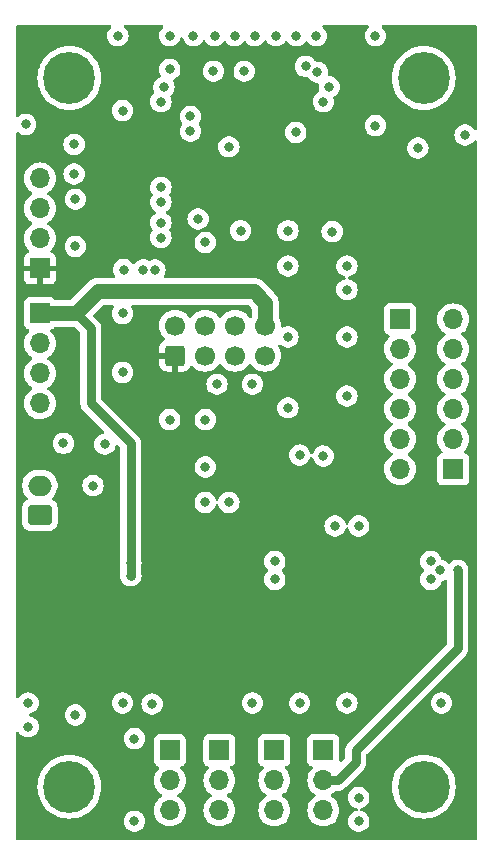
<source format=gbr>
%TF.GenerationSoftware,KiCad,Pcbnew,8.0.8*%
%TF.CreationDate,2025-02-17T10:13:52+00:00*%
%TF.ProjectId,receiver-esp32-c6,72656365-6976-4657-922d-65737033322d,rev?*%
%TF.SameCoordinates,Original*%
%TF.FileFunction,Copper,L3,Inr*%
%TF.FilePolarity,Positive*%
%FSLAX46Y46*%
G04 Gerber Fmt 4.6, Leading zero omitted, Abs format (unit mm)*
G04 Created by KiCad (PCBNEW 8.0.8) date 2025-02-17 10:13:52*
%MOMM*%
%LPD*%
G01*
G04 APERTURE LIST*
G04 Aperture macros list*
%AMRoundRect*
0 Rectangle with rounded corners*
0 $1 Rounding radius*
0 $2 $3 $4 $5 $6 $7 $8 $9 X,Y pos of 4 corners*
0 Add a 4 corners polygon primitive as box body*
4,1,4,$2,$3,$4,$5,$6,$7,$8,$9,$2,$3,0*
0 Add four circle primitives for the rounded corners*
1,1,$1+$1,$2,$3*
1,1,$1+$1,$4,$5*
1,1,$1+$1,$6,$7*
1,1,$1+$1,$8,$9*
0 Add four rect primitives between the rounded corners*
20,1,$1+$1,$2,$3,$4,$5,0*
20,1,$1+$1,$4,$5,$6,$7,0*
20,1,$1+$1,$6,$7,$8,$9,0*
20,1,$1+$1,$8,$9,$2,$3,0*%
G04 Aperture macros list end*
%TA.AperFunction,ComponentPad*%
%ADD10R,1.700000X1.700000*%
%TD*%
%TA.AperFunction,ComponentPad*%
%ADD11O,1.700000X1.700000*%
%TD*%
%TA.AperFunction,ComponentPad*%
%ADD12RoundRect,0.250000X0.600000X-0.600000X0.600000X0.600000X-0.600000X0.600000X-0.600000X-0.600000X0*%
%TD*%
%TA.AperFunction,ComponentPad*%
%ADD13C,1.700000*%
%TD*%
%TA.AperFunction,ComponentPad*%
%ADD14C,4.400000*%
%TD*%
%TA.AperFunction,ComponentPad*%
%ADD15RoundRect,0.250000X0.750000X-0.600000X0.750000X0.600000X-0.750000X0.600000X-0.750000X-0.600000X0*%
%TD*%
%TA.AperFunction,ComponentPad*%
%ADD16O,2.000000X1.700000*%
%TD*%
%TA.AperFunction,ViaPad*%
%ADD17C,0.800000*%
%TD*%
%TA.AperFunction,Conductor*%
%ADD18C,0.762000*%
%TD*%
%TA.AperFunction,Conductor*%
%ADD19C,1.270000*%
%TD*%
G04 APERTURE END LIST*
D10*
%TO.N,O_PWM_1*%
%TO.C,J1*%
X136000000Y-114420000D03*
D11*
%TO.N,+5V*%
X136000000Y-116960000D03*
%TO.N,GND*%
X136000000Y-119500000D03*
%TD*%
D12*
%TO.N,+3V3*%
%TO.C,J7*%
X136460000Y-81000000D03*
D13*
%TO.N,O_STEPPER_EN*%
X136460000Y-78460000D03*
%TO.N,O_STEPPER_DIR*%
X139000000Y-81000000D03*
%TO.N,O_STEPPER_STEP*%
X139000000Y-78460000D03*
%TO.N,GND*%
X141540000Y-81000000D03*
%TO.N,O_STEPPER_MS2*%
X141540000Y-78460000D03*
%TO.N,O_STEPPER_MS1*%
X144080000Y-81000000D03*
%TO.N,VCC*%
X144080000Y-78460000D03*
%TD*%
D10*
%TO.N,VCC*%
%TO.C,J10*%
X125000000Y-77420000D03*
D11*
%TO.N,USB_D-*%
X125000000Y-79960000D03*
%TO.N,USB_D+*%
X125000000Y-82500000D03*
%TO.N,GND*%
X125000000Y-85040000D03*
%TD*%
D14*
%TO.N,N/C*%
%TO.C,H2*%
X157500000Y-57500000D03*
%TD*%
D10*
%TO.N,+5V*%
%TO.C,J4*%
X160000000Y-90620000D03*
D11*
X160000000Y-88080000D03*
X160000000Y-85540000D03*
X160000000Y-83000000D03*
X160000000Y-80460000D03*
X160000000Y-77920000D03*
%TD*%
D15*
%TO.N,+BATT*%
%TO.C,J6*%
X125000000Y-94500000D03*
D16*
%TO.N,GND*%
X125000000Y-92000000D03*
%TD*%
D14*
%TO.N,N/C*%
%TO.C,H3*%
X127500000Y-117500000D03*
%TD*%
D10*
%TO.N,Net-(J5-Pin_1)*%
%TO.C,J5*%
X155500000Y-77880000D03*
D11*
%TO.N,Net-(J5-Pin_2)*%
X155500000Y-80420000D03*
%TO.N,Net-(J5-Pin_3)*%
X155500000Y-82960000D03*
%TO.N,Net-(J5-Pin_4)*%
X155500000Y-85500000D03*
%TO.N,Net-(J5-Pin_5)*%
X155500000Y-88040000D03*
%TO.N,Net-(J5-Pin_6)*%
X155500000Y-90580000D03*
%TD*%
D14*
%TO.N,N/C*%
%TO.C,H1*%
X127500000Y-57500000D03*
%TD*%
D10*
%TO.N,O_PWM_4*%
%TO.C,J11*%
X149000000Y-114420000D03*
D11*
%TO.N,+5V*%
X149000000Y-116960000D03*
%TO.N,GND*%
X149000000Y-119500000D03*
%TD*%
D10*
%TO.N,O_PWM_2*%
%TO.C,J2*%
X140200000Y-114420000D03*
D11*
%TO.N,+5V*%
X140200000Y-116960000D03*
%TO.N,GND*%
X140200000Y-119500000D03*
%TD*%
D14*
%TO.N,N/C*%
%TO.C,H4*%
X157500000Y-117500000D03*
%TD*%
D10*
%TO.N,+3V3*%
%TO.C,J9*%
X125000000Y-73620000D03*
D11*
%TO.N,I2C_SCL*%
X125000000Y-71080000D03*
%TO.N,I2C_SDA*%
X125000000Y-68540000D03*
%TO.N,GND*%
X125000000Y-66000000D03*
%TD*%
D10*
%TO.N,O_PWM_3*%
%TO.C,J3*%
X144850000Y-114420000D03*
D11*
%TO.N,+5V*%
X144850000Y-116960000D03*
%TO.N,GND*%
X144850000Y-119500000D03*
%TD*%
D17*
%TO.N,GND*%
X151000000Y-84420000D03*
X151000000Y-79420000D03*
X146000000Y-79420000D03*
X132000000Y-82420000D03*
X132000000Y-77420000D03*
X128000000Y-111420000D03*
X151000000Y-110420000D03*
X147000000Y-110420000D03*
X143000000Y-83420000D03*
X140000000Y-83420000D03*
X127000000Y-88420000D03*
X152000000Y-95420000D03*
X150000000Y-95420000D03*
X139000000Y-86420000D03*
X139000000Y-71420000D03*
X146000000Y-73420000D03*
X146000000Y-70420000D03*
X142000000Y-70420000D03*
X151000000Y-73420000D03*
X151000000Y-75420000D03*
X147000000Y-89420000D03*
X146000000Y-85420000D03*
X136000000Y-86420000D03*
X139000000Y-90420000D03*
X141000000Y-93420000D03*
X139000000Y-93420000D03*
X132000000Y-110420000D03*
X143000000Y-110420000D03*
X152000000Y-118420000D03*
X159000000Y-110420000D03*
X133000000Y-113420000D03*
X124000000Y-112420000D03*
X124000000Y-110420000D03*
X152000000Y-120420000D03*
X133000000Y-120420000D03*
X132100000Y-73720000D03*
X138400000Y-69420000D03*
X127900000Y-65620000D03*
X127900000Y-63120000D03*
X123800000Y-61420000D03*
X153400000Y-53920000D03*
X148400000Y-53920000D03*
X146700000Y-53920000D03*
X145000000Y-53920000D03*
X143200000Y-53920000D03*
X141500000Y-53920000D03*
X139800000Y-53920000D03*
X138000000Y-53920000D03*
X136000000Y-53920000D03*
X131600000Y-53920000D03*
X141000000Y-63320000D03*
X142300000Y-56920000D03*
X139700000Y-56920000D03*
X157000000Y-63420000D03*
X153400000Y-61520000D03*
X161000000Y-62320000D03*
%TO.N,VCC*%
X132700000Y-99620000D03*
X132700000Y-98520000D03*
%TO.N,GND*%
X144890000Y-99942000D03*
X144890000Y-98418000D03*
X158098000Y-99942000D03*
X158860000Y-99180000D03*
X158098000Y-98418000D03*
%TO.N,+5V*%
X160384000Y-99180000D03*
%TO.N,+3V3*%
X146668000Y-99180000D03*
X146668000Y-98164000D03*
X146250000Y-66500000D03*
X130000000Y-63500000D03*
X136750000Y-55500000D03*
X129142000Y-93592000D03*
X135500000Y-55510000D03*
X142350000Y-87242000D03*
X129500000Y-71750000D03*
X144382000Y-95500000D03*
X146668000Y-100196000D03*
X132000000Y-85500000D03*
%TO.N,O_PWM_4*%
X148500000Y-57000000D03*
%TO.N,O_PWM_2*%
X133750000Y-73750000D03*
X134500000Y-110500000D03*
%TO.N,O_PWM_3*%
X147500000Y-56500000D03*
%TO.N,O_PWM_1*%
X134750000Y-73750000D03*
%TO.N,O_STEPPER_DIR*%
X135250000Y-59500000D03*
%TO.N,O_STEPPER_MS1*%
X146668000Y-62096000D03*
%TO.N,O_STEPPER_EN*%
X135500000Y-58250000D03*
%TO.N,O_STEPPER_STEP*%
X137750000Y-60750000D03*
%TO.N,O_STEPPER_MS2*%
X137750000Y-62000000D03*
%TO.N,UART_RX*%
X149000000Y-59500000D03*
%TO.N,RESET*%
X132000000Y-60250000D03*
X136000000Y-56750000D03*
%TO.N,BOOT*%
X149000000Y-89500000D03*
X149750000Y-70500000D03*
%TO.N,UART_TX*%
X149500000Y-58250000D03*
%TO.N,I2C_SCL*%
X129500000Y-92000000D03*
X128000000Y-71750000D03*
X135250000Y-68000000D03*
%TO.N,I2C_SDA*%
X130500000Y-88500000D03*
X128000000Y-67750000D03*
X135250000Y-66750000D03*
%TO.N,USB_D-*%
X135250000Y-69750000D03*
%TO.N,USB_D+*%
X135250000Y-71000000D03*
%TD*%
D18*
%TO.N,VCC*%
X129300000Y-78678000D02*
X128042000Y-77420000D01*
X132700000Y-98520000D02*
X132700000Y-88420000D01*
D19*
X144080000Y-76526000D02*
X143112000Y-75558000D01*
D18*
X129300000Y-85020000D02*
X129300000Y-78678000D01*
X132700000Y-98520000D02*
X132700000Y-99620000D01*
D19*
X128042000Y-77420000D02*
X125000000Y-77420000D01*
X144080000Y-78460000D02*
X144080000Y-76526000D01*
X143112000Y-75558000D02*
X129904000Y-75558000D01*
D18*
X132700000Y-88420000D02*
X129300000Y-85020000D01*
D19*
X129904000Y-75558000D02*
X128042000Y-77420000D01*
D18*
%TO.N,+5V*%
X160384000Y-105784000D02*
X151748000Y-114420000D01*
X151748000Y-115436000D02*
X150224000Y-116960000D01*
X150224000Y-116960000D02*
X149000000Y-116960000D01*
X160384000Y-99180000D02*
X160384000Y-105784000D01*
X151748000Y-114420000D02*
X151748000Y-115436000D01*
%TD*%
%TA.AperFunction,Conductor*%
%TO.N,+3V3*%
G36*
X131018968Y-53020185D02*
G01*
X131064723Y-53072989D01*
X131074667Y-53142147D01*
X131045642Y-53205703D01*
X131024814Y-53224818D01*
X130994129Y-53247111D01*
X130867466Y-53387785D01*
X130772821Y-53551715D01*
X130772818Y-53551722D01*
X130717931Y-53720648D01*
X130714326Y-53731744D01*
X130694540Y-53920000D01*
X130714326Y-54108256D01*
X130714327Y-54108259D01*
X130772818Y-54288277D01*
X130772821Y-54288284D01*
X130867467Y-54452216D01*
X130994129Y-54592888D01*
X131147265Y-54704148D01*
X131147270Y-54704151D01*
X131320192Y-54781142D01*
X131320197Y-54781144D01*
X131505354Y-54820500D01*
X131505355Y-54820500D01*
X131694644Y-54820500D01*
X131694646Y-54820500D01*
X131879803Y-54781144D01*
X132052730Y-54704151D01*
X132205871Y-54592888D01*
X132332533Y-54452216D01*
X132427179Y-54288284D01*
X132485674Y-54108256D01*
X132505460Y-53920000D01*
X132485674Y-53731744D01*
X132431112Y-53563823D01*
X132427181Y-53551722D01*
X132427180Y-53551721D01*
X132427179Y-53551716D01*
X132332533Y-53387784D01*
X132205871Y-53247112D01*
X132175186Y-53224818D01*
X132132520Y-53169488D01*
X132126541Y-53099875D01*
X132159146Y-53038080D01*
X132219985Y-53003723D01*
X132248071Y-53000500D01*
X135351929Y-53000500D01*
X135418968Y-53020185D01*
X135464723Y-53072989D01*
X135474667Y-53142147D01*
X135445642Y-53205703D01*
X135424814Y-53224818D01*
X135394129Y-53247111D01*
X135267466Y-53387785D01*
X135172821Y-53551715D01*
X135172818Y-53551722D01*
X135117931Y-53720648D01*
X135114326Y-53731744D01*
X135094540Y-53920000D01*
X135114326Y-54108256D01*
X135114327Y-54108259D01*
X135172818Y-54288277D01*
X135172821Y-54288284D01*
X135267467Y-54452216D01*
X135394129Y-54592888D01*
X135547265Y-54704148D01*
X135547270Y-54704151D01*
X135720192Y-54781142D01*
X135720197Y-54781144D01*
X135905354Y-54820500D01*
X135905355Y-54820500D01*
X136094644Y-54820500D01*
X136094646Y-54820500D01*
X136279803Y-54781144D01*
X136452730Y-54704151D01*
X136605871Y-54592888D01*
X136732533Y-54452216D01*
X136827179Y-54288284D01*
X136882069Y-54119351D01*
X136921506Y-54061675D01*
X136985865Y-54034477D01*
X137054711Y-54046392D01*
X137106187Y-54093636D01*
X137117931Y-54119351D01*
X137172818Y-54288277D01*
X137172821Y-54288284D01*
X137267467Y-54452216D01*
X137394129Y-54592888D01*
X137547265Y-54704148D01*
X137547270Y-54704151D01*
X137720192Y-54781142D01*
X137720197Y-54781144D01*
X137905354Y-54820500D01*
X137905355Y-54820500D01*
X138094644Y-54820500D01*
X138094646Y-54820500D01*
X138279803Y-54781144D01*
X138452730Y-54704151D01*
X138605871Y-54592888D01*
X138732533Y-54452216D01*
X138792613Y-54348153D01*
X138843179Y-54299939D01*
X138911786Y-54286715D01*
X138976651Y-54312683D01*
X139007386Y-54348153D01*
X139067467Y-54452216D01*
X139194129Y-54592888D01*
X139347265Y-54704148D01*
X139347270Y-54704151D01*
X139520192Y-54781142D01*
X139520197Y-54781144D01*
X139705354Y-54820500D01*
X139705355Y-54820500D01*
X139894644Y-54820500D01*
X139894646Y-54820500D01*
X140079803Y-54781144D01*
X140252730Y-54704151D01*
X140405871Y-54592888D01*
X140532533Y-54452216D01*
X140542612Y-54434757D01*
X140593179Y-54386542D01*
X140661786Y-54373318D01*
X140726651Y-54399286D01*
X140757388Y-54434758D01*
X140767467Y-54452216D01*
X140894129Y-54592888D01*
X141047265Y-54704148D01*
X141047270Y-54704151D01*
X141220192Y-54781142D01*
X141220197Y-54781144D01*
X141405354Y-54820500D01*
X141405355Y-54820500D01*
X141594644Y-54820500D01*
X141594646Y-54820500D01*
X141779803Y-54781144D01*
X141952730Y-54704151D01*
X142105871Y-54592888D01*
X142232533Y-54452216D01*
X142242612Y-54434757D01*
X142293179Y-54386542D01*
X142361786Y-54373318D01*
X142426651Y-54399286D01*
X142457388Y-54434758D01*
X142467467Y-54452216D01*
X142594129Y-54592888D01*
X142747265Y-54704148D01*
X142747270Y-54704151D01*
X142920192Y-54781142D01*
X142920197Y-54781144D01*
X143105354Y-54820500D01*
X143105355Y-54820500D01*
X143294644Y-54820500D01*
X143294646Y-54820500D01*
X143479803Y-54781144D01*
X143652730Y-54704151D01*
X143805871Y-54592888D01*
X143932533Y-54452216D01*
X143992613Y-54348153D01*
X144043179Y-54299939D01*
X144111786Y-54286715D01*
X144176651Y-54312683D01*
X144207386Y-54348153D01*
X144267467Y-54452216D01*
X144394129Y-54592888D01*
X144547265Y-54704148D01*
X144547270Y-54704151D01*
X144720192Y-54781142D01*
X144720197Y-54781144D01*
X144905354Y-54820500D01*
X144905355Y-54820500D01*
X145094644Y-54820500D01*
X145094646Y-54820500D01*
X145279803Y-54781144D01*
X145452730Y-54704151D01*
X145605871Y-54592888D01*
X145732533Y-54452216D01*
X145742612Y-54434757D01*
X145793179Y-54386542D01*
X145861786Y-54373318D01*
X145926651Y-54399286D01*
X145957388Y-54434758D01*
X145967467Y-54452216D01*
X146094129Y-54592888D01*
X146247265Y-54704148D01*
X146247270Y-54704151D01*
X146420192Y-54781142D01*
X146420197Y-54781144D01*
X146605354Y-54820500D01*
X146605355Y-54820500D01*
X146794644Y-54820500D01*
X146794646Y-54820500D01*
X146979803Y-54781144D01*
X147152730Y-54704151D01*
X147305871Y-54592888D01*
X147432533Y-54452216D01*
X147442612Y-54434757D01*
X147493179Y-54386542D01*
X147561786Y-54373318D01*
X147626651Y-54399286D01*
X147657388Y-54434758D01*
X147667467Y-54452216D01*
X147794129Y-54592888D01*
X147947265Y-54704148D01*
X147947270Y-54704151D01*
X148120192Y-54781142D01*
X148120197Y-54781144D01*
X148305354Y-54820500D01*
X148305355Y-54820500D01*
X148494644Y-54820500D01*
X148494646Y-54820500D01*
X148679803Y-54781144D01*
X148852730Y-54704151D01*
X149005871Y-54592888D01*
X149132533Y-54452216D01*
X149227179Y-54288284D01*
X149285674Y-54108256D01*
X149305460Y-53920000D01*
X149285674Y-53731744D01*
X149231112Y-53563823D01*
X149227181Y-53551722D01*
X149227180Y-53551721D01*
X149227179Y-53551716D01*
X149132533Y-53387784D01*
X149005871Y-53247112D01*
X148975186Y-53224818D01*
X148932520Y-53169488D01*
X148926541Y-53099875D01*
X148959146Y-53038080D01*
X149019985Y-53003723D01*
X149048071Y-53000500D01*
X152751929Y-53000500D01*
X152818968Y-53020185D01*
X152864723Y-53072989D01*
X152874667Y-53142147D01*
X152845642Y-53205703D01*
X152824814Y-53224818D01*
X152794129Y-53247111D01*
X152667466Y-53387785D01*
X152572821Y-53551715D01*
X152572818Y-53551722D01*
X152517931Y-53720648D01*
X152514326Y-53731744D01*
X152494540Y-53920000D01*
X152514326Y-54108256D01*
X152514327Y-54108259D01*
X152572818Y-54288277D01*
X152572821Y-54288284D01*
X152667467Y-54452216D01*
X152794129Y-54592888D01*
X152947265Y-54704148D01*
X152947270Y-54704151D01*
X153120192Y-54781142D01*
X153120197Y-54781144D01*
X153305354Y-54820500D01*
X153305355Y-54820500D01*
X153494644Y-54820500D01*
X153494646Y-54820500D01*
X153679803Y-54781144D01*
X153852730Y-54704151D01*
X154005871Y-54592888D01*
X154132533Y-54452216D01*
X154227179Y-54288284D01*
X154285674Y-54108256D01*
X154305460Y-53920000D01*
X154285674Y-53731744D01*
X154231112Y-53563823D01*
X154227181Y-53551722D01*
X154227180Y-53551721D01*
X154227179Y-53551716D01*
X154132533Y-53387784D01*
X154005871Y-53247112D01*
X153975186Y-53224818D01*
X153932520Y-53169488D01*
X153926541Y-53099875D01*
X153959146Y-53038080D01*
X154019985Y-53003723D01*
X154048071Y-53000500D01*
X161875500Y-53000500D01*
X161942539Y-53020185D01*
X161988294Y-53072989D01*
X161999500Y-53124500D01*
X161999500Y-61787410D01*
X161979815Y-61854449D01*
X161927011Y-61900204D01*
X161857853Y-61910148D01*
X161794297Y-61881123D01*
X161768113Y-61849410D01*
X161746364Y-61811740D01*
X161732533Y-61787784D01*
X161605871Y-61647112D01*
X161605870Y-61647111D01*
X161452734Y-61535851D01*
X161452729Y-61535848D01*
X161279807Y-61458857D01*
X161279802Y-61458855D01*
X161111639Y-61423112D01*
X161094646Y-61419500D01*
X160905354Y-61419500D01*
X160888361Y-61423112D01*
X160720197Y-61458855D01*
X160720192Y-61458857D01*
X160547270Y-61535848D01*
X160547265Y-61535851D01*
X160394129Y-61647111D01*
X160267466Y-61787785D01*
X160172821Y-61951715D01*
X160172818Y-61951722D01*
X160114327Y-62131740D01*
X160114326Y-62131744D01*
X160094540Y-62320000D01*
X160114326Y-62508256D01*
X160114327Y-62508259D01*
X160172818Y-62688277D01*
X160172821Y-62688284D01*
X160267467Y-62852216D01*
X160357063Y-62951722D01*
X160394129Y-62992888D01*
X160547265Y-63104148D01*
X160547270Y-63104151D01*
X160720192Y-63181142D01*
X160720197Y-63181144D01*
X160905354Y-63220500D01*
X160905355Y-63220500D01*
X161094644Y-63220500D01*
X161094646Y-63220500D01*
X161279803Y-63181144D01*
X161452730Y-63104151D01*
X161605871Y-62992888D01*
X161732533Y-62852216D01*
X161768113Y-62790588D01*
X161818679Y-62742374D01*
X161887286Y-62729150D01*
X161952151Y-62755118D01*
X161992680Y-62812032D01*
X161999500Y-62852589D01*
X161999500Y-121875500D01*
X161979815Y-121942539D01*
X161927011Y-121988294D01*
X161875500Y-121999500D01*
X123124500Y-121999500D01*
X123057461Y-121979815D01*
X123011706Y-121927011D01*
X123000500Y-121875500D01*
X123000500Y-120420000D01*
X132094540Y-120420000D01*
X132114326Y-120608256D01*
X132114327Y-120608259D01*
X132172818Y-120788277D01*
X132172821Y-120788284D01*
X132267467Y-120952216D01*
X132394129Y-121092888D01*
X132547265Y-121204148D01*
X132547270Y-121204151D01*
X132720192Y-121281142D01*
X132720197Y-121281144D01*
X132905354Y-121320500D01*
X132905355Y-121320500D01*
X133094644Y-121320500D01*
X133094646Y-121320500D01*
X133279803Y-121281144D01*
X133452730Y-121204151D01*
X133605871Y-121092888D01*
X133732533Y-120952216D01*
X133827179Y-120788284D01*
X133885674Y-120608256D01*
X133905460Y-120420000D01*
X133885674Y-120231744D01*
X133827179Y-120051716D01*
X133732533Y-119887784D01*
X133605871Y-119747112D01*
X133589755Y-119735403D01*
X133452734Y-119635851D01*
X133452729Y-119635848D01*
X133279807Y-119558857D01*
X133279802Y-119558855D01*
X133134001Y-119527865D01*
X133094646Y-119519500D01*
X132905354Y-119519500D01*
X132872897Y-119526398D01*
X132720197Y-119558855D01*
X132720192Y-119558857D01*
X132547270Y-119635848D01*
X132547265Y-119635851D01*
X132394129Y-119747111D01*
X132267466Y-119887785D01*
X132172821Y-120051715D01*
X132172818Y-120051722D01*
X132129283Y-120185710D01*
X132114326Y-120231744D01*
X132094540Y-120420000D01*
X123000500Y-120420000D01*
X123000500Y-117500000D01*
X124794564Y-117500000D01*
X124814289Y-117826099D01*
X124873178Y-118147452D01*
X124970366Y-118459342D01*
X124970370Y-118459354D01*
X124970373Y-118459361D01*
X125104455Y-118757279D01*
X125143683Y-118822169D01*
X125273473Y-119036868D01*
X125474954Y-119294039D01*
X125705960Y-119525045D01*
X125963131Y-119726526D01*
X125963134Y-119726528D01*
X125963137Y-119726530D01*
X126242721Y-119895545D01*
X126540639Y-120029627D01*
X126540652Y-120029631D01*
X126540657Y-120029633D01*
X126852547Y-120126821D01*
X127173896Y-120185710D01*
X127500000Y-120205436D01*
X127826104Y-120185710D01*
X128147453Y-120126821D01*
X128459361Y-120029627D01*
X128757279Y-119895545D01*
X129036863Y-119726530D01*
X129294036Y-119525048D01*
X129525048Y-119294036D01*
X129726530Y-119036863D01*
X129895545Y-118757279D01*
X130029627Y-118459361D01*
X130126821Y-118147453D01*
X130185710Y-117826104D01*
X130205436Y-117500000D01*
X130185710Y-117173896D01*
X130146512Y-116959999D01*
X134644341Y-116959999D01*
X134644341Y-116960000D01*
X134664936Y-117195403D01*
X134664938Y-117195413D01*
X134726094Y-117423655D01*
X134726096Y-117423659D01*
X134726097Y-117423663D01*
X134761694Y-117500000D01*
X134825965Y-117637830D01*
X134825967Y-117637834D01*
X134898328Y-117741175D01*
X134957792Y-117826099D01*
X134961501Y-117831395D01*
X134961506Y-117831402D01*
X135128597Y-117998493D01*
X135128603Y-117998498D01*
X135314158Y-118128425D01*
X135357783Y-118183002D01*
X135364977Y-118252500D01*
X135333454Y-118314855D01*
X135314158Y-118331575D01*
X135128597Y-118461505D01*
X134961505Y-118628597D01*
X134825965Y-118822169D01*
X134825964Y-118822171D01*
X134726098Y-119036335D01*
X134726094Y-119036344D01*
X134664938Y-119264586D01*
X134664936Y-119264596D01*
X134644341Y-119499999D01*
X134644341Y-119500000D01*
X134664936Y-119735403D01*
X134664938Y-119735413D01*
X134726094Y-119963655D01*
X134726096Y-119963659D01*
X134726097Y-119963663D01*
X134767157Y-120051716D01*
X134825965Y-120177830D01*
X134825967Y-120177834D01*
X134863713Y-120231740D01*
X134961505Y-120371401D01*
X135128599Y-120538495D01*
X135225384Y-120606265D01*
X135322165Y-120674032D01*
X135322167Y-120674033D01*
X135322170Y-120674035D01*
X135536337Y-120773903D01*
X135764592Y-120835063D01*
X135952918Y-120851539D01*
X135999999Y-120855659D01*
X136000000Y-120855659D01*
X136000001Y-120855659D01*
X136039234Y-120852226D01*
X136235408Y-120835063D01*
X136463663Y-120773903D01*
X136677830Y-120674035D01*
X136871401Y-120538495D01*
X137038495Y-120371401D01*
X137174035Y-120177830D01*
X137273903Y-119963663D01*
X137335063Y-119735408D01*
X137355659Y-119500000D01*
X137335063Y-119264592D01*
X137273903Y-119036337D01*
X137174035Y-118822171D01*
X137150308Y-118788284D01*
X137038494Y-118628597D01*
X136871402Y-118461506D01*
X136871396Y-118461501D01*
X136685842Y-118331575D01*
X136642217Y-118276998D01*
X136635023Y-118207500D01*
X136666546Y-118145145D01*
X136685842Y-118128425D01*
X136795385Y-118051722D01*
X136871401Y-117998495D01*
X137038495Y-117831401D01*
X137174035Y-117637830D01*
X137273903Y-117423663D01*
X137335063Y-117195408D01*
X137355659Y-116960000D01*
X137355659Y-116959999D01*
X138844341Y-116959999D01*
X138844341Y-116960000D01*
X138864936Y-117195403D01*
X138864938Y-117195413D01*
X138926094Y-117423655D01*
X138926096Y-117423659D01*
X138926097Y-117423663D01*
X138961694Y-117500000D01*
X139025965Y-117637830D01*
X139025967Y-117637834D01*
X139098328Y-117741175D01*
X139157792Y-117826099D01*
X139161501Y-117831395D01*
X139161506Y-117831402D01*
X139328597Y-117998493D01*
X139328603Y-117998498D01*
X139514158Y-118128425D01*
X139557783Y-118183002D01*
X139564977Y-118252500D01*
X139533454Y-118314855D01*
X139514158Y-118331575D01*
X139328597Y-118461505D01*
X139161505Y-118628597D01*
X139025965Y-118822169D01*
X139025964Y-118822171D01*
X138926098Y-119036335D01*
X138926094Y-119036344D01*
X138864938Y-119264586D01*
X138864936Y-119264596D01*
X138844341Y-119499999D01*
X138844341Y-119500000D01*
X138864936Y-119735403D01*
X138864938Y-119735413D01*
X138926094Y-119963655D01*
X138926096Y-119963659D01*
X138926097Y-119963663D01*
X138967157Y-120051716D01*
X139025965Y-120177830D01*
X139025967Y-120177834D01*
X139063713Y-120231740D01*
X139161505Y-120371401D01*
X139328599Y-120538495D01*
X139425384Y-120606265D01*
X139522165Y-120674032D01*
X139522167Y-120674033D01*
X139522170Y-120674035D01*
X139736337Y-120773903D01*
X139964592Y-120835063D01*
X140152918Y-120851539D01*
X140199999Y-120855659D01*
X140200000Y-120855659D01*
X140200001Y-120855659D01*
X140239234Y-120852226D01*
X140435408Y-120835063D01*
X140663663Y-120773903D01*
X140877830Y-120674035D01*
X141071401Y-120538495D01*
X141238495Y-120371401D01*
X141374035Y-120177830D01*
X141473903Y-119963663D01*
X141535063Y-119735408D01*
X141555659Y-119500000D01*
X141535063Y-119264592D01*
X141473903Y-119036337D01*
X141374035Y-118822171D01*
X141350308Y-118788284D01*
X141238494Y-118628597D01*
X141071402Y-118461506D01*
X141071396Y-118461501D01*
X140885842Y-118331575D01*
X140842217Y-118276998D01*
X140835023Y-118207500D01*
X140866546Y-118145145D01*
X140885842Y-118128425D01*
X140995385Y-118051722D01*
X141071401Y-117998495D01*
X141238495Y-117831401D01*
X141374035Y-117637830D01*
X141473903Y-117423663D01*
X141535063Y-117195408D01*
X141555659Y-116960000D01*
X141555659Y-116959999D01*
X143494341Y-116959999D01*
X143494341Y-116960000D01*
X143514936Y-117195403D01*
X143514938Y-117195413D01*
X143576094Y-117423655D01*
X143576096Y-117423659D01*
X143576097Y-117423663D01*
X143611694Y-117500000D01*
X143675965Y-117637830D01*
X143675967Y-117637834D01*
X143748328Y-117741175D01*
X143807792Y-117826099D01*
X143811501Y-117831395D01*
X143811506Y-117831402D01*
X143978597Y-117998493D01*
X143978603Y-117998498D01*
X144164158Y-118128425D01*
X144207783Y-118183002D01*
X144214977Y-118252500D01*
X144183454Y-118314855D01*
X144164158Y-118331575D01*
X143978597Y-118461505D01*
X143811505Y-118628597D01*
X143675965Y-118822169D01*
X143675964Y-118822171D01*
X143576098Y-119036335D01*
X143576094Y-119036344D01*
X143514938Y-119264586D01*
X143514936Y-119264596D01*
X143494341Y-119499999D01*
X143494341Y-119500000D01*
X143514936Y-119735403D01*
X143514938Y-119735413D01*
X143576094Y-119963655D01*
X143576096Y-119963659D01*
X143576097Y-119963663D01*
X143617157Y-120051716D01*
X143675965Y-120177830D01*
X143675967Y-120177834D01*
X143713713Y-120231740D01*
X143811505Y-120371401D01*
X143978599Y-120538495D01*
X144075384Y-120606265D01*
X144172165Y-120674032D01*
X144172167Y-120674033D01*
X144172170Y-120674035D01*
X144386337Y-120773903D01*
X144614592Y-120835063D01*
X144802918Y-120851539D01*
X144849999Y-120855659D01*
X144850000Y-120855659D01*
X144850001Y-120855659D01*
X144889234Y-120852226D01*
X145085408Y-120835063D01*
X145313663Y-120773903D01*
X145527830Y-120674035D01*
X145721401Y-120538495D01*
X145888495Y-120371401D01*
X146024035Y-120177830D01*
X146123903Y-119963663D01*
X146185063Y-119735408D01*
X146205659Y-119500000D01*
X146185063Y-119264592D01*
X146123903Y-119036337D01*
X146024035Y-118822171D01*
X146000308Y-118788284D01*
X145888494Y-118628597D01*
X145721402Y-118461506D01*
X145721396Y-118461501D01*
X145535842Y-118331575D01*
X145492217Y-118276998D01*
X145485023Y-118207500D01*
X145516546Y-118145145D01*
X145535842Y-118128425D01*
X145645385Y-118051722D01*
X145721401Y-117998495D01*
X145888495Y-117831401D01*
X146024035Y-117637830D01*
X146123903Y-117423663D01*
X146185063Y-117195408D01*
X146205659Y-116960000D01*
X146205659Y-116959999D01*
X147644341Y-116959999D01*
X147644341Y-116960000D01*
X147664936Y-117195403D01*
X147664938Y-117195413D01*
X147726094Y-117423655D01*
X147726096Y-117423659D01*
X147726097Y-117423663D01*
X147761694Y-117500000D01*
X147825965Y-117637830D01*
X147825967Y-117637834D01*
X147898328Y-117741175D01*
X147957792Y-117826099D01*
X147961501Y-117831395D01*
X147961506Y-117831402D01*
X148128597Y-117998493D01*
X148128603Y-117998498D01*
X148314158Y-118128425D01*
X148357783Y-118183002D01*
X148364977Y-118252500D01*
X148333454Y-118314855D01*
X148314158Y-118331575D01*
X148128597Y-118461505D01*
X147961505Y-118628597D01*
X147825965Y-118822169D01*
X147825964Y-118822171D01*
X147726098Y-119036335D01*
X147726094Y-119036344D01*
X147664938Y-119264586D01*
X147664936Y-119264596D01*
X147644341Y-119499999D01*
X147644341Y-119500000D01*
X147664936Y-119735403D01*
X147664938Y-119735413D01*
X147726094Y-119963655D01*
X147726096Y-119963659D01*
X147726097Y-119963663D01*
X147767157Y-120051716D01*
X147825965Y-120177830D01*
X147825967Y-120177834D01*
X147863713Y-120231740D01*
X147961505Y-120371401D01*
X148128599Y-120538495D01*
X148225384Y-120606265D01*
X148322165Y-120674032D01*
X148322167Y-120674033D01*
X148322170Y-120674035D01*
X148536337Y-120773903D01*
X148764592Y-120835063D01*
X148952918Y-120851539D01*
X148999999Y-120855659D01*
X149000000Y-120855659D01*
X149000001Y-120855659D01*
X149039234Y-120852226D01*
X149235408Y-120835063D01*
X149463663Y-120773903D01*
X149677830Y-120674035D01*
X149871401Y-120538495D01*
X150038495Y-120371401D01*
X150174035Y-120177830D01*
X150273903Y-119963663D01*
X150335063Y-119735408D01*
X150355659Y-119500000D01*
X150335063Y-119264592D01*
X150273903Y-119036337D01*
X150174035Y-118822171D01*
X150150308Y-118788284D01*
X150038494Y-118628597D01*
X149871402Y-118461506D01*
X149871396Y-118461501D01*
X149812126Y-118420000D01*
X151094540Y-118420000D01*
X151114326Y-118608256D01*
X151114327Y-118608259D01*
X151172818Y-118788277D01*
X151172821Y-118788284D01*
X151267467Y-118952216D01*
X151394129Y-119092888D01*
X151547265Y-119204148D01*
X151547270Y-119204151D01*
X151720192Y-119281142D01*
X151720197Y-119281144D01*
X151802839Y-119298710D01*
X151864321Y-119331902D01*
X151898097Y-119393065D01*
X151893445Y-119462780D01*
X151851840Y-119518912D01*
X151802839Y-119541290D01*
X151720197Y-119558855D01*
X151720192Y-119558857D01*
X151547270Y-119635848D01*
X151547265Y-119635851D01*
X151394129Y-119747111D01*
X151267466Y-119887785D01*
X151172821Y-120051715D01*
X151172818Y-120051722D01*
X151129283Y-120185710D01*
X151114326Y-120231744D01*
X151094540Y-120420000D01*
X151114326Y-120608256D01*
X151114327Y-120608259D01*
X151172818Y-120788277D01*
X151172821Y-120788284D01*
X151267467Y-120952216D01*
X151394129Y-121092888D01*
X151547265Y-121204148D01*
X151547270Y-121204151D01*
X151720192Y-121281142D01*
X151720197Y-121281144D01*
X151905354Y-121320500D01*
X151905355Y-121320500D01*
X152094644Y-121320500D01*
X152094646Y-121320500D01*
X152279803Y-121281144D01*
X152452730Y-121204151D01*
X152605871Y-121092888D01*
X152732533Y-120952216D01*
X152827179Y-120788284D01*
X152885674Y-120608256D01*
X152905460Y-120420000D01*
X152885674Y-120231744D01*
X152827179Y-120051716D01*
X152732533Y-119887784D01*
X152605871Y-119747112D01*
X152589755Y-119735403D01*
X152452734Y-119635851D01*
X152452729Y-119635848D01*
X152279807Y-119558857D01*
X152279800Y-119558855D01*
X152197161Y-119541290D01*
X152135679Y-119508098D01*
X152101902Y-119446935D01*
X152106554Y-119377221D01*
X152148158Y-119321088D01*
X152197161Y-119298710D01*
X152219150Y-119294036D01*
X152279803Y-119281144D01*
X152452730Y-119204151D01*
X152605871Y-119092888D01*
X152732533Y-118952216D01*
X152827179Y-118788284D01*
X152885674Y-118608256D01*
X152905460Y-118420000D01*
X152885674Y-118231744D01*
X152827179Y-118051716D01*
X152732533Y-117887784D01*
X152605871Y-117747112D01*
X152605870Y-117747111D01*
X152452734Y-117635851D01*
X152452729Y-117635848D01*
X152279807Y-117558857D01*
X152279802Y-117558855D01*
X152134001Y-117527865D01*
X152094646Y-117519500D01*
X151905354Y-117519500D01*
X151872897Y-117526398D01*
X151720197Y-117558855D01*
X151720192Y-117558857D01*
X151547270Y-117635848D01*
X151547265Y-117635851D01*
X151394129Y-117747111D01*
X151267466Y-117887785D01*
X151172821Y-118051715D01*
X151172818Y-118051722D01*
X151114327Y-118231740D01*
X151114326Y-118231744D01*
X151094540Y-118420000D01*
X149812126Y-118420000D01*
X149685842Y-118331575D01*
X149642217Y-118276998D01*
X149635023Y-118207500D01*
X149666546Y-118145145D01*
X149685842Y-118128425D01*
X149795385Y-118051722D01*
X149871401Y-117998495D01*
X149992077Y-117877819D01*
X150053400Y-117844334D01*
X150079758Y-117841500D01*
X150310823Y-117841500D01*
X150425393Y-117818709D01*
X150481124Y-117807624D01*
X150627214Y-117747112D01*
X150641543Y-117741177D01*
X150641544Y-117741176D01*
X150641547Y-117741175D01*
X150785924Y-117644706D01*
X150930630Y-117500000D01*
X154794564Y-117500000D01*
X154814289Y-117826099D01*
X154873178Y-118147452D01*
X154970366Y-118459342D01*
X154970370Y-118459354D01*
X154970373Y-118459361D01*
X155104455Y-118757279D01*
X155143683Y-118822169D01*
X155273473Y-119036868D01*
X155474954Y-119294039D01*
X155705960Y-119525045D01*
X155963131Y-119726526D01*
X155963134Y-119726528D01*
X155963137Y-119726530D01*
X156242721Y-119895545D01*
X156540639Y-120029627D01*
X156540652Y-120029631D01*
X156540657Y-120029633D01*
X156852547Y-120126821D01*
X157173896Y-120185710D01*
X157500000Y-120205436D01*
X157826104Y-120185710D01*
X158147453Y-120126821D01*
X158459361Y-120029627D01*
X158757279Y-119895545D01*
X159036863Y-119726530D01*
X159294036Y-119525048D01*
X159525048Y-119294036D01*
X159726530Y-119036863D01*
X159895545Y-118757279D01*
X160029627Y-118459361D01*
X160126821Y-118147453D01*
X160185710Y-117826104D01*
X160205436Y-117500000D01*
X160185710Y-117173896D01*
X160126821Y-116852547D01*
X160029627Y-116540639D01*
X159895545Y-116242721D01*
X159726530Y-115963137D01*
X159726528Y-115963134D01*
X159726526Y-115963131D01*
X159525045Y-115705960D01*
X159294039Y-115474954D01*
X159036868Y-115273473D01*
X159029306Y-115268901D01*
X158757279Y-115104455D01*
X158459361Y-114970373D01*
X158459354Y-114970370D01*
X158459342Y-114970366D01*
X158147452Y-114873178D01*
X157826099Y-114814289D01*
X157500000Y-114794564D01*
X157173900Y-114814289D01*
X156852547Y-114873178D01*
X156540657Y-114970366D01*
X156540641Y-114970372D01*
X156540639Y-114970373D01*
X156242721Y-115104455D01*
X156172825Y-115146708D01*
X155963131Y-115273473D01*
X155705960Y-115474954D01*
X155474954Y-115705960D01*
X155273473Y-115963131D01*
X155104454Y-116242723D01*
X155104453Y-116242725D01*
X154970372Y-116540642D01*
X154970366Y-116540657D01*
X154873178Y-116852547D01*
X154814289Y-117173900D01*
X154794564Y-117500000D01*
X150930630Y-117500000D01*
X152432705Y-115997924D01*
X152458379Y-115959500D01*
X152529175Y-115853547D01*
X152595624Y-115693124D01*
X152629500Y-115522820D01*
X152629500Y-114836491D01*
X152649185Y-114769452D01*
X152665819Y-114748810D01*
X156994629Y-110420000D01*
X158094540Y-110420000D01*
X158114326Y-110608256D01*
X158114327Y-110608259D01*
X158172818Y-110788277D01*
X158172821Y-110788284D01*
X158267467Y-110952216D01*
X158357063Y-111051722D01*
X158394129Y-111092888D01*
X158547265Y-111204148D01*
X158547270Y-111204151D01*
X158720192Y-111281142D01*
X158720197Y-111281144D01*
X158905354Y-111320500D01*
X158905355Y-111320500D01*
X159094644Y-111320500D01*
X159094646Y-111320500D01*
X159279803Y-111281144D01*
X159452730Y-111204151D01*
X159605871Y-111092888D01*
X159732533Y-110952216D01*
X159827179Y-110788284D01*
X159885674Y-110608256D01*
X159905460Y-110420000D01*
X159885674Y-110231744D01*
X159827179Y-110051716D01*
X159732533Y-109887784D01*
X159605871Y-109747112D01*
X159562844Y-109715851D01*
X159452734Y-109635851D01*
X159452729Y-109635848D01*
X159279807Y-109558857D01*
X159279802Y-109558855D01*
X159134001Y-109527865D01*
X159094646Y-109519500D01*
X158905354Y-109519500D01*
X158872897Y-109526398D01*
X158720197Y-109558855D01*
X158720192Y-109558857D01*
X158547270Y-109635848D01*
X158547265Y-109635851D01*
X158394129Y-109747111D01*
X158267466Y-109887785D01*
X158172821Y-110051715D01*
X158172818Y-110051722D01*
X158146827Y-110131716D01*
X158114326Y-110231744D01*
X158094540Y-110420000D01*
X156994629Y-110420000D01*
X161068702Y-106345927D01*
X161068705Y-106345924D01*
X161165175Y-106201547D01*
X161231624Y-106041124D01*
X161265500Y-105870821D01*
X161265500Y-105697180D01*
X161265500Y-99400741D01*
X161269603Y-99374889D01*
X161268322Y-99374617D01*
X161269672Y-99368261D01*
X161269674Y-99368256D01*
X161289460Y-99180000D01*
X161269674Y-98991744D01*
X161211179Y-98811716D01*
X161116533Y-98647784D01*
X160989871Y-98507112D01*
X160989870Y-98507111D01*
X160836734Y-98395851D01*
X160836729Y-98395848D01*
X160663807Y-98318857D01*
X160663802Y-98318855D01*
X160513682Y-98286947D01*
X160478646Y-98279500D01*
X160289354Y-98279500D01*
X160256897Y-98286398D01*
X160104197Y-98318855D01*
X160104192Y-98318857D01*
X159931270Y-98395848D01*
X159931265Y-98395851D01*
X159778129Y-98507111D01*
X159778128Y-98507112D01*
X159714149Y-98578168D01*
X159654663Y-98614816D01*
X159584806Y-98613485D01*
X159529851Y-98578168D01*
X159465871Y-98507112D01*
X159465870Y-98507111D01*
X159312734Y-98395851D01*
X159312729Y-98395848D01*
X159139807Y-98318857D01*
X159139805Y-98318856D01*
X159073218Y-98304702D01*
X159011737Y-98271508D01*
X158981070Y-98221730D01*
X158925181Y-98049721D01*
X158925178Y-98049715D01*
X158830533Y-97885784D01*
X158703871Y-97745112D01*
X158703870Y-97745111D01*
X158550734Y-97633851D01*
X158550729Y-97633848D01*
X158377807Y-97556857D01*
X158377802Y-97556855D01*
X158232001Y-97525865D01*
X158192646Y-97517500D01*
X158003354Y-97517500D01*
X157970897Y-97524398D01*
X157818197Y-97556855D01*
X157818192Y-97556857D01*
X157645270Y-97633848D01*
X157645265Y-97633851D01*
X157492129Y-97745111D01*
X157365466Y-97885785D01*
X157270821Y-98049715D01*
X157270818Y-98049722D01*
X157214930Y-98221730D01*
X157212326Y-98229744D01*
X157192540Y-98418000D01*
X157212326Y-98606256D01*
X157212327Y-98606259D01*
X157270818Y-98786277D01*
X157270821Y-98786284D01*
X157365467Y-98950216D01*
X157492129Y-99090888D01*
X157496478Y-99095718D01*
X157494633Y-99097378D01*
X157525413Y-99147374D01*
X157524061Y-99217230D01*
X157494796Y-99262767D01*
X157496478Y-99264282D01*
X157365466Y-99409785D01*
X157270821Y-99573715D01*
X157270818Y-99573722D01*
X157212327Y-99753740D01*
X157212326Y-99753744D01*
X157192540Y-99942000D01*
X157212326Y-100130256D01*
X157212327Y-100130259D01*
X157270818Y-100310277D01*
X157270821Y-100310284D01*
X157365467Y-100474216D01*
X157492129Y-100614888D01*
X157645265Y-100726148D01*
X157645270Y-100726151D01*
X157818192Y-100803142D01*
X157818197Y-100803144D01*
X158003354Y-100842500D01*
X158003355Y-100842500D01*
X158192644Y-100842500D01*
X158192646Y-100842500D01*
X158377803Y-100803144D01*
X158550730Y-100726151D01*
X158703871Y-100614888D01*
X158830533Y-100474216D01*
X158925179Y-100310284D01*
X158981071Y-100138265D01*
X159020507Y-100080593D01*
X159073216Y-100055297D01*
X159139803Y-100041144D01*
X159139807Y-100041142D01*
X159139808Y-100041142D01*
X159179939Y-100023274D01*
X159312730Y-99964151D01*
X159312743Y-99964141D01*
X159316499Y-99961974D01*
X159384400Y-99945501D01*
X159450427Y-99968353D01*
X159493617Y-100023274D01*
X159502500Y-100069361D01*
X159502500Y-105367507D01*
X159482815Y-105434546D01*
X159466181Y-105455188D01*
X151063296Y-113858072D01*
X151063295Y-113858073D01*
X151033825Y-113902178D01*
X151004488Y-113946086D01*
X150985591Y-113974366D01*
X150966823Y-114002455D01*
X150900377Y-114162871D01*
X150900374Y-114162881D01*
X150866500Y-114333177D01*
X150866500Y-115019508D01*
X150846815Y-115086547D01*
X150830181Y-115107189D01*
X150562180Y-115375189D01*
X150500857Y-115408674D01*
X150431165Y-115403690D01*
X150375232Y-115361818D01*
X150350815Y-115296354D01*
X150350499Y-115287535D01*
X150350499Y-113522128D01*
X150344091Y-113462517D01*
X150328233Y-113420000D01*
X150293797Y-113327671D01*
X150293793Y-113327664D01*
X150207547Y-113212455D01*
X150207544Y-113212452D01*
X150092335Y-113126206D01*
X150092328Y-113126202D01*
X149957482Y-113075908D01*
X149957483Y-113075908D01*
X149897883Y-113069501D01*
X149897881Y-113069500D01*
X149897873Y-113069500D01*
X149897864Y-113069500D01*
X148102129Y-113069500D01*
X148102123Y-113069501D01*
X148042516Y-113075908D01*
X147907671Y-113126202D01*
X147907664Y-113126206D01*
X147792455Y-113212452D01*
X147792452Y-113212455D01*
X147706206Y-113327664D01*
X147706202Y-113327671D01*
X147655908Y-113462517D01*
X147649501Y-113522116D01*
X147649501Y-113522123D01*
X147649500Y-113522135D01*
X147649500Y-115317870D01*
X147649501Y-115317876D01*
X147655908Y-115377483D01*
X147706202Y-115512328D01*
X147706206Y-115512335D01*
X147792452Y-115627544D01*
X147792455Y-115627547D01*
X147907664Y-115713793D01*
X147907671Y-115713797D01*
X148039081Y-115762810D01*
X148095015Y-115804681D01*
X148119432Y-115870145D01*
X148104580Y-115938418D01*
X148083430Y-115966673D01*
X147961503Y-116088600D01*
X147825965Y-116282169D01*
X147825964Y-116282171D01*
X147726098Y-116496335D01*
X147726094Y-116496344D01*
X147664938Y-116724586D01*
X147664936Y-116724596D01*
X147644341Y-116959999D01*
X146205659Y-116959999D01*
X146185063Y-116724592D01*
X146123903Y-116496337D01*
X146024035Y-116282171D01*
X145996413Y-116242723D01*
X145888496Y-116088600D01*
X145888495Y-116088599D01*
X145766567Y-115966671D01*
X145733084Y-115905351D01*
X145738068Y-115835659D01*
X145779939Y-115779725D01*
X145810915Y-115762810D01*
X145942331Y-115713796D01*
X146057546Y-115627546D01*
X146143796Y-115512331D01*
X146194091Y-115377483D01*
X146200500Y-115317873D01*
X146200499Y-113522128D01*
X146194091Y-113462517D01*
X146178233Y-113420000D01*
X146143797Y-113327671D01*
X146143793Y-113327664D01*
X146057547Y-113212455D01*
X146057544Y-113212452D01*
X145942335Y-113126206D01*
X145942328Y-113126202D01*
X145807482Y-113075908D01*
X145807483Y-113075908D01*
X145747883Y-113069501D01*
X145747881Y-113069500D01*
X145747873Y-113069500D01*
X145747864Y-113069500D01*
X143952129Y-113069500D01*
X143952123Y-113069501D01*
X143892516Y-113075908D01*
X143757671Y-113126202D01*
X143757664Y-113126206D01*
X143642455Y-113212452D01*
X143642452Y-113212455D01*
X143556206Y-113327664D01*
X143556202Y-113327671D01*
X143505908Y-113462517D01*
X143499501Y-113522116D01*
X143499501Y-113522123D01*
X143499500Y-113522135D01*
X143499500Y-115317870D01*
X143499501Y-115317876D01*
X143505908Y-115377483D01*
X143556202Y-115512328D01*
X143556206Y-115512335D01*
X143642452Y-115627544D01*
X143642455Y-115627547D01*
X143757664Y-115713793D01*
X143757671Y-115713797D01*
X143889081Y-115762810D01*
X143945015Y-115804681D01*
X143969432Y-115870145D01*
X143954580Y-115938418D01*
X143933430Y-115966673D01*
X143811503Y-116088600D01*
X143675965Y-116282169D01*
X143675964Y-116282171D01*
X143576098Y-116496335D01*
X143576094Y-116496344D01*
X143514938Y-116724586D01*
X143514936Y-116724596D01*
X143494341Y-116959999D01*
X141555659Y-116959999D01*
X141535063Y-116724592D01*
X141473903Y-116496337D01*
X141374035Y-116282171D01*
X141346413Y-116242723D01*
X141238496Y-116088600D01*
X141238495Y-116088599D01*
X141116567Y-115966671D01*
X141083084Y-115905351D01*
X141088068Y-115835659D01*
X141129939Y-115779725D01*
X141160915Y-115762810D01*
X141292331Y-115713796D01*
X141407546Y-115627546D01*
X141493796Y-115512331D01*
X141544091Y-115377483D01*
X141550500Y-115317873D01*
X141550499Y-113522128D01*
X141544091Y-113462517D01*
X141528233Y-113420000D01*
X141493797Y-113327671D01*
X141493793Y-113327664D01*
X141407547Y-113212455D01*
X141407544Y-113212452D01*
X141292335Y-113126206D01*
X141292328Y-113126202D01*
X141157482Y-113075908D01*
X141157483Y-113075908D01*
X141097883Y-113069501D01*
X141097881Y-113069500D01*
X141097873Y-113069500D01*
X141097864Y-113069500D01*
X139302129Y-113069500D01*
X139302123Y-113069501D01*
X139242516Y-113075908D01*
X139107671Y-113126202D01*
X139107664Y-113126206D01*
X138992455Y-113212452D01*
X138992452Y-113212455D01*
X138906206Y-113327664D01*
X138906202Y-113327671D01*
X138855908Y-113462517D01*
X138849501Y-113522116D01*
X138849501Y-113522123D01*
X138849500Y-113522135D01*
X138849500Y-115317870D01*
X138849501Y-115317876D01*
X138855908Y-115377483D01*
X138906202Y-115512328D01*
X138906206Y-115512335D01*
X138992452Y-115627544D01*
X138992455Y-115627547D01*
X139107664Y-115713793D01*
X139107671Y-115713797D01*
X139239081Y-115762810D01*
X139295015Y-115804681D01*
X139319432Y-115870145D01*
X139304580Y-115938418D01*
X139283430Y-115966673D01*
X139161503Y-116088600D01*
X139025965Y-116282169D01*
X139025964Y-116282171D01*
X138926098Y-116496335D01*
X138926094Y-116496344D01*
X138864938Y-116724586D01*
X138864936Y-116724596D01*
X138844341Y-116959999D01*
X137355659Y-116959999D01*
X137335063Y-116724592D01*
X137273903Y-116496337D01*
X137174035Y-116282171D01*
X137146413Y-116242723D01*
X137038496Y-116088600D01*
X137038495Y-116088599D01*
X136916567Y-115966671D01*
X136883084Y-115905351D01*
X136888068Y-115835659D01*
X136929939Y-115779725D01*
X136960915Y-115762810D01*
X137092331Y-115713796D01*
X137207546Y-115627546D01*
X137293796Y-115512331D01*
X137344091Y-115377483D01*
X137350500Y-115317873D01*
X137350499Y-113522128D01*
X137344091Y-113462517D01*
X137328233Y-113420000D01*
X137293797Y-113327671D01*
X137293793Y-113327664D01*
X137207547Y-113212455D01*
X137207544Y-113212452D01*
X137092335Y-113126206D01*
X137092328Y-113126202D01*
X136957482Y-113075908D01*
X136957483Y-113075908D01*
X136897883Y-113069501D01*
X136897881Y-113069500D01*
X136897873Y-113069500D01*
X136897864Y-113069500D01*
X135102129Y-113069500D01*
X135102123Y-113069501D01*
X135042516Y-113075908D01*
X134907671Y-113126202D01*
X134907664Y-113126206D01*
X134792455Y-113212452D01*
X134792452Y-113212455D01*
X134706206Y-113327664D01*
X134706202Y-113327671D01*
X134655908Y-113462517D01*
X134649501Y-113522116D01*
X134649501Y-113522123D01*
X134649500Y-113522135D01*
X134649500Y-115317870D01*
X134649501Y-115317876D01*
X134655908Y-115377483D01*
X134706202Y-115512328D01*
X134706206Y-115512335D01*
X134792452Y-115627544D01*
X134792455Y-115627547D01*
X134907664Y-115713793D01*
X134907671Y-115713797D01*
X135039081Y-115762810D01*
X135095015Y-115804681D01*
X135119432Y-115870145D01*
X135104580Y-115938418D01*
X135083430Y-115966673D01*
X134961503Y-116088600D01*
X134825965Y-116282169D01*
X134825964Y-116282171D01*
X134726098Y-116496335D01*
X134726094Y-116496344D01*
X134664938Y-116724586D01*
X134664936Y-116724596D01*
X134644341Y-116959999D01*
X130146512Y-116959999D01*
X130126821Y-116852547D01*
X130029627Y-116540639D01*
X129895545Y-116242721D01*
X129726530Y-115963137D01*
X129726528Y-115963134D01*
X129726526Y-115963131D01*
X129525045Y-115705960D01*
X129294039Y-115474954D01*
X129036868Y-115273473D01*
X129029306Y-115268901D01*
X128757279Y-115104455D01*
X128459361Y-114970373D01*
X128459354Y-114970370D01*
X128459342Y-114970366D01*
X128147452Y-114873178D01*
X127826099Y-114814289D01*
X127500000Y-114794564D01*
X127173900Y-114814289D01*
X126852547Y-114873178D01*
X126540657Y-114970366D01*
X126540641Y-114970372D01*
X126540639Y-114970373D01*
X126242721Y-115104455D01*
X126172825Y-115146708D01*
X125963131Y-115273473D01*
X125705960Y-115474954D01*
X125474954Y-115705960D01*
X125273473Y-115963131D01*
X125104454Y-116242723D01*
X125104453Y-116242725D01*
X124970372Y-116540642D01*
X124970366Y-116540657D01*
X124873178Y-116852547D01*
X124814289Y-117173900D01*
X124794564Y-117500000D01*
X123000500Y-117500000D01*
X123000500Y-113420000D01*
X132094540Y-113420000D01*
X132114326Y-113608256D01*
X132114327Y-113608259D01*
X132172818Y-113788277D01*
X132172821Y-113788284D01*
X132267467Y-113952216D01*
X132312701Y-114002453D01*
X132394129Y-114092888D01*
X132547265Y-114204148D01*
X132547270Y-114204151D01*
X132720192Y-114281142D01*
X132720197Y-114281144D01*
X132905354Y-114320500D01*
X132905355Y-114320500D01*
X133094644Y-114320500D01*
X133094646Y-114320500D01*
X133279803Y-114281144D01*
X133452730Y-114204151D01*
X133605871Y-114092888D01*
X133732533Y-113952216D01*
X133827179Y-113788284D01*
X133885674Y-113608256D01*
X133905460Y-113420000D01*
X133885674Y-113231744D01*
X133827179Y-113051716D01*
X133732533Y-112887784D01*
X133605871Y-112747112D01*
X133605870Y-112747111D01*
X133452734Y-112635851D01*
X133452729Y-112635848D01*
X133279807Y-112558857D01*
X133279802Y-112558855D01*
X133134001Y-112527865D01*
X133094646Y-112519500D01*
X132905354Y-112519500D01*
X132872897Y-112526398D01*
X132720197Y-112558855D01*
X132720192Y-112558857D01*
X132547270Y-112635848D01*
X132547265Y-112635851D01*
X132394129Y-112747111D01*
X132267466Y-112887785D01*
X132172821Y-113051715D01*
X132172818Y-113051722D01*
X132120593Y-113212455D01*
X132114326Y-113231744D01*
X132094540Y-113420000D01*
X123000500Y-113420000D01*
X123000500Y-112952589D01*
X123020185Y-112885550D01*
X123072989Y-112839795D01*
X123142147Y-112829851D01*
X123205703Y-112858876D01*
X123231885Y-112890587D01*
X123267466Y-112952214D01*
X123267467Y-112952216D01*
X123394129Y-113092888D01*
X123547265Y-113204148D01*
X123547270Y-113204151D01*
X123720192Y-113281142D01*
X123720197Y-113281144D01*
X123905354Y-113320500D01*
X123905355Y-113320500D01*
X124094644Y-113320500D01*
X124094646Y-113320500D01*
X124279803Y-113281144D01*
X124452730Y-113204151D01*
X124605871Y-113092888D01*
X124732533Y-112952216D01*
X124827179Y-112788284D01*
X124885674Y-112608256D01*
X124905460Y-112420000D01*
X124885674Y-112231744D01*
X124827179Y-112051716D01*
X124732533Y-111887784D01*
X124605871Y-111747112D01*
X124605870Y-111747111D01*
X124452734Y-111635851D01*
X124452729Y-111635848D01*
X124279807Y-111558857D01*
X124279800Y-111558855D01*
X124197161Y-111541290D01*
X124135679Y-111508098D01*
X124101902Y-111446935D01*
X124103699Y-111420000D01*
X127094540Y-111420000D01*
X127114326Y-111608256D01*
X127114327Y-111608259D01*
X127172818Y-111788277D01*
X127172821Y-111788284D01*
X127267467Y-111952216D01*
X127357063Y-112051722D01*
X127394129Y-112092888D01*
X127547265Y-112204148D01*
X127547270Y-112204151D01*
X127720192Y-112281142D01*
X127720197Y-112281144D01*
X127905354Y-112320500D01*
X127905355Y-112320500D01*
X128094644Y-112320500D01*
X128094646Y-112320500D01*
X128279803Y-112281144D01*
X128452730Y-112204151D01*
X128605871Y-112092888D01*
X128732533Y-111952216D01*
X128827179Y-111788284D01*
X128885674Y-111608256D01*
X128905460Y-111420000D01*
X128885674Y-111231744D01*
X128827179Y-111051716D01*
X128732533Y-110887784D01*
X128605871Y-110747112D01*
X128605870Y-110747111D01*
X128452734Y-110635851D01*
X128452729Y-110635848D01*
X128279807Y-110558857D01*
X128279802Y-110558855D01*
X128134001Y-110527865D01*
X128094646Y-110519500D01*
X127905354Y-110519500D01*
X127872897Y-110526398D01*
X127720197Y-110558855D01*
X127720192Y-110558857D01*
X127547270Y-110635848D01*
X127547265Y-110635851D01*
X127394129Y-110747111D01*
X127267466Y-110887785D01*
X127172821Y-111051715D01*
X127172818Y-111051722D01*
X127114327Y-111231740D01*
X127114326Y-111231744D01*
X127094540Y-111420000D01*
X124103699Y-111420000D01*
X124106554Y-111377221D01*
X124148158Y-111321088D01*
X124197161Y-111298710D01*
X124203201Y-111297426D01*
X124279803Y-111281144D01*
X124452730Y-111204151D01*
X124605871Y-111092888D01*
X124732533Y-110952216D01*
X124827179Y-110788284D01*
X124885674Y-110608256D01*
X124905460Y-110420000D01*
X131094540Y-110420000D01*
X131114326Y-110608256D01*
X131114327Y-110608259D01*
X131172818Y-110788277D01*
X131172821Y-110788284D01*
X131267467Y-110952216D01*
X131357063Y-111051722D01*
X131394129Y-111092888D01*
X131547265Y-111204148D01*
X131547270Y-111204151D01*
X131720192Y-111281142D01*
X131720197Y-111281144D01*
X131905354Y-111320500D01*
X131905355Y-111320500D01*
X132094644Y-111320500D01*
X132094646Y-111320500D01*
X132279803Y-111281144D01*
X132452730Y-111204151D01*
X132605871Y-111092888D01*
X132732533Y-110952216D01*
X132827179Y-110788284D01*
X132885674Y-110608256D01*
X132897052Y-110500000D01*
X133594540Y-110500000D01*
X133614326Y-110688256D01*
X133614327Y-110688259D01*
X133672818Y-110868277D01*
X133672821Y-110868284D01*
X133767467Y-111032216D01*
X133894129Y-111172888D01*
X134047265Y-111284148D01*
X134047270Y-111284151D01*
X134220192Y-111361142D01*
X134220197Y-111361144D01*
X134405354Y-111400500D01*
X134405355Y-111400500D01*
X134594644Y-111400500D01*
X134594646Y-111400500D01*
X134779803Y-111361144D01*
X134952730Y-111284151D01*
X135105871Y-111172888D01*
X135232533Y-111032216D01*
X135327179Y-110868284D01*
X135385674Y-110688256D01*
X135405460Y-110500000D01*
X135397052Y-110420000D01*
X142094540Y-110420000D01*
X142114326Y-110608256D01*
X142114327Y-110608259D01*
X142172818Y-110788277D01*
X142172821Y-110788284D01*
X142267467Y-110952216D01*
X142357063Y-111051722D01*
X142394129Y-111092888D01*
X142547265Y-111204148D01*
X142547270Y-111204151D01*
X142720192Y-111281142D01*
X142720197Y-111281144D01*
X142905354Y-111320500D01*
X142905355Y-111320500D01*
X143094644Y-111320500D01*
X143094646Y-111320500D01*
X143279803Y-111281144D01*
X143452730Y-111204151D01*
X143605871Y-111092888D01*
X143732533Y-110952216D01*
X143827179Y-110788284D01*
X143885674Y-110608256D01*
X143905460Y-110420000D01*
X146094540Y-110420000D01*
X146114326Y-110608256D01*
X146114327Y-110608259D01*
X146172818Y-110788277D01*
X146172821Y-110788284D01*
X146267467Y-110952216D01*
X146357063Y-111051722D01*
X146394129Y-111092888D01*
X146547265Y-111204148D01*
X146547270Y-111204151D01*
X146720192Y-111281142D01*
X146720197Y-111281144D01*
X146905354Y-111320500D01*
X146905355Y-111320500D01*
X147094644Y-111320500D01*
X147094646Y-111320500D01*
X147279803Y-111281144D01*
X147452730Y-111204151D01*
X147605871Y-111092888D01*
X147732533Y-110952216D01*
X147827179Y-110788284D01*
X147885674Y-110608256D01*
X147905460Y-110420000D01*
X150094540Y-110420000D01*
X150114326Y-110608256D01*
X150114327Y-110608259D01*
X150172818Y-110788277D01*
X150172821Y-110788284D01*
X150267467Y-110952216D01*
X150357063Y-111051722D01*
X150394129Y-111092888D01*
X150547265Y-111204148D01*
X150547270Y-111204151D01*
X150720192Y-111281142D01*
X150720197Y-111281144D01*
X150905354Y-111320500D01*
X150905355Y-111320500D01*
X151094644Y-111320500D01*
X151094646Y-111320500D01*
X151279803Y-111281144D01*
X151452730Y-111204151D01*
X151605871Y-111092888D01*
X151732533Y-110952216D01*
X151827179Y-110788284D01*
X151885674Y-110608256D01*
X151905460Y-110420000D01*
X151885674Y-110231744D01*
X151827179Y-110051716D01*
X151732533Y-109887784D01*
X151605871Y-109747112D01*
X151562844Y-109715851D01*
X151452734Y-109635851D01*
X151452729Y-109635848D01*
X151279807Y-109558857D01*
X151279802Y-109558855D01*
X151134001Y-109527865D01*
X151094646Y-109519500D01*
X150905354Y-109519500D01*
X150872897Y-109526398D01*
X150720197Y-109558855D01*
X150720192Y-109558857D01*
X150547270Y-109635848D01*
X150547265Y-109635851D01*
X150394129Y-109747111D01*
X150267466Y-109887785D01*
X150172821Y-110051715D01*
X150172818Y-110051722D01*
X150146827Y-110131716D01*
X150114326Y-110231744D01*
X150094540Y-110420000D01*
X147905460Y-110420000D01*
X147885674Y-110231744D01*
X147827179Y-110051716D01*
X147732533Y-109887784D01*
X147605871Y-109747112D01*
X147562844Y-109715851D01*
X147452734Y-109635851D01*
X147452729Y-109635848D01*
X147279807Y-109558857D01*
X147279802Y-109558855D01*
X147134001Y-109527865D01*
X147094646Y-109519500D01*
X146905354Y-109519500D01*
X146872897Y-109526398D01*
X146720197Y-109558855D01*
X146720192Y-109558857D01*
X146547270Y-109635848D01*
X146547265Y-109635851D01*
X146394129Y-109747111D01*
X146267466Y-109887785D01*
X146172821Y-110051715D01*
X146172818Y-110051722D01*
X146146827Y-110131716D01*
X146114326Y-110231744D01*
X146094540Y-110420000D01*
X143905460Y-110420000D01*
X143885674Y-110231744D01*
X143827179Y-110051716D01*
X143732533Y-109887784D01*
X143605871Y-109747112D01*
X143562844Y-109715851D01*
X143452734Y-109635851D01*
X143452729Y-109635848D01*
X143279807Y-109558857D01*
X143279802Y-109558855D01*
X143134001Y-109527865D01*
X143094646Y-109519500D01*
X142905354Y-109519500D01*
X142872897Y-109526398D01*
X142720197Y-109558855D01*
X142720192Y-109558857D01*
X142547270Y-109635848D01*
X142547265Y-109635851D01*
X142394129Y-109747111D01*
X142267466Y-109887785D01*
X142172821Y-110051715D01*
X142172818Y-110051722D01*
X142146827Y-110131716D01*
X142114326Y-110231744D01*
X142094540Y-110420000D01*
X135397052Y-110420000D01*
X135385674Y-110311744D01*
X135327179Y-110131716D01*
X135232533Y-109967784D01*
X135105871Y-109827112D01*
X135105870Y-109827111D01*
X134952734Y-109715851D01*
X134952729Y-109715848D01*
X134779807Y-109638857D01*
X134779802Y-109638855D01*
X134634001Y-109607865D01*
X134594646Y-109599500D01*
X134405354Y-109599500D01*
X134372897Y-109606398D01*
X134220197Y-109638855D01*
X134220192Y-109638857D01*
X134047270Y-109715848D01*
X134047265Y-109715851D01*
X133894129Y-109827111D01*
X133767466Y-109967785D01*
X133672821Y-110131715D01*
X133672818Y-110131722D01*
X133614327Y-110311740D01*
X133614326Y-110311744D01*
X133594540Y-110500000D01*
X132897052Y-110500000D01*
X132905460Y-110420000D01*
X132885674Y-110231744D01*
X132827179Y-110051716D01*
X132732533Y-109887784D01*
X132605871Y-109747112D01*
X132562844Y-109715851D01*
X132452734Y-109635851D01*
X132452729Y-109635848D01*
X132279807Y-109558857D01*
X132279802Y-109558855D01*
X132134001Y-109527865D01*
X132094646Y-109519500D01*
X131905354Y-109519500D01*
X131872897Y-109526398D01*
X131720197Y-109558855D01*
X131720192Y-109558857D01*
X131547270Y-109635848D01*
X131547265Y-109635851D01*
X131394129Y-109747111D01*
X131267466Y-109887785D01*
X131172821Y-110051715D01*
X131172818Y-110051722D01*
X131146827Y-110131716D01*
X131114326Y-110231744D01*
X131094540Y-110420000D01*
X124905460Y-110420000D01*
X124885674Y-110231744D01*
X124827179Y-110051716D01*
X124732533Y-109887784D01*
X124605871Y-109747112D01*
X124562844Y-109715851D01*
X124452734Y-109635851D01*
X124452729Y-109635848D01*
X124279807Y-109558857D01*
X124279802Y-109558855D01*
X124134001Y-109527865D01*
X124094646Y-109519500D01*
X123905354Y-109519500D01*
X123872897Y-109526398D01*
X123720197Y-109558855D01*
X123720192Y-109558857D01*
X123547270Y-109635848D01*
X123547265Y-109635851D01*
X123394129Y-109747111D01*
X123267466Y-109887785D01*
X123231887Y-109949410D01*
X123181320Y-109997626D01*
X123112713Y-110010849D01*
X123047848Y-109984881D01*
X123007320Y-109927967D01*
X123000500Y-109887410D01*
X123000500Y-91893713D01*
X123499500Y-91893713D01*
X123499500Y-92106287D01*
X123532754Y-92316243D01*
X123549663Y-92368284D01*
X123598444Y-92518414D01*
X123694951Y-92707820D01*
X123819890Y-92879786D01*
X123958705Y-93018601D01*
X123992190Y-93079924D01*
X123987206Y-93149616D01*
X123945334Y-93205549D01*
X123936121Y-93211821D01*
X123781342Y-93307289D01*
X123657289Y-93431342D01*
X123565187Y-93580663D01*
X123565185Y-93580668D01*
X123552367Y-93619351D01*
X123510001Y-93747203D01*
X123510001Y-93747204D01*
X123510000Y-93747204D01*
X123499500Y-93849983D01*
X123499500Y-95150001D01*
X123499501Y-95150018D01*
X123510000Y-95252796D01*
X123510001Y-95252799D01*
X123523524Y-95293607D01*
X123565186Y-95419334D01*
X123657288Y-95568656D01*
X123781344Y-95692712D01*
X123930666Y-95784814D01*
X124097203Y-95839999D01*
X124199991Y-95850500D01*
X125800008Y-95850499D01*
X125902797Y-95839999D01*
X126069334Y-95784814D01*
X126218656Y-95692712D01*
X126342712Y-95568656D01*
X126434814Y-95419334D01*
X126489999Y-95252797D01*
X126500500Y-95150009D01*
X126500499Y-93849992D01*
X126494195Y-93788284D01*
X126489999Y-93747203D01*
X126489998Y-93747200D01*
X126434814Y-93580666D01*
X126342712Y-93431344D01*
X126218656Y-93307288D01*
X126069334Y-93215186D01*
X126069333Y-93215185D01*
X126063878Y-93211821D01*
X126017154Y-93159873D01*
X126005931Y-93090910D01*
X126033775Y-93026828D01*
X126041272Y-93018623D01*
X126180104Y-92879792D01*
X126193653Y-92861144D01*
X126305048Y-92707820D01*
X126305047Y-92707820D01*
X126305051Y-92707816D01*
X126401557Y-92518412D01*
X126467246Y-92316243D01*
X126500500Y-92106287D01*
X126500500Y-92000000D01*
X128594540Y-92000000D01*
X128614326Y-92188256D01*
X128614327Y-92188259D01*
X128672818Y-92368277D01*
X128672821Y-92368284D01*
X128767467Y-92532216D01*
X128791454Y-92558856D01*
X128894129Y-92672888D01*
X129047265Y-92784148D01*
X129047270Y-92784151D01*
X129220192Y-92861142D01*
X129220197Y-92861144D01*
X129405354Y-92900500D01*
X129405355Y-92900500D01*
X129594644Y-92900500D01*
X129594646Y-92900500D01*
X129779803Y-92861144D01*
X129952730Y-92784151D01*
X130105871Y-92672888D01*
X130232533Y-92532216D01*
X130327179Y-92368284D01*
X130385674Y-92188256D01*
X130405460Y-92000000D01*
X130385674Y-91811744D01*
X130327179Y-91631716D01*
X130232533Y-91467784D01*
X130105871Y-91327112D01*
X130105870Y-91327111D01*
X129952734Y-91215851D01*
X129952729Y-91215848D01*
X129779807Y-91138857D01*
X129779802Y-91138855D01*
X129634001Y-91107865D01*
X129594646Y-91099500D01*
X129405354Y-91099500D01*
X129372897Y-91106398D01*
X129220197Y-91138855D01*
X129220192Y-91138857D01*
X129047270Y-91215848D01*
X129047265Y-91215851D01*
X128894129Y-91327111D01*
X128767466Y-91467785D01*
X128672821Y-91631715D01*
X128672818Y-91631722D01*
X128614327Y-91811740D01*
X128614326Y-91811744D01*
X128594540Y-92000000D01*
X126500500Y-92000000D01*
X126500500Y-91893713D01*
X126467246Y-91683757D01*
X126401557Y-91481588D01*
X126305051Y-91292184D01*
X126305049Y-91292181D01*
X126305048Y-91292179D01*
X126180109Y-91120213D01*
X126029786Y-90969890D01*
X125857820Y-90844951D01*
X125668414Y-90748444D01*
X125668413Y-90748443D01*
X125668412Y-90748443D01*
X125466243Y-90682754D01*
X125466241Y-90682753D01*
X125466240Y-90682753D01*
X125304957Y-90657208D01*
X125256287Y-90649500D01*
X124743713Y-90649500D01*
X124695042Y-90657208D01*
X124533760Y-90682753D01*
X124331585Y-90748444D01*
X124142179Y-90844951D01*
X123970213Y-90969890D01*
X123819890Y-91120213D01*
X123694951Y-91292179D01*
X123598444Y-91481585D01*
X123532753Y-91683760D01*
X123521623Y-91754032D01*
X123499500Y-91893713D01*
X123000500Y-91893713D01*
X123000500Y-88420000D01*
X126094540Y-88420000D01*
X126114326Y-88608256D01*
X126114327Y-88608259D01*
X126172818Y-88788277D01*
X126172821Y-88788284D01*
X126267467Y-88952216D01*
X126381172Y-89078498D01*
X126394129Y-89092888D01*
X126547265Y-89204148D01*
X126547270Y-89204151D01*
X126720192Y-89281142D01*
X126720197Y-89281144D01*
X126905354Y-89320500D01*
X126905355Y-89320500D01*
X127094644Y-89320500D01*
X127094646Y-89320500D01*
X127279803Y-89281144D01*
X127452730Y-89204151D01*
X127605871Y-89092888D01*
X127732533Y-88952216D01*
X127827179Y-88788284D01*
X127885674Y-88608256D01*
X127905460Y-88420000D01*
X127885674Y-88231744D01*
X127827179Y-88051716D01*
X127732533Y-87887784D01*
X127605871Y-87747112D01*
X127562844Y-87715851D01*
X127452734Y-87635851D01*
X127452729Y-87635848D01*
X127279807Y-87558857D01*
X127279802Y-87558855D01*
X127134001Y-87527865D01*
X127094646Y-87519500D01*
X126905354Y-87519500D01*
X126872897Y-87526398D01*
X126720197Y-87558855D01*
X126720192Y-87558857D01*
X126547270Y-87635848D01*
X126547265Y-87635851D01*
X126394129Y-87747111D01*
X126267466Y-87887785D01*
X126172821Y-88051715D01*
X126172818Y-88051722D01*
X126136700Y-88162883D01*
X126114326Y-88231744D01*
X126094540Y-88420000D01*
X123000500Y-88420000D01*
X123000500Y-79959999D01*
X123644341Y-79959999D01*
X123644341Y-79960000D01*
X123664936Y-80195403D01*
X123664938Y-80195413D01*
X123726094Y-80423655D01*
X123726096Y-80423659D01*
X123726097Y-80423663D01*
X123761694Y-80500000D01*
X123825965Y-80637830D01*
X123825967Y-80637834D01*
X123961501Y-80831395D01*
X123961506Y-80831402D01*
X124128597Y-80998493D01*
X124128603Y-80998498D01*
X124314158Y-81128425D01*
X124357783Y-81183002D01*
X124364977Y-81252500D01*
X124333454Y-81314855D01*
X124314158Y-81331575D01*
X124128597Y-81461505D01*
X123961505Y-81628597D01*
X123825965Y-81822169D01*
X123825964Y-81822171D01*
X123726098Y-82036335D01*
X123726094Y-82036344D01*
X123664938Y-82264586D01*
X123664936Y-82264596D01*
X123644341Y-82499999D01*
X123644341Y-82500000D01*
X123664936Y-82735403D01*
X123664938Y-82735413D01*
X123726094Y-82963655D01*
X123726096Y-82963659D01*
X123726097Y-82963663D01*
X123767157Y-83051716D01*
X123825965Y-83177830D01*
X123825967Y-83177834D01*
X123961501Y-83371395D01*
X123961506Y-83371402D01*
X124128597Y-83538493D01*
X124128603Y-83538498D01*
X124314158Y-83668425D01*
X124357783Y-83723002D01*
X124364977Y-83792500D01*
X124333454Y-83854855D01*
X124314158Y-83871575D01*
X124128597Y-84001505D01*
X123961505Y-84168597D01*
X123825965Y-84362169D01*
X123825964Y-84362171D01*
X123726098Y-84576335D01*
X123726094Y-84576344D01*
X123664938Y-84804586D01*
X123664936Y-84804596D01*
X123644341Y-85039999D01*
X123644341Y-85040000D01*
X123664936Y-85275403D01*
X123664938Y-85275413D01*
X123726094Y-85503655D01*
X123726096Y-85503659D01*
X123726097Y-85503663D01*
X123825965Y-85717830D01*
X123825967Y-85717834D01*
X123875297Y-85788284D01*
X123961505Y-85911401D01*
X124128599Y-86078495D01*
X124225384Y-86146265D01*
X124322165Y-86214032D01*
X124322167Y-86214033D01*
X124322170Y-86214035D01*
X124536337Y-86313903D01*
X124536343Y-86313904D01*
X124536344Y-86313905D01*
X124591285Y-86328626D01*
X124764592Y-86375063D01*
X124952918Y-86391539D01*
X124999999Y-86395659D01*
X125000000Y-86395659D01*
X125000001Y-86395659D01*
X125039234Y-86392226D01*
X125235408Y-86375063D01*
X125463663Y-86313903D01*
X125677830Y-86214035D01*
X125871401Y-86078495D01*
X126038495Y-85911401D01*
X126174035Y-85717830D01*
X126273903Y-85503663D01*
X126335063Y-85275408D01*
X126355659Y-85040000D01*
X126335063Y-84804592D01*
X126273903Y-84576337D01*
X126174035Y-84362171D01*
X126168913Y-84354855D01*
X126038494Y-84168597D01*
X125871402Y-84001506D01*
X125871396Y-84001501D01*
X125685842Y-83871575D01*
X125642217Y-83816998D01*
X125635023Y-83747500D01*
X125666546Y-83685145D01*
X125685842Y-83668425D01*
X125732367Y-83635848D01*
X125871401Y-83538495D01*
X126038495Y-83371401D01*
X126174035Y-83177830D01*
X126273903Y-82963663D01*
X126335063Y-82735408D01*
X126355659Y-82500000D01*
X126335063Y-82264592D01*
X126278024Y-82051716D01*
X126273905Y-82036344D01*
X126273904Y-82036343D01*
X126273903Y-82036337D01*
X126174035Y-81822171D01*
X126168913Y-81814855D01*
X126038494Y-81628597D01*
X125871402Y-81461506D01*
X125871396Y-81461501D01*
X125685842Y-81331575D01*
X125642217Y-81276998D01*
X125635023Y-81207500D01*
X125666546Y-81145145D01*
X125685842Y-81128425D01*
X125729536Y-81097830D01*
X125871401Y-80998495D01*
X126038495Y-80831401D01*
X126174035Y-80637830D01*
X126273903Y-80423663D01*
X126335063Y-80195408D01*
X126355659Y-79960000D01*
X126335063Y-79724592D01*
X126273903Y-79496337D01*
X126174035Y-79282171D01*
X126168912Y-79274855D01*
X126038496Y-79088600D01*
X125993025Y-79043129D01*
X125916567Y-78966671D01*
X125883084Y-78905351D01*
X125888068Y-78835659D01*
X125929939Y-78779725D01*
X125960915Y-78762810D01*
X126092331Y-78713796D01*
X126207546Y-78627546D01*
X126224282Y-78605190D01*
X126280215Y-78563318D01*
X126323549Y-78555500D01*
X127879508Y-78555500D01*
X127946547Y-78575185D01*
X127967189Y-78591819D01*
X128382181Y-79006810D01*
X128415666Y-79068133D01*
X128418500Y-79094491D01*
X128418500Y-84933179D01*
X128418500Y-85106821D01*
X128418500Y-85106823D01*
X128418499Y-85106823D01*
X128452374Y-85277118D01*
X128452377Y-85277128D01*
X128518822Y-85437543D01*
X128615295Y-85581926D01*
X130431498Y-87398129D01*
X130464983Y-87459452D01*
X130459999Y-87529144D01*
X130418127Y-87585077D01*
X130369598Y-87607100D01*
X130220197Y-87638855D01*
X130220192Y-87638857D01*
X130047270Y-87715848D01*
X130047265Y-87715851D01*
X129894129Y-87827111D01*
X129767466Y-87967785D01*
X129672821Y-88131715D01*
X129672818Y-88131722D01*
X129614327Y-88311740D01*
X129614326Y-88311744D01*
X129594540Y-88500000D01*
X129614326Y-88688256D01*
X129614327Y-88688259D01*
X129672818Y-88868277D01*
X129672821Y-88868284D01*
X129767467Y-89032216D01*
X129891396Y-89169853D01*
X129894129Y-89172888D01*
X130047265Y-89284148D01*
X130047270Y-89284151D01*
X130220192Y-89361142D01*
X130220197Y-89361144D01*
X130405354Y-89400500D01*
X130405355Y-89400500D01*
X130594644Y-89400500D01*
X130594646Y-89400500D01*
X130779803Y-89361144D01*
X130952730Y-89284151D01*
X131105871Y-89172888D01*
X131232533Y-89032216D01*
X131327179Y-88868284D01*
X131385674Y-88688256D01*
X131390451Y-88642799D01*
X131417034Y-88578188D01*
X131474330Y-88538203D01*
X131544149Y-88535542D01*
X131601452Y-88568082D01*
X131782181Y-88748811D01*
X131815666Y-88810134D01*
X131818500Y-88836492D01*
X131818500Y-98299257D01*
X131814405Y-98325118D01*
X131815676Y-98325389D01*
X131814326Y-98331739D01*
X131794540Y-98519999D01*
X131794540Y-98520000D01*
X131813334Y-98698822D01*
X131814327Y-98708261D01*
X131815678Y-98714617D01*
X131814396Y-98714889D01*
X131818500Y-98740741D01*
X131818500Y-99399257D01*
X131814405Y-99425118D01*
X131815676Y-99425389D01*
X131814326Y-99431739D01*
X131799404Y-99573722D01*
X131794540Y-99620000D01*
X131814326Y-99808256D01*
X131814327Y-99808259D01*
X131872818Y-99988277D01*
X131872821Y-99988284D01*
X131967467Y-100152216D01*
X132094129Y-100292888D01*
X132247265Y-100404148D01*
X132247270Y-100404151D01*
X132420192Y-100481142D01*
X132420197Y-100481144D01*
X132605354Y-100520500D01*
X132605355Y-100520500D01*
X132794644Y-100520500D01*
X132794646Y-100520500D01*
X132979803Y-100481144D01*
X133152730Y-100404151D01*
X133305871Y-100292888D01*
X133432533Y-100152216D01*
X133527179Y-99988284D01*
X133585674Y-99808256D01*
X133605460Y-99620000D01*
X133585674Y-99431744D01*
X133585673Y-99431741D01*
X133585673Y-99431739D01*
X133584324Y-99425389D01*
X133585594Y-99425118D01*
X133581500Y-99399257D01*
X133581500Y-98740741D01*
X133585603Y-98714889D01*
X133584322Y-98714617D01*
X133585672Y-98708261D01*
X133585674Y-98708256D01*
X133605460Y-98520000D01*
X133594740Y-98418000D01*
X143984540Y-98418000D01*
X144004326Y-98606256D01*
X144004327Y-98606259D01*
X144062818Y-98786277D01*
X144062821Y-98786284D01*
X144157467Y-98950216D01*
X144284129Y-99090888D01*
X144288478Y-99095718D01*
X144286633Y-99097378D01*
X144317413Y-99147374D01*
X144316061Y-99217230D01*
X144286796Y-99262767D01*
X144288478Y-99264282D01*
X144157466Y-99409785D01*
X144062821Y-99573715D01*
X144062818Y-99573722D01*
X144004327Y-99753740D01*
X144004326Y-99753744D01*
X143984540Y-99942000D01*
X144004326Y-100130256D01*
X144004327Y-100130259D01*
X144062818Y-100310277D01*
X144062821Y-100310284D01*
X144157467Y-100474216D01*
X144284129Y-100614888D01*
X144437265Y-100726148D01*
X144437270Y-100726151D01*
X144610192Y-100803142D01*
X144610197Y-100803144D01*
X144795354Y-100842500D01*
X144795355Y-100842500D01*
X144984644Y-100842500D01*
X144984646Y-100842500D01*
X145169803Y-100803144D01*
X145342730Y-100726151D01*
X145495871Y-100614888D01*
X145622533Y-100474216D01*
X145717179Y-100310284D01*
X145775674Y-100130256D01*
X145795460Y-99942000D01*
X145775674Y-99753744D01*
X145717179Y-99573716D01*
X145622533Y-99409784D01*
X145495871Y-99269112D01*
X145495870Y-99269111D01*
X145491522Y-99264282D01*
X145493372Y-99262616D01*
X145462597Y-99212667D01*
X145463925Y-99142810D01*
X145493211Y-99097239D01*
X145491522Y-99095718D01*
X145495871Y-99090888D01*
X145622533Y-98950216D01*
X145717179Y-98786284D01*
X145775674Y-98606256D01*
X145795460Y-98418000D01*
X145775674Y-98229744D01*
X145717179Y-98049716D01*
X145622533Y-97885784D01*
X145495871Y-97745112D01*
X145495870Y-97745111D01*
X145342734Y-97633851D01*
X145342729Y-97633848D01*
X145169807Y-97556857D01*
X145169802Y-97556855D01*
X145024001Y-97525865D01*
X144984646Y-97517500D01*
X144795354Y-97517500D01*
X144762897Y-97524398D01*
X144610197Y-97556855D01*
X144610192Y-97556857D01*
X144437270Y-97633848D01*
X144437265Y-97633851D01*
X144284129Y-97745111D01*
X144157466Y-97885785D01*
X144062821Y-98049715D01*
X144062818Y-98049722D01*
X144006930Y-98221730D01*
X144004326Y-98229744D01*
X143984540Y-98418000D01*
X133594740Y-98418000D01*
X133585674Y-98331744D01*
X133585673Y-98331741D01*
X133585673Y-98331739D01*
X133584324Y-98325389D01*
X133585594Y-98325118D01*
X133581500Y-98299257D01*
X133581500Y-95420000D01*
X149094540Y-95420000D01*
X149114326Y-95608256D01*
X149114327Y-95608259D01*
X149172818Y-95788277D01*
X149172821Y-95788284D01*
X149267467Y-95952216D01*
X149394129Y-96092888D01*
X149547265Y-96204148D01*
X149547270Y-96204151D01*
X149720192Y-96281142D01*
X149720197Y-96281144D01*
X149905354Y-96320500D01*
X149905355Y-96320500D01*
X150094644Y-96320500D01*
X150094646Y-96320500D01*
X150279803Y-96281144D01*
X150452730Y-96204151D01*
X150605871Y-96092888D01*
X150732533Y-95952216D01*
X150827179Y-95788284D01*
X150882069Y-95619351D01*
X150921506Y-95561675D01*
X150985865Y-95534477D01*
X151054711Y-95546392D01*
X151106187Y-95593636D01*
X151117931Y-95619351D01*
X151172818Y-95788277D01*
X151172821Y-95788284D01*
X151267467Y-95952216D01*
X151394129Y-96092888D01*
X151547265Y-96204148D01*
X151547270Y-96204151D01*
X151720192Y-96281142D01*
X151720197Y-96281144D01*
X151905354Y-96320500D01*
X151905355Y-96320500D01*
X152094644Y-96320500D01*
X152094646Y-96320500D01*
X152279803Y-96281144D01*
X152452730Y-96204151D01*
X152605871Y-96092888D01*
X152732533Y-95952216D01*
X152827179Y-95788284D01*
X152885674Y-95608256D01*
X152905460Y-95420000D01*
X152885674Y-95231744D01*
X152827179Y-95051716D01*
X152732533Y-94887784D01*
X152605871Y-94747112D01*
X152605870Y-94747111D01*
X152452734Y-94635851D01*
X152452729Y-94635848D01*
X152279807Y-94558857D01*
X152279802Y-94558855D01*
X152134001Y-94527865D01*
X152094646Y-94519500D01*
X151905354Y-94519500D01*
X151872897Y-94526398D01*
X151720197Y-94558855D01*
X151720192Y-94558857D01*
X151547270Y-94635848D01*
X151547265Y-94635851D01*
X151394129Y-94747111D01*
X151267466Y-94887785D01*
X151172821Y-95051715D01*
X151172818Y-95051722D01*
X151117931Y-95220648D01*
X151078493Y-95278324D01*
X151014135Y-95305522D01*
X150945288Y-95293607D01*
X150893813Y-95246363D01*
X150882069Y-95220648D01*
X150827181Y-95051722D01*
X150827180Y-95051721D01*
X150827179Y-95051716D01*
X150732533Y-94887784D01*
X150605871Y-94747112D01*
X150605870Y-94747111D01*
X150452734Y-94635851D01*
X150452729Y-94635848D01*
X150279807Y-94558857D01*
X150279802Y-94558855D01*
X150134001Y-94527865D01*
X150094646Y-94519500D01*
X149905354Y-94519500D01*
X149872897Y-94526398D01*
X149720197Y-94558855D01*
X149720192Y-94558857D01*
X149547270Y-94635848D01*
X149547265Y-94635851D01*
X149394129Y-94747111D01*
X149267466Y-94887785D01*
X149172821Y-95051715D01*
X149172818Y-95051722D01*
X149117931Y-95220648D01*
X149114326Y-95231744D01*
X149094540Y-95420000D01*
X133581500Y-95420000D01*
X133581500Y-93420000D01*
X138094540Y-93420000D01*
X138114326Y-93608256D01*
X138114327Y-93608259D01*
X138172818Y-93788277D01*
X138172821Y-93788284D01*
X138267467Y-93952216D01*
X138394129Y-94092888D01*
X138547265Y-94204148D01*
X138547270Y-94204151D01*
X138720192Y-94281142D01*
X138720197Y-94281144D01*
X138905354Y-94320500D01*
X138905355Y-94320500D01*
X139094644Y-94320500D01*
X139094646Y-94320500D01*
X139279803Y-94281144D01*
X139452730Y-94204151D01*
X139605871Y-94092888D01*
X139732533Y-93952216D01*
X139827179Y-93788284D01*
X139882069Y-93619351D01*
X139921506Y-93561675D01*
X139985865Y-93534477D01*
X140054711Y-93546392D01*
X140106187Y-93593636D01*
X140117931Y-93619351D01*
X140172818Y-93788277D01*
X140172821Y-93788284D01*
X140267467Y-93952216D01*
X140394129Y-94092888D01*
X140547265Y-94204148D01*
X140547270Y-94204151D01*
X140720192Y-94281142D01*
X140720197Y-94281144D01*
X140905354Y-94320500D01*
X140905355Y-94320500D01*
X141094644Y-94320500D01*
X141094646Y-94320500D01*
X141279803Y-94281144D01*
X141452730Y-94204151D01*
X141605871Y-94092888D01*
X141732533Y-93952216D01*
X141827179Y-93788284D01*
X141885674Y-93608256D01*
X141905460Y-93420000D01*
X141885674Y-93231744D01*
X141827179Y-93051716D01*
X141732533Y-92887784D01*
X141605871Y-92747112D01*
X141605870Y-92747111D01*
X141452734Y-92635851D01*
X141452729Y-92635848D01*
X141279807Y-92558857D01*
X141279802Y-92558855D01*
X141134001Y-92527865D01*
X141094646Y-92519500D01*
X140905354Y-92519500D01*
X140872897Y-92526398D01*
X140720197Y-92558855D01*
X140720192Y-92558857D01*
X140547270Y-92635848D01*
X140547265Y-92635851D01*
X140394129Y-92747111D01*
X140267466Y-92887785D01*
X140172821Y-93051715D01*
X140172818Y-93051722D01*
X140117931Y-93220648D01*
X140078493Y-93278324D01*
X140014135Y-93305522D01*
X139945288Y-93293607D01*
X139893813Y-93246363D01*
X139882069Y-93220648D01*
X139827181Y-93051722D01*
X139827180Y-93051721D01*
X139827179Y-93051716D01*
X139732533Y-92887784D01*
X139605871Y-92747112D01*
X139605870Y-92747111D01*
X139452734Y-92635851D01*
X139452729Y-92635848D01*
X139279807Y-92558857D01*
X139279802Y-92558855D01*
X139134001Y-92527865D01*
X139094646Y-92519500D01*
X138905354Y-92519500D01*
X138872897Y-92526398D01*
X138720197Y-92558855D01*
X138720192Y-92558857D01*
X138547270Y-92635848D01*
X138547265Y-92635851D01*
X138394129Y-92747111D01*
X138267466Y-92887785D01*
X138172821Y-93051715D01*
X138172818Y-93051722D01*
X138122837Y-93205549D01*
X138114326Y-93231744D01*
X138094540Y-93420000D01*
X133581500Y-93420000D01*
X133581500Y-90420000D01*
X138094540Y-90420000D01*
X138114326Y-90608256D01*
X138114327Y-90608259D01*
X138172818Y-90788277D01*
X138172821Y-90788284D01*
X138267467Y-90952216D01*
X138394129Y-91092888D01*
X138547265Y-91204148D01*
X138547270Y-91204151D01*
X138720192Y-91281142D01*
X138720197Y-91281144D01*
X138905354Y-91320500D01*
X138905355Y-91320500D01*
X139094644Y-91320500D01*
X139094646Y-91320500D01*
X139279803Y-91281144D01*
X139452730Y-91204151D01*
X139605871Y-91092888D01*
X139732533Y-90952216D01*
X139827179Y-90788284D01*
X139885674Y-90608256D01*
X139905460Y-90420000D01*
X139885674Y-90231744D01*
X139827179Y-90051716D01*
X139732533Y-89887784D01*
X139605871Y-89747112D01*
X139605870Y-89747111D01*
X139452734Y-89635851D01*
X139452729Y-89635848D01*
X139279807Y-89558857D01*
X139279802Y-89558855D01*
X139133055Y-89527664D01*
X139094646Y-89519500D01*
X138905354Y-89519500D01*
X138872897Y-89526398D01*
X138720197Y-89558855D01*
X138720192Y-89558857D01*
X138547270Y-89635848D01*
X138547265Y-89635851D01*
X138394129Y-89747111D01*
X138267466Y-89887785D01*
X138172821Y-90051715D01*
X138172818Y-90051722D01*
X138114327Y-90231740D01*
X138114326Y-90231744D01*
X138094540Y-90420000D01*
X133581500Y-90420000D01*
X133581500Y-89420000D01*
X146094540Y-89420000D01*
X146114326Y-89608256D01*
X146114327Y-89608259D01*
X146172818Y-89788277D01*
X146172821Y-89788284D01*
X146267467Y-89952216D01*
X146357063Y-90051722D01*
X146394129Y-90092888D01*
X146547265Y-90204148D01*
X146547270Y-90204151D01*
X146720192Y-90281142D01*
X146720197Y-90281144D01*
X146905354Y-90320500D01*
X146905355Y-90320500D01*
X147094644Y-90320500D01*
X147094646Y-90320500D01*
X147279803Y-90281144D01*
X147452730Y-90204151D01*
X147605871Y-90092888D01*
X147732533Y-89952216D01*
X147827179Y-89788284D01*
X147871814Y-89650909D01*
X147911251Y-89593235D01*
X147975609Y-89566036D01*
X148044456Y-89577950D01*
X148095932Y-89625194D01*
X148113065Y-89676262D01*
X148114325Y-89688254D01*
X148114326Y-89688257D01*
X148172818Y-89868277D01*
X148172821Y-89868284D01*
X148267467Y-90032216D01*
X148394129Y-90172888D01*
X148547265Y-90284148D01*
X148547270Y-90284151D01*
X148720192Y-90361142D01*
X148720197Y-90361144D01*
X148905354Y-90400500D01*
X148905355Y-90400500D01*
X149094644Y-90400500D01*
X149094646Y-90400500D01*
X149279803Y-90361144D01*
X149452730Y-90284151D01*
X149605871Y-90172888D01*
X149732533Y-90032216D01*
X149827179Y-89868284D01*
X149885674Y-89688256D01*
X149905460Y-89500000D01*
X149885674Y-89311744D01*
X149827179Y-89131716D01*
X149732533Y-88967784D01*
X149605871Y-88827112D01*
X149552429Y-88788284D01*
X149452734Y-88715851D01*
X149452729Y-88715848D01*
X149279807Y-88638857D01*
X149279802Y-88638855D01*
X149134001Y-88607865D01*
X149094646Y-88599500D01*
X148905354Y-88599500D01*
X148872897Y-88606398D01*
X148720197Y-88638855D01*
X148720192Y-88638857D01*
X148547270Y-88715848D01*
X148547265Y-88715851D01*
X148394129Y-88827111D01*
X148267466Y-88967785D01*
X148172821Y-89131715D01*
X148172818Y-89131722D01*
X148128185Y-89269089D01*
X148088747Y-89326765D01*
X148024389Y-89353963D01*
X147955542Y-89342048D01*
X147904067Y-89294804D01*
X147886934Y-89243734D01*
X147885674Y-89231744D01*
X147827179Y-89051716D01*
X147732533Y-88887784D01*
X147605871Y-88747112D01*
X147605870Y-88747111D01*
X147452734Y-88635851D01*
X147452729Y-88635848D01*
X147279807Y-88558857D01*
X147279802Y-88558855D01*
X147134001Y-88527865D01*
X147094646Y-88519500D01*
X146905354Y-88519500D01*
X146872897Y-88526398D01*
X146720197Y-88558855D01*
X146720192Y-88558857D01*
X146547270Y-88635848D01*
X146547265Y-88635851D01*
X146394129Y-88747111D01*
X146267466Y-88887785D01*
X146172821Y-89051715D01*
X146172818Y-89051722D01*
X146120080Y-89214035D01*
X146114326Y-89231744D01*
X146094540Y-89420000D01*
X133581500Y-89420000D01*
X133581500Y-88333180D01*
X133581234Y-88331846D01*
X133581224Y-88331795D01*
X133570007Y-88275403D01*
X133547624Y-88162876D01*
X133513296Y-88080000D01*
X133481177Y-88002456D01*
X133384704Y-87858073D01*
X131946631Y-86420000D01*
X135094540Y-86420000D01*
X135114326Y-86608256D01*
X135114327Y-86608259D01*
X135172818Y-86788277D01*
X135172821Y-86788284D01*
X135267467Y-86952216D01*
X135394129Y-87092888D01*
X135547265Y-87204148D01*
X135547270Y-87204151D01*
X135720192Y-87281142D01*
X135720197Y-87281144D01*
X135905354Y-87320500D01*
X135905355Y-87320500D01*
X136094644Y-87320500D01*
X136094646Y-87320500D01*
X136279803Y-87281144D01*
X136452730Y-87204151D01*
X136605871Y-87092888D01*
X136732533Y-86952216D01*
X136827179Y-86788284D01*
X136885674Y-86608256D01*
X136905460Y-86420000D01*
X138094540Y-86420000D01*
X138114326Y-86608256D01*
X138114327Y-86608259D01*
X138172818Y-86788277D01*
X138172821Y-86788284D01*
X138267467Y-86952216D01*
X138394129Y-87092888D01*
X138547265Y-87204148D01*
X138547270Y-87204151D01*
X138720192Y-87281142D01*
X138720197Y-87281144D01*
X138905354Y-87320500D01*
X138905355Y-87320500D01*
X139094644Y-87320500D01*
X139094646Y-87320500D01*
X139279803Y-87281144D01*
X139452730Y-87204151D01*
X139605871Y-87092888D01*
X139732533Y-86952216D01*
X139827179Y-86788284D01*
X139885674Y-86608256D01*
X139905460Y-86420000D01*
X139885674Y-86231744D01*
X139827179Y-86051716D01*
X139732533Y-85887784D01*
X139605871Y-85747112D01*
X139589755Y-85735403D01*
X139452734Y-85635851D01*
X139452729Y-85635848D01*
X139279807Y-85558857D01*
X139279802Y-85558855D01*
X139134001Y-85527865D01*
X139094646Y-85519500D01*
X138905354Y-85519500D01*
X138872897Y-85526398D01*
X138720197Y-85558855D01*
X138720192Y-85558857D01*
X138547270Y-85635848D01*
X138547265Y-85635851D01*
X138394129Y-85747111D01*
X138267466Y-85887785D01*
X138172821Y-86051715D01*
X138172818Y-86051722D01*
X138114327Y-86231740D01*
X138114326Y-86231744D01*
X138094540Y-86420000D01*
X136905460Y-86420000D01*
X136885674Y-86231744D01*
X136827179Y-86051716D01*
X136732533Y-85887784D01*
X136605871Y-85747112D01*
X136589755Y-85735403D01*
X136452734Y-85635851D01*
X136452729Y-85635848D01*
X136279807Y-85558857D01*
X136279802Y-85558855D01*
X136134001Y-85527865D01*
X136094646Y-85519500D01*
X135905354Y-85519500D01*
X135872897Y-85526398D01*
X135720197Y-85558855D01*
X135720192Y-85558857D01*
X135547270Y-85635848D01*
X135547265Y-85635851D01*
X135394129Y-85747111D01*
X135267466Y-85887785D01*
X135172821Y-86051715D01*
X135172818Y-86051722D01*
X135114327Y-86231740D01*
X135114326Y-86231744D01*
X135094540Y-86420000D01*
X131946631Y-86420000D01*
X130946631Y-85420000D01*
X145094540Y-85420000D01*
X145114326Y-85608256D01*
X145114327Y-85608259D01*
X145172818Y-85788277D01*
X145172821Y-85788284D01*
X145267467Y-85952216D01*
X145381172Y-86078498D01*
X145394129Y-86092888D01*
X145547265Y-86204148D01*
X145547270Y-86204151D01*
X145720192Y-86281142D01*
X145720197Y-86281144D01*
X145905354Y-86320500D01*
X145905355Y-86320500D01*
X146094644Y-86320500D01*
X146094646Y-86320500D01*
X146279803Y-86281144D01*
X146452730Y-86204151D01*
X146605871Y-86092888D01*
X146732533Y-85952216D01*
X146827179Y-85788284D01*
X146885674Y-85608256D01*
X146905460Y-85420000D01*
X146885674Y-85231744D01*
X146827179Y-85051716D01*
X146732533Y-84887784D01*
X146605871Y-84747112D01*
X146605870Y-84747111D01*
X146452734Y-84635851D01*
X146452729Y-84635848D01*
X146279807Y-84558857D01*
X146279802Y-84558855D01*
X146134001Y-84527865D01*
X146094646Y-84519500D01*
X145905354Y-84519500D01*
X145872897Y-84526398D01*
X145720197Y-84558855D01*
X145720192Y-84558857D01*
X145547270Y-84635848D01*
X145547265Y-84635851D01*
X145394129Y-84747111D01*
X145267466Y-84887785D01*
X145172821Y-85051715D01*
X145172818Y-85051722D01*
X145114327Y-85231740D01*
X145114326Y-85231744D01*
X145094540Y-85420000D01*
X130946631Y-85420000D01*
X130217819Y-84691188D01*
X130184334Y-84629865D01*
X130181500Y-84603507D01*
X130181500Y-84420000D01*
X150094540Y-84420000D01*
X150114326Y-84608256D01*
X150114327Y-84608259D01*
X150172818Y-84788277D01*
X150172821Y-84788284D01*
X150267467Y-84952216D01*
X150357063Y-85051722D01*
X150394129Y-85092888D01*
X150547265Y-85204148D01*
X150547270Y-85204151D01*
X150720192Y-85281142D01*
X150720197Y-85281144D01*
X150905354Y-85320500D01*
X150905355Y-85320500D01*
X151094644Y-85320500D01*
X151094646Y-85320500D01*
X151279803Y-85281144D01*
X151452730Y-85204151D01*
X151605871Y-85092888D01*
X151732533Y-84952216D01*
X151827179Y-84788284D01*
X151885674Y-84608256D01*
X151905460Y-84420000D01*
X151885674Y-84231744D01*
X151827179Y-84051716D01*
X151732533Y-83887784D01*
X151605871Y-83747112D01*
X151605870Y-83747111D01*
X151452734Y-83635851D01*
X151452729Y-83635848D01*
X151279807Y-83558857D01*
X151279802Y-83558855D01*
X151134001Y-83527865D01*
X151094646Y-83519500D01*
X150905354Y-83519500D01*
X150872897Y-83526398D01*
X150720197Y-83558855D01*
X150720192Y-83558857D01*
X150547270Y-83635848D01*
X150547265Y-83635851D01*
X150394129Y-83747111D01*
X150267466Y-83887785D01*
X150172821Y-84051715D01*
X150172818Y-84051722D01*
X150114327Y-84231740D01*
X150114326Y-84231744D01*
X150094540Y-84420000D01*
X130181500Y-84420000D01*
X130181500Y-83420000D01*
X139094540Y-83420000D01*
X139114326Y-83608256D01*
X139114327Y-83608259D01*
X139172818Y-83788277D01*
X139172821Y-83788284D01*
X139267467Y-83952216D01*
X139357063Y-84051722D01*
X139394129Y-84092888D01*
X139547265Y-84204148D01*
X139547270Y-84204151D01*
X139720192Y-84281142D01*
X139720197Y-84281144D01*
X139905354Y-84320500D01*
X139905355Y-84320500D01*
X140094644Y-84320500D01*
X140094646Y-84320500D01*
X140279803Y-84281144D01*
X140452730Y-84204151D01*
X140605871Y-84092888D01*
X140732533Y-83952216D01*
X140827179Y-83788284D01*
X140885674Y-83608256D01*
X140905460Y-83420000D01*
X142094540Y-83420000D01*
X142114326Y-83608256D01*
X142114327Y-83608259D01*
X142172818Y-83788277D01*
X142172821Y-83788284D01*
X142267467Y-83952216D01*
X142357063Y-84051722D01*
X142394129Y-84092888D01*
X142547265Y-84204148D01*
X142547270Y-84204151D01*
X142720192Y-84281142D01*
X142720197Y-84281144D01*
X142905354Y-84320500D01*
X142905355Y-84320500D01*
X143094644Y-84320500D01*
X143094646Y-84320500D01*
X143279803Y-84281144D01*
X143452730Y-84204151D01*
X143605871Y-84092888D01*
X143732533Y-83952216D01*
X143827179Y-83788284D01*
X143885674Y-83608256D01*
X143905460Y-83420000D01*
X143885674Y-83231744D01*
X143827179Y-83051716D01*
X143732533Y-82887784D01*
X143605871Y-82747112D01*
X143589755Y-82735403D01*
X143452734Y-82635851D01*
X143452729Y-82635848D01*
X143279807Y-82558857D01*
X143279802Y-82558855D01*
X143134001Y-82527865D01*
X143094646Y-82519500D01*
X142905354Y-82519500D01*
X142872897Y-82526398D01*
X142720197Y-82558855D01*
X142720192Y-82558857D01*
X142547270Y-82635848D01*
X142547265Y-82635851D01*
X142394129Y-82747111D01*
X142267466Y-82887785D01*
X142172821Y-83051715D01*
X142172818Y-83051722D01*
X142114327Y-83231740D01*
X142114326Y-83231744D01*
X142094540Y-83420000D01*
X140905460Y-83420000D01*
X140885674Y-83231744D01*
X140827179Y-83051716D01*
X140732533Y-82887784D01*
X140605871Y-82747112D01*
X140589755Y-82735403D01*
X140452734Y-82635851D01*
X140452729Y-82635848D01*
X140279807Y-82558857D01*
X140279802Y-82558855D01*
X140134001Y-82527865D01*
X140094646Y-82519500D01*
X139905354Y-82519500D01*
X139872897Y-82526398D01*
X139720197Y-82558855D01*
X139720192Y-82558857D01*
X139547270Y-82635848D01*
X139547265Y-82635851D01*
X139394129Y-82747111D01*
X139267466Y-82887785D01*
X139172821Y-83051715D01*
X139172818Y-83051722D01*
X139114327Y-83231740D01*
X139114326Y-83231744D01*
X139094540Y-83420000D01*
X130181500Y-83420000D01*
X130181500Y-82420000D01*
X131094540Y-82420000D01*
X131114326Y-82608256D01*
X131114327Y-82608259D01*
X131172818Y-82788277D01*
X131172821Y-82788284D01*
X131267467Y-82952216D01*
X131357063Y-83051722D01*
X131394129Y-83092888D01*
X131547265Y-83204148D01*
X131547270Y-83204151D01*
X131720192Y-83281142D01*
X131720197Y-83281144D01*
X131905354Y-83320500D01*
X131905355Y-83320500D01*
X132094644Y-83320500D01*
X132094646Y-83320500D01*
X132279803Y-83281144D01*
X132452730Y-83204151D01*
X132605871Y-83092888D01*
X132732533Y-82952216D01*
X132827179Y-82788284D01*
X132885674Y-82608256D01*
X132905460Y-82420000D01*
X132885674Y-82231744D01*
X132827179Y-82051716D01*
X132732533Y-81887784D01*
X132605871Y-81747112D01*
X132605870Y-81747111D01*
X132452734Y-81635851D01*
X132452729Y-81635848D01*
X132279807Y-81558857D01*
X132279802Y-81558855D01*
X132134001Y-81527865D01*
X132094646Y-81519500D01*
X131905354Y-81519500D01*
X131872897Y-81526398D01*
X131720197Y-81558855D01*
X131720192Y-81558857D01*
X131547270Y-81635848D01*
X131547265Y-81635851D01*
X131394129Y-81747111D01*
X131267466Y-81887785D01*
X131172821Y-82051715D01*
X131172818Y-82051722D01*
X131127137Y-82192315D01*
X131114326Y-82231744D01*
X131094540Y-82420000D01*
X130181500Y-82420000D01*
X130181500Y-78591178D01*
X130173183Y-78549367D01*
X130173183Y-78549366D01*
X130147625Y-78420876D01*
X130083499Y-78266065D01*
X130081856Y-78261473D01*
X130081175Y-78260453D01*
X130021576Y-78171258D01*
X129984707Y-78116078D01*
X129961517Y-78092888D01*
X129861923Y-77993294D01*
X129555913Y-77687283D01*
X129522429Y-77625962D01*
X129527413Y-77556270D01*
X129555912Y-77511926D01*
X130338020Y-76729819D01*
X130399343Y-76696334D01*
X130425701Y-76693500D01*
X131165259Y-76693500D01*
X131232298Y-76713185D01*
X131278053Y-76765989D01*
X131287997Y-76835147D01*
X131269257Y-76881313D01*
X131270716Y-76882156D01*
X131172821Y-77051715D01*
X131172818Y-77051722D01*
X131129157Y-77186098D01*
X131114326Y-77231744D01*
X131094540Y-77420000D01*
X131114326Y-77608256D01*
X131114327Y-77608259D01*
X131172818Y-77788277D01*
X131172821Y-77788284D01*
X131267467Y-77952216D01*
X131394129Y-78092888D01*
X131547265Y-78204148D01*
X131547270Y-78204151D01*
X131720192Y-78281142D01*
X131720197Y-78281144D01*
X131905354Y-78320500D01*
X131905355Y-78320500D01*
X132094644Y-78320500D01*
X132094646Y-78320500D01*
X132279803Y-78281144D01*
X132452730Y-78204151D01*
X132605871Y-78092888D01*
X132732533Y-77952216D01*
X132827179Y-77788284D01*
X132885674Y-77608256D01*
X132905460Y-77420000D01*
X132885674Y-77231744D01*
X132827179Y-77051716D01*
X132752586Y-76922517D01*
X132729284Y-76882156D01*
X132731111Y-76881100D01*
X132710944Y-76824588D01*
X132726764Y-76756533D01*
X132776866Y-76707835D01*
X132834741Y-76693500D01*
X142590299Y-76693500D01*
X142657338Y-76713185D01*
X142677980Y-76729819D01*
X142908181Y-76960020D01*
X142941666Y-77021343D01*
X142944500Y-77047701D01*
X142944500Y-77688040D01*
X142924815Y-77755079D01*
X142922076Y-77759162D01*
X142911576Y-77774158D01*
X142857000Y-77817784D01*
X142787501Y-77824978D01*
X142725146Y-77793456D01*
X142708425Y-77774159D01*
X142578494Y-77588597D01*
X142411402Y-77421506D01*
X142411395Y-77421501D01*
X142409251Y-77420000D01*
X142372521Y-77394281D01*
X142217834Y-77285967D01*
X142217830Y-77285965D01*
X142217828Y-77285964D01*
X142003663Y-77186097D01*
X142003659Y-77186096D01*
X142003655Y-77186094D01*
X141775413Y-77124938D01*
X141775403Y-77124936D01*
X141540001Y-77104341D01*
X141539999Y-77104341D01*
X141304596Y-77124936D01*
X141304586Y-77124938D01*
X141076344Y-77186094D01*
X141076335Y-77186098D01*
X140862171Y-77285964D01*
X140862169Y-77285965D01*
X140668597Y-77421505D01*
X140501505Y-77588597D01*
X140371575Y-77774158D01*
X140316998Y-77817783D01*
X140247500Y-77824977D01*
X140185145Y-77793454D01*
X140168425Y-77774158D01*
X140038494Y-77588597D01*
X139871402Y-77421506D01*
X139871395Y-77421501D01*
X139869251Y-77420000D01*
X139832521Y-77394281D01*
X139677834Y-77285967D01*
X139677830Y-77285965D01*
X139677828Y-77285964D01*
X139463663Y-77186097D01*
X139463659Y-77186096D01*
X139463655Y-77186094D01*
X139235413Y-77124938D01*
X139235403Y-77124936D01*
X139000001Y-77104341D01*
X138999999Y-77104341D01*
X138764596Y-77124936D01*
X138764586Y-77124938D01*
X138536344Y-77186094D01*
X138536335Y-77186098D01*
X138322171Y-77285964D01*
X138322169Y-77285965D01*
X138128597Y-77421505D01*
X137961505Y-77588597D01*
X137831575Y-77774158D01*
X137776998Y-77817783D01*
X137707500Y-77824977D01*
X137645145Y-77793454D01*
X137628425Y-77774158D01*
X137498494Y-77588597D01*
X137331402Y-77421506D01*
X137331395Y-77421501D01*
X137329251Y-77420000D01*
X137292521Y-77394281D01*
X137137834Y-77285967D01*
X137137830Y-77285965D01*
X137137828Y-77285964D01*
X136923663Y-77186097D01*
X136923659Y-77186096D01*
X136923655Y-77186094D01*
X136695413Y-77124938D01*
X136695403Y-77124936D01*
X136460001Y-77104341D01*
X136459999Y-77104341D01*
X136224596Y-77124936D01*
X136224586Y-77124938D01*
X135996344Y-77186094D01*
X135996335Y-77186098D01*
X135782171Y-77285964D01*
X135782169Y-77285965D01*
X135588597Y-77421505D01*
X135421505Y-77588597D01*
X135285965Y-77782169D01*
X135285964Y-77782171D01*
X135186098Y-77996335D01*
X135186094Y-77996344D01*
X135124938Y-78224586D01*
X135124936Y-78224596D01*
X135104341Y-78459999D01*
X135104341Y-78460000D01*
X135124936Y-78695403D01*
X135124938Y-78695413D01*
X135186094Y-78923655D01*
X135186096Y-78923659D01*
X135186097Y-78923663D01*
X135241805Y-79043129D01*
X135285965Y-79137830D01*
X135285967Y-79137834D01*
X135361682Y-79245965D01*
X135421501Y-79331396D01*
X135421506Y-79331402D01*
X135588597Y-79498493D01*
X135590419Y-79500022D01*
X135591001Y-79500897D01*
X135592427Y-79502323D01*
X135592140Y-79502609D01*
X135629119Y-79558195D01*
X135630224Y-79628056D01*
X135593384Y-79687424D01*
X135549719Y-79712712D01*
X135540883Y-79715640D01*
X135540875Y-79715643D01*
X135391654Y-79807684D01*
X135267684Y-79931654D01*
X135175643Y-80080875D01*
X135175641Y-80080880D01*
X135120494Y-80247302D01*
X135120493Y-80247309D01*
X135110000Y-80350013D01*
X135110000Y-80750000D01*
X136026988Y-80750000D01*
X135994075Y-80807007D01*
X135960000Y-80934174D01*
X135960000Y-81065826D01*
X135994075Y-81192993D01*
X136026988Y-81250000D01*
X135110001Y-81250000D01*
X135110001Y-81649986D01*
X135120494Y-81752697D01*
X135175641Y-81919119D01*
X135175643Y-81919124D01*
X135267684Y-82068345D01*
X135391654Y-82192315D01*
X135540875Y-82284356D01*
X135540880Y-82284358D01*
X135707302Y-82339505D01*
X135707309Y-82339506D01*
X135810019Y-82349999D01*
X136209999Y-82349999D01*
X136210000Y-82349998D01*
X136210000Y-81433012D01*
X136267007Y-81465925D01*
X136394174Y-81500000D01*
X136525826Y-81500000D01*
X136652993Y-81465925D01*
X136710000Y-81433012D01*
X136710000Y-82349999D01*
X137109972Y-82349999D01*
X137109986Y-82349998D01*
X137212697Y-82339505D01*
X137379119Y-82284358D01*
X137379124Y-82284356D01*
X137528345Y-82192315D01*
X137652315Y-82068345D01*
X137744356Y-81919124D01*
X137744357Y-81919120D01*
X137747284Y-81910289D01*
X137787055Y-81852843D01*
X137851570Y-81826018D01*
X137920346Y-81838331D01*
X137957568Y-81867681D01*
X137957677Y-81867573D01*
X137958590Y-81868486D01*
X137959976Y-81869579D01*
X137961501Y-81871396D01*
X137961505Y-81871401D01*
X138128599Y-82038495D01*
X138200152Y-82088597D01*
X138322165Y-82174032D01*
X138322167Y-82174033D01*
X138322170Y-82174035D01*
X138536337Y-82273903D01*
X138536343Y-82273904D01*
X138536344Y-82273905D01*
X138575356Y-82284358D01*
X138764592Y-82335063D01*
X138952918Y-82351539D01*
X138999999Y-82355659D01*
X139000000Y-82355659D01*
X139000001Y-82355659D01*
X139039234Y-82352226D01*
X139235408Y-82335063D01*
X139463663Y-82273903D01*
X139677830Y-82174035D01*
X139871401Y-82038495D01*
X140038495Y-81871401D01*
X140153260Y-81707500D01*
X140168425Y-81685842D01*
X140223002Y-81642217D01*
X140292500Y-81635023D01*
X140354855Y-81666546D01*
X140371575Y-81685842D01*
X140501500Y-81871395D01*
X140501505Y-81871401D01*
X140668599Y-82038495D01*
X140740152Y-82088597D01*
X140862165Y-82174032D01*
X140862167Y-82174033D01*
X140862170Y-82174035D01*
X141076337Y-82273903D01*
X141076343Y-82273904D01*
X141076344Y-82273905D01*
X141115356Y-82284358D01*
X141304592Y-82335063D01*
X141492918Y-82351539D01*
X141539999Y-82355659D01*
X141540000Y-82355659D01*
X141540001Y-82355659D01*
X141579234Y-82352226D01*
X141775408Y-82335063D01*
X142003663Y-82273903D01*
X142217830Y-82174035D01*
X142411401Y-82038495D01*
X142578495Y-81871401D01*
X142693260Y-81707500D01*
X142708425Y-81685842D01*
X142763002Y-81642217D01*
X142832500Y-81635023D01*
X142894855Y-81666546D01*
X142911575Y-81685842D01*
X143041500Y-81871395D01*
X143041505Y-81871401D01*
X143208599Y-82038495D01*
X143280152Y-82088597D01*
X143402165Y-82174032D01*
X143402167Y-82174033D01*
X143402170Y-82174035D01*
X143616337Y-82273903D01*
X143616343Y-82273904D01*
X143616344Y-82273905D01*
X143655356Y-82284358D01*
X143844592Y-82335063D01*
X144032918Y-82351539D01*
X144079999Y-82355659D01*
X144080000Y-82355659D01*
X144080001Y-82355659D01*
X144119234Y-82352226D01*
X144315408Y-82335063D01*
X144543663Y-82273903D01*
X144757830Y-82174035D01*
X144951401Y-82038495D01*
X145118495Y-81871401D01*
X145254035Y-81677830D01*
X145353903Y-81463663D01*
X145415063Y-81235408D01*
X145435659Y-81000000D01*
X145415063Y-80764592D01*
X145353903Y-80536337D01*
X145299653Y-80419999D01*
X154144341Y-80419999D01*
X154144341Y-80420000D01*
X154164936Y-80655403D01*
X154164938Y-80655413D01*
X154226094Y-80883655D01*
X154226096Y-80883659D01*
X154226097Y-80883663D01*
X154279644Y-80998495D01*
X154325965Y-81097830D01*
X154325967Y-81097834D01*
X154461501Y-81291395D01*
X154461506Y-81291402D01*
X154628597Y-81458493D01*
X154628603Y-81458498D01*
X154814158Y-81588425D01*
X154857783Y-81643002D01*
X154864977Y-81712500D01*
X154833454Y-81774855D01*
X154814158Y-81791575D01*
X154628597Y-81921505D01*
X154461505Y-82088597D01*
X154325965Y-82282169D01*
X154325964Y-82282171D01*
X154226098Y-82496335D01*
X154226094Y-82496344D01*
X154164938Y-82724586D01*
X154164936Y-82724596D01*
X154144341Y-82959999D01*
X154144341Y-82960000D01*
X154164936Y-83195403D01*
X154164938Y-83195413D01*
X154226094Y-83423655D01*
X154226096Y-83423659D01*
X154226097Y-83423663D01*
X154279644Y-83538495D01*
X154325965Y-83637830D01*
X154325967Y-83637834D01*
X154461501Y-83831395D01*
X154461506Y-83831402D01*
X154628597Y-83998493D01*
X154628603Y-83998498D01*
X154814158Y-84128425D01*
X154857783Y-84183002D01*
X154864977Y-84252500D01*
X154833454Y-84314855D01*
X154814158Y-84331575D01*
X154628597Y-84461505D01*
X154461505Y-84628597D01*
X154325965Y-84822169D01*
X154325964Y-84822171D01*
X154226098Y-85036335D01*
X154226094Y-85036344D01*
X154164938Y-85264586D01*
X154164936Y-85264596D01*
X154144341Y-85499999D01*
X154144341Y-85500000D01*
X154164936Y-85735403D01*
X154164938Y-85735413D01*
X154226094Y-85963655D01*
X154226096Y-85963659D01*
X154226097Y-85963663D01*
X154279644Y-86078495D01*
X154325965Y-86177830D01*
X154325967Y-86177834D01*
X154461501Y-86371395D01*
X154461506Y-86371402D01*
X154628597Y-86538493D01*
X154628603Y-86538498D01*
X154814158Y-86668425D01*
X154857783Y-86723002D01*
X154864977Y-86792500D01*
X154833454Y-86854855D01*
X154814158Y-86871575D01*
X154628597Y-87001505D01*
X154461505Y-87168597D01*
X154325965Y-87362169D01*
X154325964Y-87362171D01*
X154226098Y-87576335D01*
X154226094Y-87576344D01*
X154164938Y-87804586D01*
X154164936Y-87804596D01*
X154144341Y-88039999D01*
X154144341Y-88040000D01*
X154164936Y-88275403D01*
X154164938Y-88275413D01*
X154226094Y-88503655D01*
X154226096Y-88503659D01*
X154226097Y-88503663D01*
X154289138Y-88638855D01*
X154325965Y-88717830D01*
X154325967Y-88717834D01*
X154461501Y-88911395D01*
X154461506Y-88911402D01*
X154628597Y-89078493D01*
X154628603Y-89078498D01*
X154814158Y-89208425D01*
X154857783Y-89263002D01*
X154864977Y-89332500D01*
X154833454Y-89394855D01*
X154814158Y-89411575D01*
X154628597Y-89541505D01*
X154461505Y-89708597D01*
X154325965Y-89902169D01*
X154325964Y-89902171D01*
X154226098Y-90116335D01*
X154226094Y-90116344D01*
X154164938Y-90344586D01*
X154164936Y-90344596D01*
X154144341Y-90579999D01*
X154144341Y-90580000D01*
X154164936Y-90815403D01*
X154164938Y-90815413D01*
X154226094Y-91043655D01*
X154226096Y-91043659D01*
X154226097Y-91043663D01*
X154306389Y-91215849D01*
X154325965Y-91257830D01*
X154325967Y-91257834D01*
X154434281Y-91412521D01*
X154461505Y-91451401D01*
X154628599Y-91618495D01*
X154721803Y-91683757D01*
X154822165Y-91754032D01*
X154822167Y-91754033D01*
X154822170Y-91754035D01*
X155036337Y-91853903D01*
X155264592Y-91915063D01*
X155452918Y-91931539D01*
X155499999Y-91935659D01*
X155500000Y-91935659D01*
X155500001Y-91935659D01*
X155539234Y-91932226D01*
X155735408Y-91915063D01*
X155963663Y-91853903D01*
X156177830Y-91754035D01*
X156371401Y-91618495D01*
X156538495Y-91451401D01*
X156674035Y-91257830D01*
X156773903Y-91043663D01*
X156835063Y-90815408D01*
X156855659Y-90580000D01*
X156835063Y-90344592D01*
X156773903Y-90116337D01*
X156674035Y-89902171D01*
X156663962Y-89887784D01*
X156538494Y-89708597D01*
X156371402Y-89541506D01*
X156371396Y-89541501D01*
X156185842Y-89411575D01*
X156142217Y-89356998D01*
X156135023Y-89287500D01*
X156166546Y-89225145D01*
X156185842Y-89208425D01*
X156240928Y-89169853D01*
X156371401Y-89078495D01*
X156538495Y-88911401D01*
X156674035Y-88717830D01*
X156773903Y-88503663D01*
X156835063Y-88275408D01*
X156855659Y-88040000D01*
X156835063Y-87804592D01*
X156782146Y-87607100D01*
X156773905Y-87576344D01*
X156773904Y-87576343D01*
X156773903Y-87576337D01*
X156674035Y-87362171D01*
X156617299Y-87281142D01*
X156538494Y-87168597D01*
X156371402Y-87001506D01*
X156371396Y-87001501D01*
X156185842Y-86871575D01*
X156142217Y-86816998D01*
X156135023Y-86747500D01*
X156166546Y-86685145D01*
X156185842Y-86668425D01*
X156208026Y-86652891D01*
X156371401Y-86538495D01*
X156538495Y-86371401D01*
X156674035Y-86177830D01*
X156773903Y-85963663D01*
X156835063Y-85735408D01*
X156855659Y-85500000D01*
X156835063Y-85264592D01*
X156778024Y-85051716D01*
X156773905Y-85036344D01*
X156773904Y-85036343D01*
X156773903Y-85036337D01*
X156674035Y-84822171D01*
X156661727Y-84804592D01*
X156538494Y-84628597D01*
X156371402Y-84461506D01*
X156371396Y-84461501D01*
X156185842Y-84331575D01*
X156142217Y-84276998D01*
X156135023Y-84207500D01*
X156166546Y-84145145D01*
X156185842Y-84128425D01*
X156295385Y-84051722D01*
X156371401Y-83998495D01*
X156538495Y-83831401D01*
X156674035Y-83637830D01*
X156773903Y-83423663D01*
X156835063Y-83195408D01*
X156855659Y-82960000D01*
X156835063Y-82724592D01*
X156784620Y-82536335D01*
X156773905Y-82496344D01*
X156773904Y-82496343D01*
X156773903Y-82496337D01*
X156674035Y-82282171D01*
X156668248Y-82273905D01*
X156538494Y-82088597D01*
X156371402Y-81921506D01*
X156371396Y-81921501D01*
X156185842Y-81791575D01*
X156142217Y-81736998D01*
X156135023Y-81667500D01*
X156166546Y-81605145D01*
X156185842Y-81588425D01*
X156284277Y-81519500D01*
X156371401Y-81458495D01*
X156538495Y-81291401D01*
X156674035Y-81097830D01*
X156773903Y-80883663D01*
X156835063Y-80655408D01*
X156855659Y-80420000D01*
X156835063Y-80184592D01*
X156775287Y-79961501D01*
X156773905Y-79956344D01*
X156773904Y-79956343D01*
X156773903Y-79956337D01*
X156674035Y-79742171D01*
X156653408Y-79712713D01*
X156538496Y-79548600D01*
X156486231Y-79496335D01*
X156416567Y-79426671D01*
X156383084Y-79365351D01*
X156388068Y-79295659D01*
X156429939Y-79239725D01*
X156460915Y-79222810D01*
X156592331Y-79173796D01*
X156707546Y-79087546D01*
X156793796Y-78972331D01*
X156844091Y-78837483D01*
X156850500Y-78777873D01*
X156850500Y-77919999D01*
X158644341Y-77919999D01*
X158644341Y-77920000D01*
X158664936Y-78155403D01*
X158664938Y-78155413D01*
X158726094Y-78383655D01*
X158726096Y-78383659D01*
X158726097Y-78383663D01*
X158761694Y-78460000D01*
X158825965Y-78597830D01*
X158825967Y-78597834D01*
X158930493Y-78747111D01*
X158953329Y-78779725D01*
X158961501Y-78791395D01*
X158961506Y-78791402D01*
X159128597Y-78958493D01*
X159128603Y-78958498D01*
X159314158Y-79088425D01*
X159357783Y-79143002D01*
X159364977Y-79212500D01*
X159333454Y-79274855D01*
X159314158Y-79291575D01*
X159128597Y-79421505D01*
X158961505Y-79588597D01*
X158825965Y-79782169D01*
X158825964Y-79782171D01*
X158726098Y-79996335D01*
X158726094Y-79996344D01*
X158664938Y-80224586D01*
X158664936Y-80224596D01*
X158644341Y-80459999D01*
X158644341Y-80460000D01*
X158664936Y-80695403D01*
X158664938Y-80695413D01*
X158726094Y-80923655D01*
X158726096Y-80923659D01*
X158726097Y-80923663D01*
X158761694Y-81000000D01*
X158825965Y-81137830D01*
X158825967Y-81137834D01*
X158961501Y-81331395D01*
X158961506Y-81331402D01*
X159128597Y-81498493D01*
X159128603Y-81498498D01*
X159314158Y-81628425D01*
X159357783Y-81683002D01*
X159364977Y-81752500D01*
X159333454Y-81814855D01*
X159314158Y-81831575D01*
X159128597Y-81961505D01*
X158961505Y-82128597D01*
X158825965Y-82322169D01*
X158825964Y-82322171D01*
X158726098Y-82536335D01*
X158726094Y-82536344D01*
X158664938Y-82764586D01*
X158664936Y-82764596D01*
X158644341Y-82999999D01*
X158644341Y-83000000D01*
X158664936Y-83235403D01*
X158664938Y-83235413D01*
X158726094Y-83463655D01*
X158726096Y-83463659D01*
X158726097Y-83463663D01*
X158806389Y-83635849D01*
X158825965Y-83677830D01*
X158825967Y-83677834D01*
X158961501Y-83871395D01*
X158961506Y-83871402D01*
X159128597Y-84038493D01*
X159128603Y-84038498D01*
X159314158Y-84168425D01*
X159357783Y-84223002D01*
X159364977Y-84292500D01*
X159333454Y-84354855D01*
X159314158Y-84371575D01*
X159128597Y-84501505D01*
X158961505Y-84668597D01*
X158825965Y-84862169D01*
X158825964Y-84862171D01*
X158726098Y-85076335D01*
X158726094Y-85076344D01*
X158664938Y-85304586D01*
X158664936Y-85304596D01*
X158644341Y-85539999D01*
X158644341Y-85540000D01*
X158664936Y-85775403D01*
X158664938Y-85775413D01*
X158726094Y-86003655D01*
X158726096Y-86003659D01*
X158726097Y-86003663D01*
X158807313Y-86177830D01*
X158825965Y-86217830D01*
X158825967Y-86217834D01*
X158961501Y-86411395D01*
X158961506Y-86411402D01*
X159128597Y-86578493D01*
X159128603Y-86578498D01*
X159314158Y-86708425D01*
X159357783Y-86763002D01*
X159364977Y-86832500D01*
X159333454Y-86894855D01*
X159314158Y-86911575D01*
X159128597Y-87041505D01*
X158961505Y-87208597D01*
X158825965Y-87402169D01*
X158825964Y-87402171D01*
X158726098Y-87616335D01*
X158726094Y-87616344D01*
X158664938Y-87844586D01*
X158664936Y-87844596D01*
X158644341Y-88079999D01*
X158644341Y-88080000D01*
X158664936Y-88315403D01*
X158664938Y-88315413D01*
X158726094Y-88543655D01*
X158726096Y-88543659D01*
X158726097Y-88543663D01*
X158806389Y-88715849D01*
X158825965Y-88757830D01*
X158825967Y-88757834D01*
X158933492Y-88911395D01*
X158961501Y-88951396D01*
X158961506Y-88951402D01*
X159083430Y-89073326D01*
X159116915Y-89134649D01*
X159111931Y-89204341D01*
X159070059Y-89260274D01*
X159039083Y-89277189D01*
X158907669Y-89326203D01*
X158907664Y-89326206D01*
X158792455Y-89412452D01*
X158792452Y-89412455D01*
X158706206Y-89527664D01*
X158706202Y-89527671D01*
X158655908Y-89662517D01*
X158650954Y-89708599D01*
X158649501Y-89722123D01*
X158649500Y-89722135D01*
X158649500Y-91517870D01*
X158649501Y-91517876D01*
X158655908Y-91577483D01*
X158706202Y-91712328D01*
X158706206Y-91712335D01*
X158792452Y-91827544D01*
X158792455Y-91827547D01*
X158907664Y-91913793D01*
X158907671Y-91913797D01*
X159042517Y-91964091D01*
X159042516Y-91964091D01*
X159049444Y-91964835D01*
X159102127Y-91970500D01*
X160897872Y-91970499D01*
X160957483Y-91964091D01*
X161092331Y-91913796D01*
X161207546Y-91827546D01*
X161293796Y-91712331D01*
X161344091Y-91577483D01*
X161350500Y-91517873D01*
X161350499Y-89722128D01*
X161344091Y-89662517D01*
X161339762Y-89650911D01*
X161293797Y-89527671D01*
X161293793Y-89527664D01*
X161207547Y-89412455D01*
X161207544Y-89412452D01*
X161092335Y-89326206D01*
X161092328Y-89326202D01*
X160960917Y-89277189D01*
X160904983Y-89235318D01*
X160880566Y-89169853D01*
X160895418Y-89101580D01*
X160916563Y-89073332D01*
X161038495Y-88951401D01*
X161174035Y-88757830D01*
X161273903Y-88543663D01*
X161335063Y-88315408D01*
X161355659Y-88080000D01*
X161335063Y-87844592D01*
X161273903Y-87616337D01*
X161174035Y-87402171D01*
X161146026Y-87362169D01*
X161038494Y-87208597D01*
X160871402Y-87041506D01*
X160871396Y-87041501D01*
X160685842Y-86911575D01*
X160642217Y-86856998D01*
X160635023Y-86787500D01*
X160666546Y-86725145D01*
X160685842Y-86708425D01*
X160742968Y-86668425D01*
X160871401Y-86578495D01*
X161038495Y-86411401D01*
X161174035Y-86217830D01*
X161273903Y-86003663D01*
X161335063Y-85775408D01*
X161355659Y-85540000D01*
X161335063Y-85304592D01*
X161273903Y-85076337D01*
X161174035Y-84862171D01*
X161146026Y-84822169D01*
X161038494Y-84668597D01*
X160871402Y-84501506D01*
X160871396Y-84501501D01*
X160685842Y-84371575D01*
X160642217Y-84316998D01*
X160635023Y-84247500D01*
X160666546Y-84185145D01*
X160685842Y-84168425D01*
X160742968Y-84128425D01*
X160871401Y-84038495D01*
X161038495Y-83871401D01*
X161174035Y-83677830D01*
X161273903Y-83463663D01*
X161335063Y-83235408D01*
X161355659Y-83000000D01*
X161335063Y-82764592D01*
X161273903Y-82536337D01*
X161174035Y-82322171D01*
X161147559Y-82284358D01*
X161038494Y-82128597D01*
X160871402Y-81961506D01*
X160871396Y-81961501D01*
X160685842Y-81831575D01*
X160642217Y-81776998D01*
X160635023Y-81707500D01*
X160666546Y-81645145D01*
X160685842Y-81628425D01*
X160785195Y-81558857D01*
X160871401Y-81498495D01*
X161038495Y-81331401D01*
X161174035Y-81137830D01*
X161273903Y-80923663D01*
X161335063Y-80695408D01*
X161355659Y-80460000D01*
X161335063Y-80224592D01*
X161273903Y-79996337D01*
X161174035Y-79782171D01*
X161170413Y-79776997D01*
X161038494Y-79588597D01*
X160871402Y-79421506D01*
X160871396Y-79421501D01*
X160685842Y-79291575D01*
X160642217Y-79236998D01*
X160635023Y-79167500D01*
X160666546Y-79105145D01*
X160685842Y-79088425D01*
X160859720Y-78966674D01*
X160871401Y-78958495D01*
X161038495Y-78791401D01*
X161174035Y-78597830D01*
X161273903Y-78383663D01*
X161335063Y-78155408D01*
X161355659Y-77920000D01*
X161335063Y-77684592D01*
X161273903Y-77456337D01*
X161174035Y-77242171D01*
X161166732Y-77231740D01*
X161038494Y-77048597D01*
X160871402Y-76881506D01*
X160871395Y-76881501D01*
X160870822Y-76881100D01*
X160790115Y-76824588D01*
X160677834Y-76745967D01*
X160677830Y-76745965D01*
X160571396Y-76696334D01*
X160463663Y-76646097D01*
X160463659Y-76646096D01*
X160463655Y-76646094D01*
X160235413Y-76584938D01*
X160235403Y-76584936D01*
X160000001Y-76564341D01*
X159999999Y-76564341D01*
X159764596Y-76584936D01*
X159764586Y-76584938D01*
X159536344Y-76646094D01*
X159536335Y-76646098D01*
X159322171Y-76745964D01*
X159322169Y-76745965D01*
X159128597Y-76881505D01*
X158961505Y-77048597D01*
X158825965Y-77242169D01*
X158825964Y-77242171D01*
X158726098Y-77456335D01*
X158726094Y-77456344D01*
X158664938Y-77684586D01*
X158664936Y-77684596D01*
X158644341Y-77919999D01*
X156850500Y-77919999D01*
X156850499Y-76982128D01*
X156844091Y-76922517D01*
X156831136Y-76887784D01*
X156793797Y-76787671D01*
X156793793Y-76787664D01*
X156707547Y-76672455D01*
X156707544Y-76672452D01*
X156592335Y-76586206D01*
X156592328Y-76586202D01*
X156457482Y-76535908D01*
X156457483Y-76535908D01*
X156397883Y-76529501D01*
X156397881Y-76529500D01*
X156397873Y-76529500D01*
X156397864Y-76529500D01*
X154602129Y-76529500D01*
X154602123Y-76529501D01*
X154542516Y-76535908D01*
X154407671Y-76586202D01*
X154407664Y-76586206D01*
X154292455Y-76672452D01*
X154292452Y-76672455D01*
X154206206Y-76787664D01*
X154206202Y-76787671D01*
X154155908Y-76922517D01*
X154149501Y-76982116D01*
X154149501Y-76982123D01*
X154149500Y-76982135D01*
X154149500Y-78777870D01*
X154149501Y-78777876D01*
X154155908Y-78837483D01*
X154206202Y-78972328D01*
X154206206Y-78972335D01*
X154292452Y-79087544D01*
X154292455Y-79087547D01*
X154407664Y-79173793D01*
X154407671Y-79173797D01*
X154539081Y-79222810D01*
X154595015Y-79264681D01*
X154619432Y-79330145D01*
X154604580Y-79398418D01*
X154583430Y-79426673D01*
X154461503Y-79548600D01*
X154325965Y-79742169D01*
X154325964Y-79742171D01*
X154226098Y-79956335D01*
X154226094Y-79956344D01*
X154164938Y-80184586D01*
X154164936Y-80184596D01*
X154144341Y-80419999D01*
X145299653Y-80419999D01*
X145254035Y-80322171D01*
X145204797Y-80251852D01*
X145182472Y-80185650D01*
X145199482Y-80117882D01*
X145250430Y-80070069D01*
X145319139Y-80057391D01*
X145383796Y-80083872D01*
X145389343Y-80088579D01*
X145394129Y-80092888D01*
X145547265Y-80204148D01*
X145547270Y-80204151D01*
X145720192Y-80281142D01*
X145720197Y-80281144D01*
X145905354Y-80320500D01*
X145905355Y-80320500D01*
X146094644Y-80320500D01*
X146094646Y-80320500D01*
X146279803Y-80281144D01*
X146452730Y-80204151D01*
X146605871Y-80092888D01*
X146732533Y-79952216D01*
X146827179Y-79788284D01*
X146885674Y-79608256D01*
X146905460Y-79420000D01*
X150094540Y-79420000D01*
X150114326Y-79608256D01*
X150114327Y-79608259D01*
X150172818Y-79788277D01*
X150172821Y-79788284D01*
X150267467Y-79952216D01*
X150386011Y-80083872D01*
X150394129Y-80092888D01*
X150547265Y-80204148D01*
X150547270Y-80204151D01*
X150720192Y-80281142D01*
X150720197Y-80281144D01*
X150905354Y-80320500D01*
X150905355Y-80320500D01*
X151094644Y-80320500D01*
X151094646Y-80320500D01*
X151279803Y-80281144D01*
X151452730Y-80204151D01*
X151605871Y-80092888D01*
X151732533Y-79952216D01*
X151827179Y-79788284D01*
X151885674Y-79608256D01*
X151905460Y-79420000D01*
X151885674Y-79231744D01*
X151827179Y-79051716D01*
X151732533Y-78887784D01*
X151605871Y-78747112D01*
X151560017Y-78713797D01*
X151452734Y-78635851D01*
X151452729Y-78635848D01*
X151279807Y-78558857D01*
X151279802Y-78558855D01*
X151134001Y-78527865D01*
X151094646Y-78519500D01*
X150905354Y-78519500D01*
X150872897Y-78526398D01*
X150720197Y-78558855D01*
X150720192Y-78558857D01*
X150547270Y-78635848D01*
X150547265Y-78635851D01*
X150394129Y-78747111D01*
X150267466Y-78887785D01*
X150172821Y-79051715D01*
X150172818Y-79051722D01*
X150114730Y-79230500D01*
X150114326Y-79231744D01*
X150094540Y-79420000D01*
X146905460Y-79420000D01*
X146885674Y-79231744D01*
X146827179Y-79051716D01*
X146732533Y-78887784D01*
X146605871Y-78747112D01*
X146560017Y-78713797D01*
X146452734Y-78635851D01*
X146452729Y-78635848D01*
X146279807Y-78558857D01*
X146279802Y-78558855D01*
X146134001Y-78527865D01*
X146094646Y-78519500D01*
X145905354Y-78519500D01*
X145872897Y-78526398D01*
X145720197Y-78558855D01*
X145607437Y-78609060D01*
X145538187Y-78618344D01*
X145474911Y-78588716D01*
X145437698Y-78529581D01*
X145433474Y-78484971D01*
X145435659Y-78459999D01*
X145428980Y-78383663D01*
X145415063Y-78224592D01*
X145353903Y-77996337D01*
X145254035Y-77782171D01*
X145237923Y-77759161D01*
X145215597Y-77692955D01*
X145215500Y-77688040D01*
X145215500Y-76436633D01*
X145212786Y-76419498D01*
X145212786Y-76419497D01*
X145187542Y-76260108D01*
X145187541Y-76260106D01*
X145187541Y-76260103D01*
X145142180Y-76120500D01*
X145132309Y-76090119D01*
X145121803Y-76069500D01*
X145051168Y-75930869D01*
X145016148Y-75882669D01*
X144946111Y-75786272D01*
X144819728Y-75659889D01*
X143851728Y-74691889D01*
X143753470Y-74620500D01*
X143707132Y-74586833D01*
X143547881Y-74505691D01*
X143547875Y-74505688D01*
X143506194Y-74492146D01*
X143415816Y-74462780D01*
X143377897Y-74450459D01*
X143377895Y-74450458D01*
X143377894Y-74450458D01*
X143201370Y-74422500D01*
X143201366Y-74422500D01*
X135616314Y-74422500D01*
X135549275Y-74402815D01*
X135503520Y-74350011D01*
X135493576Y-74280853D01*
X135508927Y-74236500D01*
X135577179Y-74118284D01*
X135635674Y-73938256D01*
X135655460Y-73750000D01*
X135635674Y-73561744D01*
X135589618Y-73420000D01*
X145094540Y-73420000D01*
X145114326Y-73608256D01*
X145114327Y-73608259D01*
X145172818Y-73788277D01*
X145172821Y-73788284D01*
X145267467Y-73952216D01*
X145389977Y-74088277D01*
X145394129Y-74092888D01*
X145547265Y-74204148D01*
X145547270Y-74204151D01*
X145720192Y-74281142D01*
X145720197Y-74281144D01*
X145905354Y-74320500D01*
X145905355Y-74320500D01*
X146094644Y-74320500D01*
X146094646Y-74320500D01*
X146279803Y-74281144D01*
X146452730Y-74204151D01*
X146605871Y-74092888D01*
X146732533Y-73952216D01*
X146827179Y-73788284D01*
X146885674Y-73608256D01*
X146905460Y-73420000D01*
X150094540Y-73420000D01*
X150114326Y-73608256D01*
X150114327Y-73608259D01*
X150172818Y-73788277D01*
X150172821Y-73788284D01*
X150267467Y-73952216D01*
X150389977Y-74088277D01*
X150394129Y-74092888D01*
X150547265Y-74204148D01*
X150547270Y-74204151D01*
X150720192Y-74281142D01*
X150720197Y-74281144D01*
X150802839Y-74298710D01*
X150864321Y-74331902D01*
X150898097Y-74393065D01*
X150893445Y-74462780D01*
X150851840Y-74518912D01*
X150802839Y-74541290D01*
X150720197Y-74558855D01*
X150720192Y-74558857D01*
X150547270Y-74635848D01*
X150547265Y-74635851D01*
X150394129Y-74747111D01*
X150267466Y-74887785D01*
X150172821Y-75051715D01*
X150172818Y-75051722D01*
X150114327Y-75231740D01*
X150114326Y-75231744D01*
X150094540Y-75420000D01*
X150114326Y-75608256D01*
X150114327Y-75608259D01*
X150172818Y-75788277D01*
X150172821Y-75788284D01*
X150267467Y-75952216D01*
X150373070Y-76069500D01*
X150394129Y-76092888D01*
X150547265Y-76204148D01*
X150547270Y-76204151D01*
X150720192Y-76281142D01*
X150720197Y-76281144D01*
X150905354Y-76320500D01*
X150905355Y-76320500D01*
X151094644Y-76320500D01*
X151094646Y-76320500D01*
X151279803Y-76281144D01*
X151452730Y-76204151D01*
X151605871Y-76092888D01*
X151732533Y-75952216D01*
X151827179Y-75788284D01*
X151885674Y-75608256D01*
X151905460Y-75420000D01*
X151885674Y-75231744D01*
X151827179Y-75051716D01*
X151732533Y-74887784D01*
X151605871Y-74747112D01*
X151605870Y-74747111D01*
X151452734Y-74635851D01*
X151452729Y-74635848D01*
X151279807Y-74558857D01*
X151279800Y-74558855D01*
X151197161Y-74541290D01*
X151135679Y-74508098D01*
X151101902Y-74446935D01*
X151106554Y-74377221D01*
X151148158Y-74321088D01*
X151197161Y-74298710D01*
X151203201Y-74297426D01*
X151279803Y-74281144D01*
X151452730Y-74204151D01*
X151605871Y-74092888D01*
X151732533Y-73952216D01*
X151827179Y-73788284D01*
X151885674Y-73608256D01*
X151905460Y-73420000D01*
X151885674Y-73231744D01*
X151827179Y-73051716D01*
X151732533Y-72887784D01*
X151605871Y-72747112D01*
X151571544Y-72722172D01*
X151452734Y-72635851D01*
X151452729Y-72635848D01*
X151279807Y-72558857D01*
X151279802Y-72558855D01*
X151134001Y-72527865D01*
X151094646Y-72519500D01*
X150905354Y-72519500D01*
X150872897Y-72526398D01*
X150720197Y-72558855D01*
X150720192Y-72558857D01*
X150547270Y-72635848D01*
X150547265Y-72635851D01*
X150394129Y-72747111D01*
X150267466Y-72887785D01*
X150172821Y-73051715D01*
X150172818Y-73051722D01*
X150118174Y-73219901D01*
X150114326Y-73231744D01*
X150094540Y-73420000D01*
X146905460Y-73420000D01*
X146885674Y-73231744D01*
X146827179Y-73051716D01*
X146732533Y-72887784D01*
X146605871Y-72747112D01*
X146571544Y-72722172D01*
X146452734Y-72635851D01*
X146452729Y-72635848D01*
X146279807Y-72558857D01*
X146279802Y-72558855D01*
X146134001Y-72527865D01*
X146094646Y-72519500D01*
X145905354Y-72519500D01*
X145872897Y-72526398D01*
X145720197Y-72558855D01*
X145720192Y-72558857D01*
X145547270Y-72635848D01*
X145547265Y-72635851D01*
X145394129Y-72747111D01*
X145267466Y-72887785D01*
X145172821Y-73051715D01*
X145172818Y-73051722D01*
X145118174Y-73219901D01*
X145114326Y-73231744D01*
X145094540Y-73420000D01*
X135589618Y-73420000D01*
X135577179Y-73381716D01*
X135482533Y-73217784D01*
X135355871Y-73077112D01*
X135320925Y-73051722D01*
X135202734Y-72965851D01*
X135202729Y-72965848D01*
X135029807Y-72888857D01*
X135029802Y-72888855D01*
X134884001Y-72857865D01*
X134844646Y-72849500D01*
X134655354Y-72849500D01*
X134622897Y-72856398D01*
X134470197Y-72888855D01*
X134470192Y-72888857D01*
X134300436Y-72964439D01*
X134231186Y-72973724D01*
X134199564Y-72964439D01*
X134029807Y-72888857D01*
X134029802Y-72888855D01*
X133884001Y-72857865D01*
X133844646Y-72849500D01*
X133655354Y-72849500D01*
X133622897Y-72856398D01*
X133470197Y-72888855D01*
X133470192Y-72888857D01*
X133297270Y-72965848D01*
X133297265Y-72965851D01*
X133144129Y-73077111D01*
X133144128Y-73077112D01*
X133029539Y-73204375D01*
X132970052Y-73241023D01*
X132900195Y-73239692D01*
X132842147Y-73200805D01*
X132836605Y-73192861D01*
X132836355Y-73193044D01*
X132832534Y-73187785D01*
X132710016Y-73051716D01*
X132705871Y-73047112D01*
X132705870Y-73047111D01*
X132552734Y-72935851D01*
X132552729Y-72935848D01*
X132379807Y-72858857D01*
X132379802Y-72858855D01*
X132234001Y-72827865D01*
X132194646Y-72819500D01*
X132005354Y-72819500D01*
X131972897Y-72826398D01*
X131820197Y-72858855D01*
X131820192Y-72858857D01*
X131647270Y-72935848D01*
X131647265Y-72935851D01*
X131494129Y-73047111D01*
X131367466Y-73187785D01*
X131272821Y-73351715D01*
X131272818Y-73351722D01*
X131248357Y-73427007D01*
X131214326Y-73531744D01*
X131194540Y-73720000D01*
X131214326Y-73908256D01*
X131214327Y-73908259D01*
X131272818Y-74088277D01*
X131272821Y-74088284D01*
X131358393Y-74236500D01*
X131374866Y-74304401D01*
X131352013Y-74370427D01*
X131297092Y-74413618D01*
X131251006Y-74422500D01*
X129814630Y-74422500D01*
X129638105Y-74450458D01*
X129509805Y-74492146D01*
X129509804Y-74492145D01*
X129468118Y-74505690D01*
X129308875Y-74586829D01*
X129308871Y-74586831D01*
X129308868Y-74586832D01*
X129308868Y-74586833D01*
X129262530Y-74620500D01*
X129241404Y-74635849D01*
X129164270Y-74691890D01*
X129164269Y-74691891D01*
X127607980Y-76248181D01*
X127546657Y-76281666D01*
X127520299Y-76284500D01*
X126323549Y-76284500D01*
X126256510Y-76264815D01*
X126224282Y-76234810D01*
X126207550Y-76212458D01*
X126207547Y-76212455D01*
X126207546Y-76212454D01*
X126196451Y-76204148D01*
X126092335Y-76126206D01*
X126092328Y-76126202D01*
X125957482Y-76075908D01*
X125957483Y-76075908D01*
X125897883Y-76069501D01*
X125897881Y-76069500D01*
X125897873Y-76069500D01*
X125897864Y-76069500D01*
X124102129Y-76069500D01*
X124102123Y-76069501D01*
X124042516Y-76075908D01*
X123907671Y-76126202D01*
X123907664Y-76126206D01*
X123792455Y-76212452D01*
X123792452Y-76212455D01*
X123706206Y-76327664D01*
X123706202Y-76327671D01*
X123655908Y-76462517D01*
X123649501Y-76522116D01*
X123649500Y-76522135D01*
X123649500Y-78317870D01*
X123649501Y-78317876D01*
X123655908Y-78377483D01*
X123706202Y-78512328D01*
X123706206Y-78512335D01*
X123792452Y-78627544D01*
X123792455Y-78627547D01*
X123907664Y-78713793D01*
X123907671Y-78713797D01*
X124039081Y-78762810D01*
X124095015Y-78804681D01*
X124119432Y-78870145D01*
X124104580Y-78938418D01*
X124083430Y-78966673D01*
X123961503Y-79088600D01*
X123825965Y-79282169D01*
X123825964Y-79282171D01*
X123726098Y-79496335D01*
X123726094Y-79496344D01*
X123664938Y-79724586D01*
X123664936Y-79724596D01*
X123644341Y-79959999D01*
X123000500Y-79959999D01*
X123000500Y-65999999D01*
X123644341Y-65999999D01*
X123644341Y-66000000D01*
X123664936Y-66235403D01*
X123664938Y-66235413D01*
X123726094Y-66463655D01*
X123726096Y-66463659D01*
X123726097Y-66463663D01*
X123734248Y-66481142D01*
X123825965Y-66677830D01*
X123825967Y-66677834D01*
X123961501Y-66871395D01*
X123961506Y-66871402D01*
X124128597Y-67038493D01*
X124128603Y-67038498D01*
X124314158Y-67168425D01*
X124357783Y-67223002D01*
X124364977Y-67292500D01*
X124333454Y-67354855D01*
X124314158Y-67371575D01*
X124128597Y-67501505D01*
X123961505Y-67668597D01*
X123825965Y-67862169D01*
X123825964Y-67862171D01*
X123726098Y-68076335D01*
X123726094Y-68076344D01*
X123664938Y-68304586D01*
X123664936Y-68304596D01*
X123644341Y-68539999D01*
X123644341Y-68540000D01*
X123664936Y-68775403D01*
X123664938Y-68775413D01*
X123726094Y-69003655D01*
X123726096Y-69003659D01*
X123726097Y-69003663D01*
X123760347Y-69077112D01*
X123825965Y-69217830D01*
X123825967Y-69217834D01*
X123961501Y-69411395D01*
X123961506Y-69411402D01*
X124128597Y-69578493D01*
X124128603Y-69578498D01*
X124314158Y-69708425D01*
X124357783Y-69763002D01*
X124364977Y-69832500D01*
X124333454Y-69894855D01*
X124314158Y-69911575D01*
X124128597Y-70041505D01*
X123961505Y-70208597D01*
X123825965Y-70402169D01*
X123825964Y-70402171D01*
X123726098Y-70616335D01*
X123726094Y-70616344D01*
X123664938Y-70844586D01*
X123664936Y-70844596D01*
X123644341Y-71079999D01*
X123644341Y-71080000D01*
X123664936Y-71315403D01*
X123664938Y-71315413D01*
X123726094Y-71543655D01*
X123726096Y-71543659D01*
X123726097Y-71543663D01*
X123756219Y-71608259D01*
X123825965Y-71757830D01*
X123825967Y-71757834D01*
X123898305Y-71861142D01*
X123961501Y-71951396D01*
X123961506Y-71951402D01*
X124083818Y-72073714D01*
X124117303Y-72135037D01*
X124112319Y-72204729D01*
X124070447Y-72260662D01*
X124039471Y-72277577D01*
X123907912Y-72326646D01*
X123907906Y-72326649D01*
X123792812Y-72412809D01*
X123792809Y-72412812D01*
X123706649Y-72527906D01*
X123706645Y-72527913D01*
X123656403Y-72662620D01*
X123656401Y-72662627D01*
X123650000Y-72722155D01*
X123650000Y-73370000D01*
X124566988Y-73370000D01*
X124534075Y-73427007D01*
X124500000Y-73554174D01*
X124500000Y-73685826D01*
X124534075Y-73812993D01*
X124566988Y-73870000D01*
X123650000Y-73870000D01*
X123650000Y-74517844D01*
X123656401Y-74577372D01*
X123656403Y-74577379D01*
X123706645Y-74712086D01*
X123706649Y-74712093D01*
X123792809Y-74827187D01*
X123792812Y-74827190D01*
X123907906Y-74913350D01*
X123907913Y-74913354D01*
X124042620Y-74963596D01*
X124042627Y-74963598D01*
X124102155Y-74969999D01*
X124102172Y-74970000D01*
X124750000Y-74970000D01*
X124750000Y-74053012D01*
X124807007Y-74085925D01*
X124934174Y-74120000D01*
X125065826Y-74120000D01*
X125192993Y-74085925D01*
X125250000Y-74053012D01*
X125250000Y-74970000D01*
X125897828Y-74970000D01*
X125897844Y-74969999D01*
X125957372Y-74963598D01*
X125957379Y-74963596D01*
X126092086Y-74913354D01*
X126092093Y-74913350D01*
X126207187Y-74827190D01*
X126207190Y-74827187D01*
X126293350Y-74712093D01*
X126293354Y-74712086D01*
X126343596Y-74577379D01*
X126343598Y-74577372D01*
X126349999Y-74517844D01*
X126350000Y-74517827D01*
X126350000Y-73870000D01*
X125433012Y-73870000D01*
X125465925Y-73812993D01*
X125500000Y-73685826D01*
X125500000Y-73554174D01*
X125465925Y-73427007D01*
X125433012Y-73370000D01*
X126350000Y-73370000D01*
X126350000Y-72722172D01*
X126349999Y-72722155D01*
X126343598Y-72662627D01*
X126343596Y-72662620D01*
X126293354Y-72527913D01*
X126293350Y-72527906D01*
X126207190Y-72412812D01*
X126207187Y-72412809D01*
X126092093Y-72326649D01*
X126092088Y-72326646D01*
X125960528Y-72277577D01*
X125904595Y-72235705D01*
X125880178Y-72170241D01*
X125895030Y-72101968D01*
X125916175Y-72073720D01*
X126038495Y-71951401D01*
X126174035Y-71757830D01*
X126177686Y-71750000D01*
X127094540Y-71750000D01*
X127114326Y-71938256D01*
X127114327Y-71938259D01*
X127172818Y-72118277D01*
X127172821Y-72118284D01*
X127267467Y-72282216D01*
X127385054Y-72412809D01*
X127394129Y-72422888D01*
X127547265Y-72534148D01*
X127547270Y-72534151D01*
X127720192Y-72611142D01*
X127720197Y-72611144D01*
X127905354Y-72650500D01*
X127905355Y-72650500D01*
X128094644Y-72650500D01*
X128094646Y-72650500D01*
X128279803Y-72611144D01*
X128452730Y-72534151D01*
X128605871Y-72422888D01*
X128732533Y-72282216D01*
X128827179Y-72118284D01*
X128885674Y-71938256D01*
X128905460Y-71750000D01*
X128885674Y-71561744D01*
X128827179Y-71381716D01*
X128732533Y-71217784D01*
X128605871Y-71077112D01*
X128570925Y-71051722D01*
X128452734Y-70965851D01*
X128452729Y-70965848D01*
X128279807Y-70888857D01*
X128279802Y-70888855D01*
X128134001Y-70857865D01*
X128094646Y-70849500D01*
X127905354Y-70849500D01*
X127872897Y-70856398D01*
X127720197Y-70888855D01*
X127720192Y-70888857D01*
X127547270Y-70965848D01*
X127547265Y-70965851D01*
X127394129Y-71077111D01*
X127267466Y-71217785D01*
X127172821Y-71381715D01*
X127172818Y-71381722D01*
X127114327Y-71561740D01*
X127114326Y-71561744D01*
X127094540Y-71750000D01*
X126177686Y-71750000D01*
X126273903Y-71543663D01*
X126335063Y-71315408D01*
X126355659Y-71080000D01*
X126335063Y-70844592D01*
X126278024Y-70631716D01*
X126273905Y-70616344D01*
X126273904Y-70616343D01*
X126273903Y-70616337D01*
X126174035Y-70402171D01*
X126096915Y-70292031D01*
X126038494Y-70208597D01*
X125871402Y-70041506D01*
X125871396Y-70041501D01*
X125685842Y-69911575D01*
X125642217Y-69856998D01*
X125635023Y-69787500D01*
X125666546Y-69725145D01*
X125685842Y-69708425D01*
X125785195Y-69638857D01*
X125871401Y-69578495D01*
X126038495Y-69411401D01*
X126174035Y-69217830D01*
X126273903Y-69003663D01*
X126335063Y-68775408D01*
X126355659Y-68540000D01*
X126335063Y-68304592D01*
X126273903Y-68076337D01*
X126174035Y-67862171D01*
X126095493Y-67750000D01*
X127094540Y-67750000D01*
X127114326Y-67938256D01*
X127114327Y-67938259D01*
X127172818Y-68118277D01*
X127172821Y-68118284D01*
X127267467Y-68282216D01*
X127394129Y-68422888D01*
X127547265Y-68534148D01*
X127547270Y-68534151D01*
X127720192Y-68611142D01*
X127720197Y-68611144D01*
X127905354Y-68650500D01*
X127905355Y-68650500D01*
X128094644Y-68650500D01*
X128094646Y-68650500D01*
X128279803Y-68611144D01*
X128452730Y-68534151D01*
X128605871Y-68422888D01*
X128732533Y-68282216D01*
X128827179Y-68118284D01*
X128885674Y-67938256D01*
X128905460Y-67750000D01*
X128885674Y-67561744D01*
X128827179Y-67381716D01*
X128732533Y-67217784D01*
X128605871Y-67077112D01*
X128605870Y-67077111D01*
X128452734Y-66965851D01*
X128452729Y-66965848D01*
X128279807Y-66888857D01*
X128279802Y-66888855D01*
X128134001Y-66857865D01*
X128094646Y-66849500D01*
X127905354Y-66849500D01*
X127872897Y-66856398D01*
X127720197Y-66888855D01*
X127720192Y-66888857D01*
X127547270Y-66965848D01*
X127547265Y-66965851D01*
X127394129Y-67077111D01*
X127267466Y-67217785D01*
X127172821Y-67381715D01*
X127172818Y-67381722D01*
X127114327Y-67561740D01*
X127114326Y-67561744D01*
X127094540Y-67750000D01*
X126095493Y-67750000D01*
X126038494Y-67668597D01*
X125871402Y-67501506D01*
X125871396Y-67501501D01*
X125685842Y-67371575D01*
X125642217Y-67316998D01*
X125635023Y-67247500D01*
X125666546Y-67185145D01*
X125685842Y-67168425D01*
X125708026Y-67152891D01*
X125871401Y-67038495D01*
X126038495Y-66871401D01*
X126123501Y-66750000D01*
X134344540Y-66750000D01*
X134364326Y-66938256D01*
X134364327Y-66938259D01*
X134422818Y-67118277D01*
X134422821Y-67118284D01*
X134517467Y-67282216D01*
X134523096Y-67288467D01*
X134526304Y-67292031D01*
X134556531Y-67355023D01*
X134547904Y-67424358D01*
X134526304Y-67457969D01*
X134517466Y-67467785D01*
X134422821Y-67631715D01*
X134422818Y-67631722D01*
X134364327Y-67811740D01*
X134364326Y-67811744D01*
X134344540Y-68000000D01*
X134364326Y-68188256D01*
X134364327Y-68188259D01*
X134422818Y-68368277D01*
X134422821Y-68368284D01*
X134517467Y-68532216D01*
X134610778Y-68635848D01*
X134644129Y-68672888D01*
X134784236Y-68774682D01*
X134826902Y-68830012D01*
X134832881Y-68899625D01*
X134800275Y-68961420D01*
X134784236Y-68975318D01*
X134644129Y-69077111D01*
X134517466Y-69217785D01*
X134422821Y-69381715D01*
X134422818Y-69381722D01*
X134365264Y-69558856D01*
X134364326Y-69561744D01*
X134344540Y-69750000D01*
X134364326Y-69938256D01*
X134364327Y-69938259D01*
X134422818Y-70118277D01*
X134422821Y-70118284D01*
X134517467Y-70282216D01*
X134523096Y-70288467D01*
X134526304Y-70292031D01*
X134556531Y-70355023D01*
X134547904Y-70424358D01*
X134526304Y-70457969D01*
X134517466Y-70467785D01*
X134422821Y-70631715D01*
X134422818Y-70631722D01*
X134364327Y-70811740D01*
X134364326Y-70811744D01*
X134344540Y-71000000D01*
X134364326Y-71188256D01*
X134364327Y-71188259D01*
X134422818Y-71368277D01*
X134422821Y-71368284D01*
X134517467Y-71532216D01*
X134585934Y-71608256D01*
X134644129Y-71672888D01*
X134797265Y-71784148D01*
X134797270Y-71784151D01*
X134970192Y-71861142D01*
X134970197Y-71861144D01*
X135155354Y-71900500D01*
X135155355Y-71900500D01*
X135344644Y-71900500D01*
X135344646Y-71900500D01*
X135529803Y-71861144D01*
X135702730Y-71784151D01*
X135855871Y-71672888D01*
X135982533Y-71532216D01*
X136047321Y-71420000D01*
X138094540Y-71420000D01*
X138114326Y-71608256D01*
X138114327Y-71608259D01*
X138172818Y-71788277D01*
X138172821Y-71788284D01*
X138267467Y-71952216D01*
X138376864Y-72073713D01*
X138394129Y-72092888D01*
X138547265Y-72204148D01*
X138547270Y-72204151D01*
X138720192Y-72281142D01*
X138720197Y-72281144D01*
X138905354Y-72320500D01*
X138905355Y-72320500D01*
X139094644Y-72320500D01*
X139094646Y-72320500D01*
X139279803Y-72281144D01*
X139452730Y-72204151D01*
X139605871Y-72092888D01*
X139732533Y-71952216D01*
X139827179Y-71788284D01*
X139885674Y-71608256D01*
X139905460Y-71420000D01*
X139885674Y-71231744D01*
X139827179Y-71051716D01*
X139732533Y-70887784D01*
X139605871Y-70747112D01*
X139605870Y-70747111D01*
X139452734Y-70635851D01*
X139452729Y-70635848D01*
X139279807Y-70558857D01*
X139279802Y-70558855D01*
X139134001Y-70527865D01*
X139094646Y-70519500D01*
X138905354Y-70519500D01*
X138872897Y-70526398D01*
X138720197Y-70558855D01*
X138720192Y-70558857D01*
X138547270Y-70635848D01*
X138547265Y-70635851D01*
X138394129Y-70747111D01*
X138267466Y-70887785D01*
X138172821Y-71051715D01*
X138172818Y-71051722D01*
X138114327Y-71231740D01*
X138114326Y-71231744D01*
X138094540Y-71420000D01*
X136047321Y-71420000D01*
X136077179Y-71368284D01*
X136135674Y-71188256D01*
X136155460Y-71000000D01*
X136135674Y-70811744D01*
X136077179Y-70631716D01*
X135982533Y-70467784D01*
X135973698Y-70457972D01*
X135955475Y-70420000D01*
X141094540Y-70420000D01*
X141114326Y-70608256D01*
X141114327Y-70608259D01*
X141172818Y-70788277D01*
X141172821Y-70788284D01*
X141267467Y-70952216D01*
X141357063Y-71051722D01*
X141394129Y-71092888D01*
X141547265Y-71204148D01*
X141547270Y-71204151D01*
X141720192Y-71281142D01*
X141720197Y-71281144D01*
X141905354Y-71320500D01*
X141905355Y-71320500D01*
X142094644Y-71320500D01*
X142094646Y-71320500D01*
X142279803Y-71281144D01*
X142452730Y-71204151D01*
X142605871Y-71092888D01*
X142732533Y-70952216D01*
X142827179Y-70788284D01*
X142885674Y-70608256D01*
X142905460Y-70420000D01*
X145094540Y-70420000D01*
X145114326Y-70608256D01*
X145114327Y-70608259D01*
X145172818Y-70788277D01*
X145172821Y-70788284D01*
X145267467Y-70952216D01*
X145357063Y-71051722D01*
X145394129Y-71092888D01*
X145547265Y-71204148D01*
X145547270Y-71204151D01*
X145720192Y-71281142D01*
X145720197Y-71281144D01*
X145905354Y-71320500D01*
X145905355Y-71320500D01*
X146094644Y-71320500D01*
X146094646Y-71320500D01*
X146279803Y-71281144D01*
X146452730Y-71204151D01*
X146605871Y-71092888D01*
X146732533Y-70952216D01*
X146827179Y-70788284D01*
X146885674Y-70608256D01*
X146897052Y-70500000D01*
X148844540Y-70500000D01*
X148864326Y-70688256D01*
X148864327Y-70688259D01*
X148922818Y-70868277D01*
X148922821Y-70868284D01*
X149017467Y-71032216D01*
X149144129Y-71172888D01*
X149297265Y-71284148D01*
X149297270Y-71284151D01*
X149470192Y-71361142D01*
X149470197Y-71361144D01*
X149655354Y-71400500D01*
X149655355Y-71400500D01*
X149844644Y-71400500D01*
X149844646Y-71400500D01*
X150029803Y-71361144D01*
X150202730Y-71284151D01*
X150355871Y-71172888D01*
X150482533Y-71032216D01*
X150577179Y-70868284D01*
X150635674Y-70688256D01*
X150655460Y-70500000D01*
X150635674Y-70311744D01*
X150577179Y-70131716D01*
X150482533Y-69967784D01*
X150355871Y-69827112D01*
X150355870Y-69827111D01*
X150202734Y-69715851D01*
X150202729Y-69715848D01*
X150029807Y-69638857D01*
X150029802Y-69638855D01*
X149884001Y-69607865D01*
X149844646Y-69599500D01*
X149655354Y-69599500D01*
X149622897Y-69606398D01*
X149470197Y-69638855D01*
X149470192Y-69638857D01*
X149297270Y-69715848D01*
X149297265Y-69715851D01*
X149144129Y-69827111D01*
X149017466Y-69967785D01*
X148922821Y-70131715D01*
X148922818Y-70131722D01*
X148873920Y-70282216D01*
X148864326Y-70311744D01*
X148844540Y-70500000D01*
X146897052Y-70500000D01*
X146905460Y-70420000D01*
X146885674Y-70231744D01*
X146827179Y-70051716D01*
X146732533Y-69887784D01*
X146605871Y-69747112D01*
X146562844Y-69715851D01*
X146452734Y-69635851D01*
X146452729Y-69635848D01*
X146279807Y-69558857D01*
X146279802Y-69558855D01*
X146134001Y-69527865D01*
X146094646Y-69519500D01*
X145905354Y-69519500D01*
X145872897Y-69526398D01*
X145720197Y-69558855D01*
X145720192Y-69558857D01*
X145547270Y-69635848D01*
X145547265Y-69635851D01*
X145394129Y-69747111D01*
X145267466Y-69887785D01*
X145172821Y-70051715D01*
X145172818Y-70051722D01*
X145121847Y-70208597D01*
X145114326Y-70231744D01*
X145094540Y-70420000D01*
X142905460Y-70420000D01*
X142885674Y-70231744D01*
X142827179Y-70051716D01*
X142732533Y-69887784D01*
X142605871Y-69747112D01*
X142562844Y-69715851D01*
X142452734Y-69635851D01*
X142452729Y-69635848D01*
X142279807Y-69558857D01*
X142279802Y-69558855D01*
X142134001Y-69527865D01*
X142094646Y-69519500D01*
X141905354Y-69519500D01*
X141872897Y-69526398D01*
X141720197Y-69558855D01*
X141720192Y-69558857D01*
X141547270Y-69635848D01*
X141547265Y-69635851D01*
X141394129Y-69747111D01*
X141267466Y-69887785D01*
X141172821Y-70051715D01*
X141172818Y-70051722D01*
X141121847Y-70208597D01*
X141114326Y-70231744D01*
X141094540Y-70420000D01*
X135955475Y-70420000D01*
X135943469Y-70394981D01*
X135952093Y-70325646D01*
X135973699Y-70292027D01*
X135982533Y-70282216D01*
X136077179Y-70118284D01*
X136135674Y-69938256D01*
X136155460Y-69750000D01*
X136135674Y-69561744D01*
X136089618Y-69420000D01*
X137494540Y-69420000D01*
X137514326Y-69608256D01*
X137514327Y-69608259D01*
X137572818Y-69788277D01*
X137572821Y-69788284D01*
X137667467Y-69952216D01*
X137757063Y-70051722D01*
X137794129Y-70092888D01*
X137947265Y-70204148D01*
X137947270Y-70204151D01*
X138120192Y-70281142D01*
X138120197Y-70281144D01*
X138305354Y-70320500D01*
X138305355Y-70320500D01*
X138494644Y-70320500D01*
X138494646Y-70320500D01*
X138679803Y-70281144D01*
X138852730Y-70204151D01*
X139005871Y-70092888D01*
X139132533Y-69952216D01*
X139227179Y-69788284D01*
X139285674Y-69608256D01*
X139305460Y-69420000D01*
X139285674Y-69231744D01*
X139227179Y-69051716D01*
X139132533Y-68887784D01*
X139005871Y-68747112D01*
X139005870Y-68747111D01*
X138852734Y-68635851D01*
X138852729Y-68635848D01*
X138679807Y-68558857D01*
X138679802Y-68558855D01*
X138534001Y-68527865D01*
X138494646Y-68519500D01*
X138305354Y-68519500D01*
X138272897Y-68526398D01*
X138120197Y-68558855D01*
X138120192Y-68558857D01*
X137947270Y-68635848D01*
X137947265Y-68635851D01*
X137794129Y-68747111D01*
X137667466Y-68887785D01*
X137572821Y-69051715D01*
X137572818Y-69051722D01*
X137514327Y-69231740D01*
X137514326Y-69231744D01*
X137494540Y-69420000D01*
X136089618Y-69420000D01*
X136077179Y-69381716D01*
X135982533Y-69217784D01*
X135855871Y-69077112D01*
X135820916Y-69051716D01*
X135715763Y-68975318D01*
X135673097Y-68919988D01*
X135667118Y-68850375D01*
X135699723Y-68788580D01*
X135715763Y-68774682D01*
X135753711Y-68747111D01*
X135855871Y-68672888D01*
X135982533Y-68532216D01*
X136077179Y-68368284D01*
X136135674Y-68188256D01*
X136155460Y-68000000D01*
X136135674Y-67811744D01*
X136077179Y-67631716D01*
X135982533Y-67467784D01*
X135973698Y-67457972D01*
X135943469Y-67394981D01*
X135952093Y-67325646D01*
X135973699Y-67292027D01*
X135982533Y-67282216D01*
X136077179Y-67118284D01*
X136135674Y-66938256D01*
X136155460Y-66750000D01*
X136135674Y-66561744D01*
X136077179Y-66381716D01*
X135982533Y-66217784D01*
X135855871Y-66077112D01*
X135855870Y-66077111D01*
X135702734Y-65965851D01*
X135702729Y-65965848D01*
X135529807Y-65888857D01*
X135529802Y-65888855D01*
X135384001Y-65857865D01*
X135344646Y-65849500D01*
X135155354Y-65849500D01*
X135122897Y-65856398D01*
X134970197Y-65888855D01*
X134970192Y-65888857D01*
X134797270Y-65965848D01*
X134797265Y-65965851D01*
X134644129Y-66077111D01*
X134517466Y-66217785D01*
X134422821Y-66381715D01*
X134422818Y-66381722D01*
X134377727Y-66520500D01*
X134364326Y-66561744D01*
X134344540Y-66750000D01*
X126123501Y-66750000D01*
X126174035Y-66677830D01*
X126273903Y-66463663D01*
X126335063Y-66235408D01*
X126355659Y-66000000D01*
X126335063Y-65764592D01*
X126296320Y-65620000D01*
X126994540Y-65620000D01*
X127014326Y-65808256D01*
X127014327Y-65808259D01*
X127072818Y-65988277D01*
X127072821Y-65988284D01*
X127167467Y-66152216D01*
X127226505Y-66217784D01*
X127294129Y-66292888D01*
X127447265Y-66404148D01*
X127447270Y-66404151D01*
X127620192Y-66481142D01*
X127620197Y-66481144D01*
X127805354Y-66520500D01*
X127805355Y-66520500D01*
X127994644Y-66520500D01*
X127994646Y-66520500D01*
X128179803Y-66481144D01*
X128352730Y-66404151D01*
X128505871Y-66292888D01*
X128632533Y-66152216D01*
X128727179Y-65988284D01*
X128785674Y-65808256D01*
X128805460Y-65620000D01*
X128785674Y-65431744D01*
X128727179Y-65251716D01*
X128632533Y-65087784D01*
X128505871Y-64947112D01*
X128505870Y-64947111D01*
X128352734Y-64835851D01*
X128352729Y-64835848D01*
X128179807Y-64758857D01*
X128179802Y-64758855D01*
X128025687Y-64726098D01*
X127994646Y-64719500D01*
X127805354Y-64719500D01*
X127774331Y-64726094D01*
X127620197Y-64758855D01*
X127620192Y-64758857D01*
X127447270Y-64835848D01*
X127447265Y-64835851D01*
X127294129Y-64947111D01*
X127167466Y-65087785D01*
X127072821Y-65251715D01*
X127072818Y-65251722D01*
X127014327Y-65431740D01*
X127014326Y-65431744D01*
X126994540Y-65620000D01*
X126296320Y-65620000D01*
X126273903Y-65536337D01*
X126174035Y-65322171D01*
X126124707Y-65251722D01*
X126038494Y-65128597D01*
X125871402Y-64961506D01*
X125871395Y-64961501D01*
X125677834Y-64825967D01*
X125677830Y-64825965D01*
X125677828Y-64825964D01*
X125463663Y-64726097D01*
X125463659Y-64726096D01*
X125463655Y-64726094D01*
X125235413Y-64664938D01*
X125235403Y-64664936D01*
X125000001Y-64644341D01*
X124999999Y-64644341D01*
X124764596Y-64664936D01*
X124764586Y-64664938D01*
X124536344Y-64726094D01*
X124536335Y-64726098D01*
X124322171Y-64825964D01*
X124322169Y-64825965D01*
X124128597Y-64961505D01*
X123961505Y-65128597D01*
X123825965Y-65322169D01*
X123825964Y-65322171D01*
X123726098Y-65536335D01*
X123726094Y-65536344D01*
X123664938Y-65764586D01*
X123664936Y-65764596D01*
X123644341Y-65999999D01*
X123000500Y-65999999D01*
X123000500Y-63120000D01*
X126994540Y-63120000D01*
X127014326Y-63308256D01*
X127014327Y-63308259D01*
X127072818Y-63488277D01*
X127072821Y-63488284D01*
X127167467Y-63652216D01*
X127199937Y-63688277D01*
X127294129Y-63792888D01*
X127447265Y-63904148D01*
X127447270Y-63904151D01*
X127620192Y-63981142D01*
X127620197Y-63981144D01*
X127805354Y-64020500D01*
X127805355Y-64020500D01*
X127994644Y-64020500D01*
X127994646Y-64020500D01*
X128179803Y-63981144D01*
X128352730Y-63904151D01*
X128505871Y-63792888D01*
X128632533Y-63652216D01*
X128727179Y-63488284D01*
X128781858Y-63320000D01*
X140094540Y-63320000D01*
X140114326Y-63508256D01*
X140114327Y-63508259D01*
X140172818Y-63688277D01*
X140172821Y-63688284D01*
X140267467Y-63852216D01*
X140314227Y-63904148D01*
X140394129Y-63992888D01*
X140547265Y-64104148D01*
X140547270Y-64104151D01*
X140720192Y-64181142D01*
X140720197Y-64181144D01*
X140905354Y-64220500D01*
X140905355Y-64220500D01*
X141094644Y-64220500D01*
X141094646Y-64220500D01*
X141279803Y-64181144D01*
X141452730Y-64104151D01*
X141605871Y-63992888D01*
X141732533Y-63852216D01*
X141827179Y-63688284D01*
X141885674Y-63508256D01*
X141894950Y-63420000D01*
X156094540Y-63420000D01*
X156114326Y-63608256D01*
X156114327Y-63608259D01*
X156172818Y-63788277D01*
X156172821Y-63788284D01*
X156267467Y-63952216D01*
X156394129Y-64092888D01*
X156547265Y-64204148D01*
X156547270Y-64204151D01*
X156720192Y-64281142D01*
X156720197Y-64281144D01*
X156905354Y-64320500D01*
X156905355Y-64320500D01*
X157094644Y-64320500D01*
X157094646Y-64320500D01*
X157279803Y-64281144D01*
X157452730Y-64204151D01*
X157605871Y-64092888D01*
X157732533Y-63952216D01*
X157827179Y-63788284D01*
X157885674Y-63608256D01*
X157905460Y-63420000D01*
X157885674Y-63231744D01*
X157827179Y-63051716D01*
X157732533Y-62887784D01*
X157605871Y-62747112D01*
X157599350Y-62742374D01*
X157452734Y-62635851D01*
X157452729Y-62635848D01*
X157279807Y-62558857D01*
X157279802Y-62558855D01*
X157134001Y-62527865D01*
X157094646Y-62519500D01*
X156905354Y-62519500D01*
X156872897Y-62526398D01*
X156720197Y-62558855D01*
X156720192Y-62558857D01*
X156547270Y-62635848D01*
X156547265Y-62635851D01*
X156394129Y-62747111D01*
X156267466Y-62887785D01*
X156172821Y-63051715D01*
X156172818Y-63051722D01*
X156130767Y-63181144D01*
X156114326Y-63231744D01*
X156094540Y-63420000D01*
X141894950Y-63420000D01*
X141905460Y-63320000D01*
X141885674Y-63131744D01*
X141827179Y-62951716D01*
X141732533Y-62787784D01*
X141605871Y-62647112D01*
X141590369Y-62635849D01*
X141452734Y-62535851D01*
X141452729Y-62535848D01*
X141279807Y-62458857D01*
X141279802Y-62458855D01*
X141134001Y-62427865D01*
X141094646Y-62419500D01*
X140905354Y-62419500D01*
X140872897Y-62426398D01*
X140720197Y-62458855D01*
X140720192Y-62458857D01*
X140547270Y-62535848D01*
X140547265Y-62535851D01*
X140394129Y-62647111D01*
X140267466Y-62787785D01*
X140172821Y-62951715D01*
X140172818Y-62951722D01*
X140118142Y-63120000D01*
X140114326Y-63131744D01*
X140094540Y-63320000D01*
X128781858Y-63320000D01*
X128785674Y-63308256D01*
X128805460Y-63120000D01*
X128785674Y-62931744D01*
X128727179Y-62751716D01*
X128632533Y-62587784D01*
X128505871Y-62447112D01*
X128469243Y-62420500D01*
X128352734Y-62335851D01*
X128352729Y-62335848D01*
X128179807Y-62258857D01*
X128179802Y-62258855D01*
X128034001Y-62227865D01*
X127994646Y-62219500D01*
X127805354Y-62219500D01*
X127772897Y-62226398D01*
X127620197Y-62258855D01*
X127620192Y-62258857D01*
X127447270Y-62335848D01*
X127447265Y-62335851D01*
X127294129Y-62447111D01*
X127167466Y-62587785D01*
X127072821Y-62751715D01*
X127072818Y-62751722D01*
X127014327Y-62931740D01*
X127014326Y-62931744D01*
X126994540Y-63120000D01*
X123000500Y-63120000D01*
X123000500Y-62195571D01*
X123020185Y-62128532D01*
X123072989Y-62082777D01*
X123142147Y-62072833D01*
X123197381Y-62095251D01*
X123331768Y-62192888D01*
X123347270Y-62204151D01*
X123520192Y-62281142D01*
X123520197Y-62281144D01*
X123705354Y-62320500D01*
X123705355Y-62320500D01*
X123894644Y-62320500D01*
X123894646Y-62320500D01*
X124079803Y-62281144D01*
X124252730Y-62204151D01*
X124405871Y-62092888D01*
X124532533Y-61952216D01*
X124627179Y-61788284D01*
X124685674Y-61608256D01*
X124705460Y-61420000D01*
X124685674Y-61231744D01*
X124627179Y-61051716D01*
X124532533Y-60887784D01*
X124405871Y-60747112D01*
X124405870Y-60747111D01*
X124252734Y-60635851D01*
X124252729Y-60635848D01*
X124079807Y-60558857D01*
X124079802Y-60558855D01*
X123934001Y-60527865D01*
X123894646Y-60519500D01*
X123705354Y-60519500D01*
X123672897Y-60526398D01*
X123520197Y-60558855D01*
X123520192Y-60558857D01*
X123347270Y-60635848D01*
X123347265Y-60635851D01*
X123197385Y-60744746D01*
X123131579Y-60768226D01*
X123063525Y-60752400D01*
X123014830Y-60702295D01*
X123000500Y-60644428D01*
X123000500Y-60250000D01*
X131094540Y-60250000D01*
X131114326Y-60438256D01*
X131114327Y-60438259D01*
X131172818Y-60618277D01*
X131172821Y-60618284D01*
X131267467Y-60782216D01*
X131325899Y-60847111D01*
X131394129Y-60922888D01*
X131547265Y-61034148D01*
X131547270Y-61034151D01*
X131720192Y-61111142D01*
X131720197Y-61111144D01*
X131905354Y-61150500D01*
X131905355Y-61150500D01*
X132094644Y-61150500D01*
X132094646Y-61150500D01*
X132279803Y-61111144D01*
X132452730Y-61034151D01*
X132605871Y-60922888D01*
X132732533Y-60782216D01*
X132751133Y-60750000D01*
X136844540Y-60750000D01*
X136864326Y-60938256D01*
X136864327Y-60938259D01*
X136922818Y-61118277D01*
X136922821Y-61118284D01*
X137017467Y-61282216D01*
X137023096Y-61288467D01*
X137026304Y-61292031D01*
X137056531Y-61355023D01*
X137047904Y-61424358D01*
X137026304Y-61457969D01*
X137017466Y-61467785D01*
X136922821Y-61631715D01*
X136922818Y-61631722D01*
X136864327Y-61811740D01*
X136864326Y-61811744D01*
X136844540Y-62000000D01*
X136864326Y-62188256D01*
X136864327Y-62188259D01*
X136922818Y-62368277D01*
X136922821Y-62368284D01*
X137017467Y-62532216D01*
X137041454Y-62558856D01*
X137144129Y-62672888D01*
X137297265Y-62784148D01*
X137297270Y-62784151D01*
X137470192Y-62861142D01*
X137470197Y-62861144D01*
X137655354Y-62900500D01*
X137655355Y-62900500D01*
X137844644Y-62900500D01*
X137844646Y-62900500D01*
X138029803Y-62861144D01*
X138202730Y-62784151D01*
X138355871Y-62672888D01*
X138482533Y-62532216D01*
X138577179Y-62368284D01*
X138635674Y-62188256D01*
X138645370Y-62096000D01*
X145762540Y-62096000D01*
X145782326Y-62284256D01*
X145782327Y-62284259D01*
X145840818Y-62464277D01*
X145840821Y-62464284D01*
X145935467Y-62628216D01*
X145989553Y-62688284D01*
X146062129Y-62768888D01*
X146215265Y-62880148D01*
X146215270Y-62880151D01*
X146388192Y-62957142D01*
X146388197Y-62957144D01*
X146573354Y-62996500D01*
X146573355Y-62996500D01*
X146762644Y-62996500D01*
X146762646Y-62996500D01*
X146947803Y-62957144D01*
X147120730Y-62880151D01*
X147273871Y-62768888D01*
X147400533Y-62628216D01*
X147495179Y-62464284D01*
X147553674Y-62284256D01*
X147573460Y-62096000D01*
X147553674Y-61907744D01*
X147495179Y-61727716D01*
X147400533Y-61563784D01*
X147361110Y-61520000D01*
X152494540Y-61520000D01*
X152514326Y-61708256D01*
X152514327Y-61708259D01*
X152572818Y-61888277D01*
X152572821Y-61888284D01*
X152667467Y-62052216D01*
X152739071Y-62131740D01*
X152794129Y-62192888D01*
X152947265Y-62304148D01*
X152947270Y-62304151D01*
X153120192Y-62381142D01*
X153120197Y-62381144D01*
X153305354Y-62420500D01*
X153305355Y-62420500D01*
X153494644Y-62420500D01*
X153494646Y-62420500D01*
X153679803Y-62381144D01*
X153852730Y-62304151D01*
X154005871Y-62192888D01*
X154132533Y-62052216D01*
X154227179Y-61888284D01*
X154285674Y-61708256D01*
X154305460Y-61520000D01*
X154285674Y-61331744D01*
X154227179Y-61151716D01*
X154132533Y-60987784D01*
X154005871Y-60847112D01*
X154005870Y-60847111D01*
X153852734Y-60735851D01*
X153852729Y-60735848D01*
X153679807Y-60658857D01*
X153679802Y-60658855D01*
X153534001Y-60627865D01*
X153494646Y-60619500D01*
X153305354Y-60619500D01*
X153272897Y-60626398D01*
X153120197Y-60658855D01*
X153120192Y-60658857D01*
X152947270Y-60735848D01*
X152947265Y-60735851D01*
X152794129Y-60847111D01*
X152667466Y-60987785D01*
X152572821Y-61151715D01*
X152572818Y-61151722D01*
X152516307Y-61325646D01*
X152514326Y-61331744D01*
X152494540Y-61520000D01*
X147361110Y-61520000D01*
X147273871Y-61423112D01*
X147269588Y-61420000D01*
X147120734Y-61311851D01*
X147120729Y-61311848D01*
X146947807Y-61234857D01*
X146947802Y-61234855D01*
X146802001Y-61203865D01*
X146762646Y-61195500D01*
X146573354Y-61195500D01*
X146540897Y-61202398D01*
X146388197Y-61234855D01*
X146388192Y-61234857D01*
X146215270Y-61311848D01*
X146215265Y-61311851D01*
X146062129Y-61423111D01*
X145935466Y-61563785D01*
X145840821Y-61727715D01*
X145840818Y-61727722D01*
X145788651Y-61888277D01*
X145782326Y-61907744D01*
X145762540Y-62096000D01*
X138645370Y-62096000D01*
X138655460Y-62000000D01*
X138635674Y-61811744D01*
X138577179Y-61631716D01*
X138482533Y-61467784D01*
X138473698Y-61457972D01*
X138443469Y-61394981D01*
X138452093Y-61325646D01*
X138473699Y-61292027D01*
X138482533Y-61282216D01*
X138577179Y-61118284D01*
X138635674Y-60938256D01*
X138655460Y-60750000D01*
X138635674Y-60561744D01*
X138577179Y-60381716D01*
X138482533Y-60217784D01*
X138355871Y-60077112D01*
X138334719Y-60061744D01*
X138202734Y-59965851D01*
X138202729Y-59965848D01*
X138029807Y-59888857D01*
X138029802Y-59888855D01*
X137884001Y-59857865D01*
X137844646Y-59849500D01*
X137655354Y-59849500D01*
X137622897Y-59856398D01*
X137470197Y-59888855D01*
X137470192Y-59888857D01*
X137297270Y-59965848D01*
X137297265Y-59965851D01*
X137144129Y-60077111D01*
X137017466Y-60217785D01*
X136922821Y-60381715D01*
X136922818Y-60381722D01*
X136865264Y-60558856D01*
X136864326Y-60561744D01*
X136844540Y-60750000D01*
X132751133Y-60750000D01*
X132827179Y-60618284D01*
X132885674Y-60438256D01*
X132905460Y-60250000D01*
X132885674Y-60061744D01*
X132827179Y-59881716D01*
X132732533Y-59717784D01*
X132605871Y-59577112D01*
X132605870Y-59577111D01*
X132499736Y-59500000D01*
X134344540Y-59500000D01*
X134364326Y-59688256D01*
X134364327Y-59688259D01*
X134422818Y-59868277D01*
X134422821Y-59868284D01*
X134517467Y-60032216D01*
X134557891Y-60077111D01*
X134644129Y-60172888D01*
X134797265Y-60284148D01*
X134797270Y-60284151D01*
X134970192Y-60361142D01*
X134970197Y-60361144D01*
X135155354Y-60400500D01*
X135155355Y-60400500D01*
X135344644Y-60400500D01*
X135344646Y-60400500D01*
X135529803Y-60361144D01*
X135702730Y-60284151D01*
X135855871Y-60172888D01*
X135982533Y-60032216D01*
X136077179Y-59868284D01*
X136135674Y-59688256D01*
X136155460Y-59500000D01*
X136135674Y-59311744D01*
X136077179Y-59131716D01*
X136056543Y-59095974D01*
X136040071Y-59028076D01*
X136062923Y-58962049D01*
X136091046Y-58933658D01*
X136105871Y-58922888D01*
X136232533Y-58782216D01*
X136327179Y-58618284D01*
X136385674Y-58438256D01*
X136405460Y-58250000D01*
X136385674Y-58061744D01*
X136327179Y-57881716D01*
X136262077Y-57768957D01*
X136245605Y-57701058D01*
X136268458Y-57635031D01*
X136319028Y-57593679D01*
X136452730Y-57534151D01*
X136605871Y-57422888D01*
X136732533Y-57282216D01*
X136827179Y-57118284D01*
X136885674Y-56938256D01*
X136887593Y-56920000D01*
X138794540Y-56920000D01*
X138814326Y-57108256D01*
X138814327Y-57108259D01*
X138872818Y-57288277D01*
X138872821Y-57288284D01*
X138967467Y-57452216D01*
X139039500Y-57532216D01*
X139094129Y-57592888D01*
X139247265Y-57704148D01*
X139247270Y-57704151D01*
X139420192Y-57781142D01*
X139420197Y-57781144D01*
X139605354Y-57820500D01*
X139605355Y-57820500D01*
X139794644Y-57820500D01*
X139794646Y-57820500D01*
X139979803Y-57781144D01*
X140152730Y-57704151D01*
X140305871Y-57592888D01*
X140432533Y-57452216D01*
X140527179Y-57288284D01*
X140585674Y-57108256D01*
X140605460Y-56920000D01*
X141394540Y-56920000D01*
X141414326Y-57108256D01*
X141414327Y-57108259D01*
X141472818Y-57288277D01*
X141472821Y-57288284D01*
X141567467Y-57452216D01*
X141639500Y-57532216D01*
X141694129Y-57592888D01*
X141847265Y-57704148D01*
X141847270Y-57704151D01*
X142020192Y-57781142D01*
X142020197Y-57781144D01*
X142205354Y-57820500D01*
X142205355Y-57820500D01*
X142394644Y-57820500D01*
X142394646Y-57820500D01*
X142579803Y-57781144D01*
X142752730Y-57704151D01*
X142905871Y-57592888D01*
X143032533Y-57452216D01*
X143127179Y-57288284D01*
X143185674Y-57108256D01*
X143205460Y-56920000D01*
X143185674Y-56731744D01*
X143127179Y-56551716D01*
X143097321Y-56500000D01*
X146594540Y-56500000D01*
X146614326Y-56688256D01*
X146614327Y-56688259D01*
X146672818Y-56868277D01*
X146672821Y-56868284D01*
X146767467Y-57032216D01*
X146894129Y-57172888D01*
X147047265Y-57284148D01*
X147047270Y-57284151D01*
X147220192Y-57361142D01*
X147220197Y-57361144D01*
X147405354Y-57400500D01*
X147405355Y-57400500D01*
X147594647Y-57400500D01*
X147601105Y-57399821D01*
X147601288Y-57401565D01*
X147662371Y-57406219D01*
X147718110Y-57448349D01*
X147725887Y-57460198D01*
X147767467Y-57532216D01*
X147894129Y-57672888D01*
X148047265Y-57784148D01*
X148047270Y-57784151D01*
X148220192Y-57861142D01*
X148220197Y-57861144D01*
X148405354Y-57900500D01*
X148405355Y-57900500D01*
X148496046Y-57900500D01*
X148563085Y-57920185D01*
X148608840Y-57972989D01*
X148618784Y-58042147D01*
X148615387Y-58056755D01*
X148614327Y-58061740D01*
X148614326Y-58061744D01*
X148594540Y-58250000D01*
X148614326Y-58438256D01*
X148614327Y-58438259D01*
X148650146Y-58548498D01*
X148652141Y-58618339D01*
X148616061Y-58678172D01*
X148582653Y-58700095D01*
X148547266Y-58715850D01*
X148394129Y-58827111D01*
X148267466Y-58967785D01*
X148172821Y-59131715D01*
X148172818Y-59131722D01*
X148114327Y-59311740D01*
X148114326Y-59311744D01*
X148094540Y-59500000D01*
X148114326Y-59688256D01*
X148114327Y-59688259D01*
X148172818Y-59868277D01*
X148172821Y-59868284D01*
X148267467Y-60032216D01*
X148307891Y-60077111D01*
X148394129Y-60172888D01*
X148547265Y-60284148D01*
X148547270Y-60284151D01*
X148720192Y-60361142D01*
X148720197Y-60361144D01*
X148905354Y-60400500D01*
X148905355Y-60400500D01*
X149094644Y-60400500D01*
X149094646Y-60400500D01*
X149279803Y-60361144D01*
X149452730Y-60284151D01*
X149605871Y-60172888D01*
X149732533Y-60032216D01*
X149827179Y-59868284D01*
X149885674Y-59688256D01*
X149905460Y-59500000D01*
X149885674Y-59311744D01*
X149849852Y-59201498D01*
X149847858Y-59131661D01*
X149883938Y-59071828D01*
X149917347Y-59049904D01*
X149952730Y-59034151D01*
X150105871Y-58922888D01*
X150232533Y-58782216D01*
X150327179Y-58618284D01*
X150385674Y-58438256D01*
X150405460Y-58250000D01*
X150385674Y-58061744D01*
X150327179Y-57881716D01*
X150232533Y-57717784D01*
X150105871Y-57577112D01*
X150105870Y-57577111D01*
X149999736Y-57500000D01*
X154794564Y-57500000D01*
X154814289Y-57826099D01*
X154873178Y-58147452D01*
X154970366Y-58459342D01*
X154970370Y-58459354D01*
X154970373Y-58459361D01*
X155104455Y-58757279D01*
X155228243Y-58962049D01*
X155273473Y-59036868D01*
X155474954Y-59294039D01*
X155705960Y-59525045D01*
X155963131Y-59726526D01*
X155963134Y-59726528D01*
X155963137Y-59726530D01*
X156242721Y-59895545D01*
X156540639Y-60029627D01*
X156540652Y-60029631D01*
X156540657Y-60029633D01*
X156693021Y-60077111D01*
X156852547Y-60126821D01*
X157173896Y-60185710D01*
X157500000Y-60205436D01*
X157826104Y-60185710D01*
X158147453Y-60126821D01*
X158459361Y-60029627D01*
X158757279Y-59895545D01*
X159036863Y-59726530D01*
X159294036Y-59525048D01*
X159525048Y-59294036D01*
X159726530Y-59036863D01*
X159895545Y-58757279D01*
X160029627Y-58459361D01*
X160126821Y-58147453D01*
X160185710Y-57826104D01*
X160205436Y-57500000D01*
X160185710Y-57173896D01*
X160126821Y-56852547D01*
X160094866Y-56750000D01*
X160029633Y-56540657D01*
X160029631Y-56540652D01*
X160029627Y-56540639D01*
X159895545Y-56242721D01*
X159726530Y-55963137D01*
X159726528Y-55963134D01*
X159726526Y-55963131D01*
X159525045Y-55705960D01*
X159294039Y-55474954D01*
X159036868Y-55273473D01*
X159029306Y-55268901D01*
X158757279Y-55104455D01*
X158459361Y-54970373D01*
X158459354Y-54970370D01*
X158459342Y-54970366D01*
X158147452Y-54873178D01*
X157826099Y-54814289D01*
X157500000Y-54794564D01*
X157173900Y-54814289D01*
X156852547Y-54873178D01*
X156540657Y-54970366D01*
X156540641Y-54970372D01*
X156540639Y-54970373D01*
X156350933Y-55055752D01*
X156242725Y-55104453D01*
X156242723Y-55104454D01*
X155963131Y-55273473D01*
X155705960Y-55474954D01*
X155474954Y-55705960D01*
X155273473Y-55963131D01*
X155169060Y-56135851D01*
X155104455Y-56242721D01*
X155003163Y-56467784D01*
X154970372Y-56540642D01*
X154970366Y-56540657D01*
X154873178Y-56852547D01*
X154814289Y-57173900D01*
X154794564Y-57500000D01*
X149999736Y-57500000D01*
X149952734Y-57465851D01*
X149952729Y-57465848D01*
X149779807Y-57388857D01*
X149779802Y-57388855D01*
X149634001Y-57357865D01*
X149594646Y-57349500D01*
X149503954Y-57349500D01*
X149436915Y-57329815D01*
X149391160Y-57277011D01*
X149381216Y-57207853D01*
X149384617Y-57193227D01*
X149385672Y-57188261D01*
X149385674Y-57188256D01*
X149405460Y-57000000D01*
X149385674Y-56811744D01*
X149327179Y-56631716D01*
X149232533Y-56467784D01*
X149105871Y-56327112D01*
X149084719Y-56311744D01*
X148952734Y-56215851D01*
X148952729Y-56215848D01*
X148779807Y-56138857D01*
X148779802Y-56138855D01*
X148597840Y-56100179D01*
X148594646Y-56099500D01*
X148405354Y-56099500D01*
X148405349Y-56099500D01*
X148398886Y-56100179D01*
X148398703Y-56098440D01*
X148337586Y-56093763D01*
X148281862Y-56051613D01*
X148274111Y-56039799D01*
X148262391Y-56019500D01*
X148232533Y-55967784D01*
X148105871Y-55827112D01*
X148105870Y-55827111D01*
X147952734Y-55715851D01*
X147952729Y-55715848D01*
X147779807Y-55638857D01*
X147779802Y-55638855D01*
X147634001Y-55607865D01*
X147594646Y-55599500D01*
X147405354Y-55599500D01*
X147372897Y-55606398D01*
X147220197Y-55638855D01*
X147220192Y-55638857D01*
X147047270Y-55715848D01*
X147047265Y-55715851D01*
X146894129Y-55827111D01*
X146767466Y-55967785D01*
X146672821Y-56131715D01*
X146672818Y-56131722D01*
X146635326Y-56247112D01*
X146614326Y-56311744D01*
X146594540Y-56500000D01*
X143097321Y-56500000D01*
X143032533Y-56387784D01*
X142905871Y-56247112D01*
X142899830Y-56242723D01*
X142752734Y-56135851D01*
X142752729Y-56135848D01*
X142579807Y-56058857D01*
X142579802Y-56058855D01*
X142434001Y-56027865D01*
X142394646Y-56019500D01*
X142205354Y-56019500D01*
X142172897Y-56026398D01*
X142020197Y-56058855D01*
X142020192Y-56058857D01*
X141847270Y-56135848D01*
X141847265Y-56135851D01*
X141694129Y-56247111D01*
X141567466Y-56387785D01*
X141472821Y-56551715D01*
X141472818Y-56551722D01*
X141446827Y-56631716D01*
X141414326Y-56731744D01*
X141394540Y-56920000D01*
X140605460Y-56920000D01*
X140585674Y-56731744D01*
X140527179Y-56551716D01*
X140432533Y-56387784D01*
X140305871Y-56247112D01*
X140299830Y-56242723D01*
X140152734Y-56135851D01*
X140152729Y-56135848D01*
X139979807Y-56058857D01*
X139979802Y-56058855D01*
X139834001Y-56027865D01*
X139794646Y-56019500D01*
X139605354Y-56019500D01*
X139572897Y-56026398D01*
X139420197Y-56058855D01*
X139420192Y-56058857D01*
X139247270Y-56135848D01*
X139247265Y-56135851D01*
X139094129Y-56247111D01*
X138967466Y-56387785D01*
X138872821Y-56551715D01*
X138872818Y-56551722D01*
X138846827Y-56631716D01*
X138814326Y-56731744D01*
X138794540Y-56920000D01*
X136887593Y-56920000D01*
X136905460Y-56750000D01*
X136885674Y-56561744D01*
X136827179Y-56381716D01*
X136732533Y-56217784D01*
X136605871Y-56077112D01*
X136605870Y-56077111D01*
X136452734Y-55965851D01*
X136452729Y-55965848D01*
X136279807Y-55888857D01*
X136279802Y-55888855D01*
X136134001Y-55857865D01*
X136094646Y-55849500D01*
X135905354Y-55849500D01*
X135872897Y-55856398D01*
X135720197Y-55888855D01*
X135720192Y-55888857D01*
X135547270Y-55965848D01*
X135547265Y-55965851D01*
X135394129Y-56077111D01*
X135267466Y-56217785D01*
X135172821Y-56381715D01*
X135172818Y-56381722D01*
X135117584Y-56551716D01*
X135114326Y-56561744D01*
X135094540Y-56750000D01*
X135114326Y-56938256D01*
X135114327Y-56938259D01*
X135172818Y-57118277D01*
X135172821Y-57118284D01*
X135237921Y-57231041D01*
X135254394Y-57298942D01*
X135231541Y-57364968D01*
X135180971Y-57406320D01*
X135047267Y-57465850D01*
X135047265Y-57465851D01*
X134894129Y-57577111D01*
X134767466Y-57717785D01*
X134672821Y-57881715D01*
X134672818Y-57881722D01*
X134643164Y-57972989D01*
X134614326Y-58061744D01*
X134594540Y-58250000D01*
X134614326Y-58438256D01*
X134614327Y-58438259D01*
X134672818Y-58618277D01*
X134672821Y-58618284D01*
X134693455Y-58654023D01*
X134709928Y-58721924D01*
X134687075Y-58787951D01*
X134658955Y-58816340D01*
X134644128Y-58827112D01*
X134644123Y-58827116D01*
X134517466Y-58967785D01*
X134422821Y-59131715D01*
X134422818Y-59131722D01*
X134364327Y-59311740D01*
X134364326Y-59311744D01*
X134344540Y-59500000D01*
X132499736Y-59500000D01*
X132452734Y-59465851D01*
X132452729Y-59465848D01*
X132279807Y-59388857D01*
X132279802Y-59388855D01*
X132134001Y-59357865D01*
X132094646Y-59349500D01*
X131905354Y-59349500D01*
X131872897Y-59356398D01*
X131720197Y-59388855D01*
X131720192Y-59388857D01*
X131547270Y-59465848D01*
X131547265Y-59465851D01*
X131394129Y-59577111D01*
X131267466Y-59717785D01*
X131172821Y-59881715D01*
X131172818Y-59881722D01*
X131123921Y-60032214D01*
X131114326Y-60061744D01*
X131094540Y-60250000D01*
X123000500Y-60250000D01*
X123000500Y-57500000D01*
X124794564Y-57500000D01*
X124814289Y-57826099D01*
X124873178Y-58147452D01*
X124970366Y-58459342D01*
X124970370Y-58459354D01*
X124970373Y-58459361D01*
X125104455Y-58757279D01*
X125228243Y-58962049D01*
X125273473Y-59036868D01*
X125474954Y-59294039D01*
X125705960Y-59525045D01*
X125963131Y-59726526D01*
X125963134Y-59726528D01*
X125963137Y-59726530D01*
X126242721Y-59895545D01*
X126540639Y-60029627D01*
X126540652Y-60029631D01*
X126540657Y-60029633D01*
X126693021Y-60077111D01*
X126852547Y-60126821D01*
X127173896Y-60185710D01*
X127500000Y-60205436D01*
X127826104Y-60185710D01*
X128147453Y-60126821D01*
X128459361Y-60029627D01*
X128757279Y-59895545D01*
X129036863Y-59726530D01*
X129294036Y-59525048D01*
X129525048Y-59294036D01*
X129726530Y-59036863D01*
X129895545Y-58757279D01*
X130029627Y-58459361D01*
X130126821Y-58147453D01*
X130185710Y-57826104D01*
X130205436Y-57500000D01*
X130185710Y-57173896D01*
X130126821Y-56852547D01*
X130094866Y-56750000D01*
X130029633Y-56540657D01*
X130029631Y-56540652D01*
X130029627Y-56540639D01*
X129895545Y-56242721D01*
X129726530Y-55963137D01*
X129726528Y-55963134D01*
X129726526Y-55963131D01*
X129525045Y-55705960D01*
X129294039Y-55474954D01*
X129036868Y-55273473D01*
X129029306Y-55268901D01*
X128757279Y-55104455D01*
X128459361Y-54970373D01*
X128459354Y-54970370D01*
X128459342Y-54970366D01*
X128147452Y-54873178D01*
X127826099Y-54814289D01*
X127500000Y-54794564D01*
X127173900Y-54814289D01*
X126852547Y-54873178D01*
X126540657Y-54970366D01*
X126540641Y-54970372D01*
X126540639Y-54970373D01*
X126350933Y-55055752D01*
X126242725Y-55104453D01*
X126242723Y-55104454D01*
X125963131Y-55273473D01*
X125705960Y-55474954D01*
X125474954Y-55705960D01*
X125273473Y-55963131D01*
X125169060Y-56135851D01*
X125104455Y-56242721D01*
X125003163Y-56467784D01*
X124970372Y-56540642D01*
X124970366Y-56540657D01*
X124873178Y-56852547D01*
X124814289Y-57173900D01*
X124794564Y-57500000D01*
X123000500Y-57500000D01*
X123000500Y-53124500D01*
X123020185Y-53057461D01*
X123072989Y-53011706D01*
X123124500Y-53000500D01*
X130951929Y-53000500D01*
X131018968Y-53020185D01*
G37*
%TD.AperFunction*%
%TD*%
M02*

</source>
